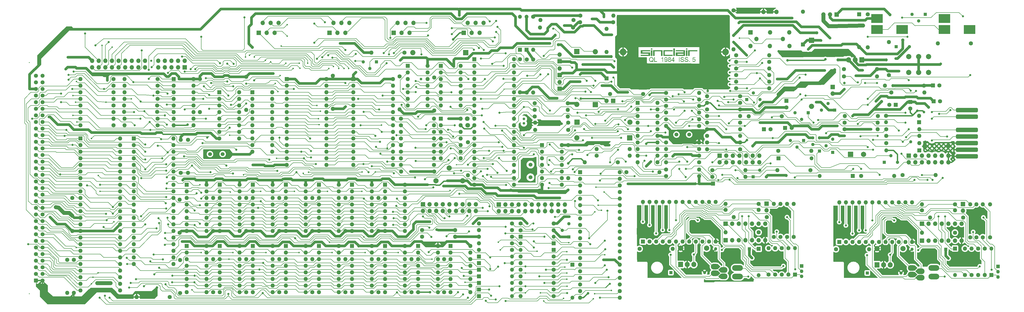
<source format=gtl>
%TF.GenerationSoftware,KiCad,Pcbnew,8.0.8+1*%
%TF.CreationDate,2025-02-09T17:16:14+01:00*%
%TF.ProjectId,Issue_5,49737375-655f-4352-9e6b-696361645f70,Issue 5*%
%TF.SameCoordinates,Original*%
%TF.FileFunction,Copper,L1,Top*%
%TF.FilePolarity,Positive*%
%FSLAX46Y46*%
G04 Gerber Fmt 4.6, Leading zero omitted, Abs format (unit mm)*
G04 Created by KiCad (PCBNEW 8.0.8+1) date 2025-02-09 17:16:14*
%MOMM*%
%LPD*%
G01*
G04 APERTURE LIST*
G04 Aperture macros list*
%AMRoundRect*
0 Rectangle with rounded corners*
0 $1 Rounding radius*
0 $2 $3 $4 $5 $6 $7 $8 $9 X,Y pos of 4 corners*
0 Add a 4 corners polygon primitive as box body*
4,1,4,$2,$3,$4,$5,$6,$7,$8,$9,$2,$3,0*
0 Add four circle primitives for the rounded corners*
1,1,$1+$1,$2,$3*
1,1,$1+$1,$4,$5*
1,1,$1+$1,$6,$7*
1,1,$1+$1,$8,$9*
0 Add four rect primitives between the rounded corners*
20,1,$1+$1,$2,$3,$4,$5,0*
20,1,$1+$1,$4,$5,$6,$7,0*
20,1,$1+$1,$6,$7,$8,$9,0*
20,1,$1+$1,$8,$9,$2,$3,0*%
%AMHorizOval*
0 Thick line with rounded ends*
0 $1 width*
0 $2 $3 position (X,Y) of the first rounded end (center of the circle)*
0 $4 $5 position (X,Y) of the second rounded end (center of the circle)*
0 Add line between two ends*
20,1,$1,$2,$3,$4,$5,0*
0 Add two circle primitives to create the rounded ends*
1,1,$1,$2,$3*
1,1,$1,$4,$5*%
%AMRotRect*
0 Rectangle, with rotation*
0 The origin of the aperture is its center*
0 $1 length*
0 $2 width*
0 $3 Rotation angle, in degrees counterclockwise*
0 Add horizontal line*
21,1,$1,$2,0,0,$3*%
G04 Aperture macros list end*
%TA.AperFunction,NonConductor*%
%ADD10C,0.000000*%
%TD*%
%ADD11C,0.187500*%
%TA.AperFunction,ComponentPad*%
%ADD12R,1.905000X2.000000*%
%TD*%
%TA.AperFunction,ComponentPad*%
%ADD13O,1.905000X2.000000*%
%TD*%
%TA.AperFunction,ComponentPad*%
%ADD14C,1.600000*%
%TD*%
%TA.AperFunction,ComponentPad*%
%ADD15O,1.600000X1.600000*%
%TD*%
%TA.AperFunction,ComponentPad*%
%ADD16R,1.600000X1.600000*%
%TD*%
%TA.AperFunction,ComponentPad*%
%ADD17R,4.500000X3.500000*%
%TD*%
%TA.AperFunction,ComponentPad*%
%ADD18R,1.500000X1.500000*%
%TD*%
%TA.AperFunction,ComponentPad*%
%ADD19O,1.500000X1.500000*%
%TD*%
%TA.AperFunction,ComponentPad*%
%ADD20R,1.200000X1.200000*%
%TD*%
%TA.AperFunction,ComponentPad*%
%ADD21C,1.200000*%
%TD*%
%TA.AperFunction,ComponentPad*%
%ADD22R,1.700000X1.700000*%
%TD*%
%TA.AperFunction,ComponentPad*%
%ADD23O,1.700000X1.700000*%
%TD*%
%TA.AperFunction,ComponentPad*%
%ADD24R,1.350000X1.350000*%
%TD*%
%TA.AperFunction,ComponentPad*%
%ADD25O,1.350000X1.350000*%
%TD*%
%TA.AperFunction,ComponentPad*%
%ADD26RotRect,1.500000X1.500000X45.000000*%
%TD*%
%TA.AperFunction,ComponentPad*%
%ADD27RoundRect,1.100000X0.400000X0.000010X-0.400000X0.000010X-0.400000X-0.000010X0.400000X-0.000010X0*%
%TD*%
%TA.AperFunction,ComponentPad*%
%ADD28RoundRect,1.100000X-0.400000X-0.000010X0.400000X-0.000010X0.400000X0.000010X-0.400000X0.000010X0*%
%TD*%
%TA.AperFunction,ComponentPad*%
%ADD29R,1.300000X1.300000*%
%TD*%
%TA.AperFunction,ComponentPad*%
%ADD30C,1.300000*%
%TD*%
%TA.AperFunction,ComponentPad*%
%ADD31R,2.000000X2.000000*%
%TD*%
%TA.AperFunction,ComponentPad*%
%ADD32O,2.000000X2.000000*%
%TD*%
%TA.AperFunction,ComponentPad*%
%ADD33C,1.000000*%
%TD*%
%TA.AperFunction,ComponentPad*%
%ADD34C,2.000000*%
%TD*%
%TA.AperFunction,ComponentPad*%
%ADD35RoundRect,1.100000X-0.975000X-0.000010X0.975000X-0.000010X0.975000X0.000010X-0.975000X0.000010X0*%
%TD*%
%TA.AperFunction,ConnectorPad*%
%ADD36RoundRect,0.500000X-3.750000X-0.350000X3.750000X-0.350000X3.750000X0.350000X-3.750000X0.350000X0*%
%TD*%
%TA.AperFunction,ComponentPad*%
%ADD37C,1.500000*%
%TD*%
%TA.AperFunction,ComponentPad*%
%ADD38RoundRect,0.249999X-0.525001X0.525001X-0.525001X-0.525001X0.525001X-0.525001X0.525001X0.525001X0*%
%TD*%
%TA.AperFunction,ComponentPad*%
%ADD39C,1.550000*%
%TD*%
%TA.AperFunction,ComponentPad*%
%ADD40C,1.800000*%
%TD*%
%TA.AperFunction,ComponentPad*%
%ADD41O,2.500000X2.600000*%
%TD*%
%TA.AperFunction,ComponentPad*%
%ADD42O,2.500000X2.500000*%
%TD*%
%TA.AperFunction,ComponentPad*%
%ADD43HorizOval,1.500000X0.000000X0.000000X0.000000X0.000000X0*%
%TD*%
%TA.AperFunction,ViaPad*%
%ADD44C,0.800000*%
%TD*%
%TA.AperFunction,ViaPad*%
%ADD45C,0.600000*%
%TD*%
%TA.AperFunction,ViaPad*%
%ADD46C,1.000000*%
%TD*%
%TA.AperFunction,ViaPad*%
%ADD47C,1.200000*%
%TD*%
%TA.AperFunction,ViaPad*%
%ADD48C,0.500000*%
%TD*%
%TA.AperFunction,Conductor*%
%ADD49C,0.200000*%
%TD*%
%TA.AperFunction,Conductor*%
%ADD50C,1.000000*%
%TD*%
%TA.AperFunction,Conductor*%
%ADD51C,1.500000*%
%TD*%
%TA.AperFunction,Conductor*%
%ADD52C,0.508000*%
%TD*%
%TA.AperFunction,Conductor*%
%ADD53C,0.500000*%
%TD*%
%ADD54C,0.350000*%
%ADD55C,0.300000*%
G04 APERTURE END LIST*
D10*
%TA.AperFunction,NonConductor*%
G36*
X278827905Y-108031330D02*
G01*
X278267842Y-108031330D01*
X278267842Y-107634223D01*
X278827905Y-107634223D01*
X278827905Y-108031330D01*
G37*
%TD.AperFunction*%
%TA.AperFunction,NonConductor*%
G36*
X265390353Y-108031330D02*
G01*
X264829358Y-108031330D01*
X264829358Y-107634223D01*
X265390353Y-107634223D01*
X265390353Y-108031330D01*
G37*
%TD.AperFunction*%
%TA.AperFunction,NonConductor*%
G36*
X264541000Y-108712000D02*
G01*
X261591413Y-108712000D01*
X261591413Y-109127782D01*
X264541000Y-109127782D01*
X264541000Y-110500327D01*
X260952336Y-110500327D01*
X260952336Y-110021841D01*
X263879760Y-110021841D01*
X263879760Y-109601073D01*
X261881684Y-109618623D01*
X260952336Y-109601073D01*
X260952336Y-108275860D01*
X264541000Y-108275860D01*
X264541000Y-108712000D01*
G37*
%TD.AperFunction*%
%TA.AperFunction,NonConductor*%
G36*
X277943959Y-110500327D02*
G01*
X277329146Y-110500327D01*
X274347406Y-110500327D01*
X274344449Y-110021842D01*
X274342547Y-109713925D01*
X274343482Y-109601083D01*
X275025791Y-109601083D01*
X275025791Y-110021842D01*
X277329146Y-110021842D01*
X277329146Y-109601083D01*
X275025791Y-109601083D01*
X274343482Y-109601083D01*
X274347406Y-109127782D01*
X277329146Y-109127782D01*
X277329146Y-108712000D01*
X274347406Y-108712000D01*
X274347406Y-108275860D01*
X277943959Y-108275860D01*
X277943959Y-110500327D01*
G37*
%TD.AperFunction*%
%TA.AperFunction,NonConductor*%
G36*
X274023989Y-110500327D02*
G01*
X273448151Y-110500327D01*
X273448151Y-107634224D01*
X274023989Y-107634224D01*
X274023989Y-110500327D01*
G37*
%TD.AperFunction*%
%TA.AperFunction,NonConductor*%
G36*
X273219394Y-108712000D02*
G01*
X270182435Y-108712000D01*
X270182435Y-110021841D01*
X273219394Y-110021841D01*
X273219376Y-110500308D01*
X269618585Y-110500327D01*
X269618585Y-108275860D01*
X273219394Y-108275860D01*
X273219394Y-108712000D01*
G37*
%TD.AperFunction*%
%TA.AperFunction,NonConductor*%
G36*
X269306846Y-110500327D02*
G01*
X268738894Y-110500327D01*
X268738894Y-108712000D01*
X266277775Y-108712000D01*
X266277775Y-110500327D01*
X265630942Y-110500327D01*
X265630942Y-108275860D01*
X269306846Y-108275860D01*
X269306846Y-110500327D01*
G37*
%TD.AperFunction*%
%TA.AperFunction,NonConductor*%
G36*
X278827905Y-110500327D02*
G01*
X278267842Y-110500327D01*
X278267842Y-108275860D01*
X278827905Y-108275860D01*
X278827905Y-110500327D01*
G37*
%TD.AperFunction*%
%TA.AperFunction,NonConductor*%
G36*
X265390353Y-110500327D02*
G01*
X264829358Y-110500327D01*
X264829358Y-108275860D01*
X265390353Y-108275860D01*
X265390353Y-110500327D01*
G37*
%TD.AperFunction*%
%TA.AperFunction,NonConductor*%
G36*
X282636317Y-108712000D02*
G01*
X279671943Y-108712000D01*
X279671943Y-110500327D01*
X279103993Y-110500327D01*
X279103993Y-108275860D01*
X282636317Y-108275860D01*
X282636317Y-108712000D01*
G37*
%TD.AperFunction*%
D11*
G36*
X265072562Y-110931115D02*
G01*
X265158991Y-110943286D01*
X265255531Y-110967742D01*
X265347450Y-111003243D01*
X265422558Y-111042462D01*
X265503911Y-111097349D01*
X265576306Y-111161031D01*
X265639742Y-111233507D01*
X265694220Y-111314779D01*
X265721328Y-111365168D01*
X265756335Y-111444769D01*
X265784100Y-111528097D01*
X265804621Y-111615151D01*
X265817900Y-111705933D01*
X265823935Y-111800440D01*
X265824338Y-111832771D01*
X265821167Y-111925306D01*
X265811657Y-112013669D01*
X265795806Y-112097859D01*
X265769926Y-112188967D01*
X265758087Y-112221728D01*
X265720767Y-112305263D01*
X265675059Y-112383187D01*
X265620963Y-112455502D01*
X265558479Y-112522207D01*
X265628311Y-112573600D01*
X265705114Y-112624470D01*
X265787686Y-112671673D01*
X265857677Y-112704718D01*
X265789289Y-112867139D01*
X265706302Y-112834908D01*
X265623398Y-112795437D01*
X265540575Y-112748726D01*
X265457834Y-112694774D01*
X265410590Y-112660693D01*
X265322981Y-112699332D01*
X265231446Y-112728480D01*
X265135983Y-112748138D01*
X265036593Y-112758306D01*
X264978036Y-112759856D01*
X264889840Y-112755783D01*
X264804769Y-112743567D01*
X264709470Y-112719020D01*
X264618425Y-112683388D01*
X264543772Y-112644024D01*
X264462963Y-112588681D01*
X264390702Y-112524380D01*
X264326992Y-112451120D01*
X264271830Y-112368902D01*
X264244147Y-112317898D01*
X264208414Y-112237160D01*
X264180074Y-112152665D01*
X264159127Y-112064414D01*
X264145573Y-111972405D01*
X264139412Y-111876640D01*
X264139001Y-111843884D01*
X264139017Y-111843457D01*
X264379214Y-111843457D01*
X264383367Y-111944891D01*
X264395827Y-112038686D01*
X264416593Y-112124843D01*
X264452476Y-112218149D01*
X264500321Y-112300455D01*
X264549329Y-112360641D01*
X264616443Y-112421940D01*
X264690199Y-112470556D01*
X264770596Y-112506490D01*
X264857636Y-112529741D01*
X264951317Y-112540310D01*
X264984020Y-112541014D01*
X265075643Y-112534523D01*
X265163298Y-112515048D01*
X265219531Y-112494852D01*
X265142890Y-112451945D01*
X265063421Y-112418432D01*
X264988722Y-112396117D01*
X265045142Y-112226429D01*
X265130030Y-112253772D01*
X265218781Y-112291532D01*
X265298716Y-112336238D01*
X265369836Y-112387890D01*
X265378106Y-112394835D01*
X265437334Y-112332881D01*
X265486523Y-112261891D01*
X265525674Y-112181863D01*
X265554786Y-112092799D01*
X265573859Y-111994698D01*
X265582894Y-111887560D01*
X265583697Y-111842174D01*
X265580220Y-111752915D01*
X265567732Y-111657165D01*
X265546160Y-111568093D01*
X265515506Y-111485701D01*
X265511035Y-111475871D01*
X265464821Y-111393213D01*
X265407922Y-111321713D01*
X265340340Y-111261369D01*
X265298177Y-111232666D01*
X265216647Y-111190723D01*
X265129774Y-111162507D01*
X265037559Y-111148017D01*
X264984020Y-111145899D01*
X264889227Y-111152060D01*
X264800715Y-111170543D01*
X264718484Y-111201347D01*
X264642534Y-111244474D01*
X264572866Y-111299922D01*
X264551039Y-111321143D01*
X264492645Y-111392770D01*
X264446333Y-111476539D01*
X264412102Y-111572449D01*
X264392805Y-111661649D01*
X264381898Y-111759281D01*
X264379214Y-111843457D01*
X264139017Y-111843457D01*
X264142712Y-111747283D01*
X264153847Y-111653987D01*
X264172405Y-111563997D01*
X264198386Y-111477314D01*
X264231791Y-111393936D01*
X264244575Y-111366878D01*
X264287466Y-111289861D01*
X264345444Y-111209124D01*
X264411972Y-111138205D01*
X264487049Y-111077104D01*
X264545909Y-111039470D01*
X264633577Y-110995669D01*
X264725662Y-110962625D01*
X264822165Y-110940341D01*
X264908398Y-110929802D01*
X264982738Y-110927057D01*
X265072562Y-110931115D01*
G37*
G36*
X266117979Y-112732501D02*
G01*
X266117979Y-110954413D01*
X266351353Y-110954413D01*
X266351353Y-112513659D01*
X267219025Y-112513659D01*
X267219025Y-112732501D01*
X266117979Y-112732501D01*
G37*
G36*
X269486087Y-112732501D02*
G01*
X269269810Y-112732501D01*
X269269810Y-111346789D01*
X269204294Y-111402948D01*
X269132199Y-111454534D01*
X269064646Y-111496815D01*
X268987852Y-111539933D01*
X268909259Y-111578974D01*
X268836829Y-111609228D01*
X268836829Y-111398935D01*
X268914115Y-111359630D01*
X268997082Y-111310503D01*
X269074332Y-111256888D01*
X269145866Y-111198784D01*
X269154406Y-111191206D01*
X269217397Y-111130565D01*
X269276385Y-111063494D01*
X269327175Y-110990397D01*
X269346747Y-110954413D01*
X269486087Y-110954413D01*
X269486087Y-112732501D01*
G37*
G36*
X270682087Y-110961783D02*
G01*
X270771879Y-110983895D01*
X270856937Y-111020748D01*
X270902146Y-111047591D01*
X270976799Y-111106019D01*
X271040632Y-111176956D01*
X271088290Y-111250513D01*
X271118423Y-111312167D01*
X271147236Y-111394704D01*
X271168971Y-111491966D01*
X271181970Y-111587055D01*
X271188830Y-111674560D01*
X271192079Y-111769579D01*
X271192368Y-111809690D01*
X271190573Y-111912118D01*
X271185189Y-112007825D01*
X271176214Y-112096812D01*
X271160707Y-112194726D01*
X271140030Y-112282962D01*
X271118851Y-112349100D01*
X271083438Y-112432408D01*
X271034551Y-112516397D01*
X270976689Y-112588418D01*
X270909850Y-112648471D01*
X270900864Y-112655137D01*
X270825317Y-112700951D01*
X270743572Y-112733676D01*
X270655629Y-112753311D01*
X270561489Y-112759856D01*
X270474602Y-112754027D01*
X270384168Y-112733089D01*
X270303191Y-112696925D01*
X270231671Y-112645534D01*
X270223396Y-112638040D01*
X270164518Y-112570747D01*
X270118676Y-112491112D01*
X270085872Y-112399136D01*
X270067861Y-112308532D01*
X270066103Y-112294817D01*
X270274259Y-112267462D01*
X270298135Y-112357147D01*
X270337084Y-112433673D01*
X270375131Y-112476473D01*
X270448517Y-112520593D01*
X270537773Y-112540006D01*
X270566190Y-112541014D01*
X270654416Y-112531904D01*
X270736308Y-112502105D01*
X270741007Y-112499554D01*
X270813215Y-112447207D01*
X270864106Y-112387996D01*
X270905911Y-112311504D01*
X270936521Y-112227131D01*
X270944889Y-112197792D01*
X270963383Y-112113015D01*
X270974201Y-112025005D01*
X270977373Y-111942192D01*
X270976091Y-111898594D01*
X270920693Y-111970702D01*
X270851951Y-112031871D01*
X270798710Y-112066572D01*
X270719254Y-112103075D01*
X270635455Y-112124425D01*
X270555505Y-112130686D01*
X270462973Y-112123078D01*
X270376863Y-112100252D01*
X270297175Y-112062210D01*
X270223910Y-112008950D01*
X270184927Y-111971684D01*
X270125970Y-111897086D01*
X270081494Y-111812794D01*
X270051498Y-111718807D01*
X270037313Y-111630530D01*
X270034159Y-111563066D01*
X270255880Y-111563066D01*
X270265772Y-111654361D01*
X270299506Y-111741673D01*
X270357180Y-111815246D01*
X270432723Y-111870243D01*
X270519479Y-111902411D01*
X270608078Y-111911845D01*
X270696852Y-111902411D01*
X270782355Y-111870243D01*
X270855130Y-111815246D01*
X270910370Y-111739703D01*
X270940690Y-111655687D01*
X270951776Y-111567582D01*
X270952155Y-111546396D01*
X270944311Y-111455564D01*
X270917196Y-111367725D01*
X270870714Y-111293660D01*
X270852993Y-111274126D01*
X270780020Y-111216696D01*
X270697452Y-111183105D01*
X270614062Y-111173254D01*
X270527625Y-111183856D01*
X270440837Y-111220010D01*
X270369477Y-111275141D01*
X270362736Y-111281820D01*
X270306386Y-111355935D01*
X270270906Y-111442572D01*
X270256819Y-111531252D01*
X270255880Y-111563066D01*
X270034159Y-111563066D01*
X270033619Y-111551525D01*
X270039179Y-111454388D01*
X270055858Y-111364614D01*
X270083658Y-111282202D01*
X270130144Y-111195362D01*
X270191766Y-111118544D01*
X270264760Y-111054590D01*
X270345362Y-111006345D01*
X270433573Y-110973807D01*
X270529392Y-110956977D01*
X270587562Y-110954413D01*
X270682087Y-110961783D01*
G37*
G36*
X272067539Y-110960610D02*
G01*
X272155697Y-110979202D01*
X272245830Y-111015626D01*
X272324637Y-111068240D01*
X272342569Y-111083922D01*
X272404091Y-111152203D01*
X272448036Y-111227537D01*
X272474402Y-111309923D01*
X272483191Y-111399362D01*
X272472540Y-111490551D01*
X272440584Y-111571723D01*
X272418650Y-111605808D01*
X272355483Y-111670370D01*
X272277514Y-111718195D01*
X272223317Y-111740875D01*
X272308526Y-111776957D01*
X272381428Y-111823656D01*
X272447996Y-111887996D01*
X272470369Y-111917401D01*
X272514998Y-111998128D01*
X272543098Y-112088037D01*
X272554255Y-112176807D01*
X272554999Y-112208050D01*
X272547349Y-112306759D01*
X272524401Y-112398309D01*
X272486154Y-112482701D01*
X272432608Y-112559934D01*
X272395142Y-112600854D01*
X272320357Y-112662809D01*
X272235878Y-112709546D01*
X272141703Y-112741067D01*
X272053267Y-112755974D01*
X271974128Y-112759856D01*
X271879901Y-112754251D01*
X271792766Y-112737436D01*
X271700074Y-112703651D01*
X271617035Y-112654607D01*
X271553542Y-112600426D01*
X271491254Y-112526725D01*
X271444265Y-112445498D01*
X271412574Y-112356744D01*
X271396183Y-112260463D01*
X271393685Y-112202066D01*
X271394148Y-112195655D01*
X271616374Y-112195655D01*
X271627273Y-112282743D01*
X271659971Y-112367052D01*
X271710542Y-112436619D01*
X271779708Y-112489845D01*
X271790336Y-112495707D01*
X271874591Y-112528227D01*
X271964670Y-112540837D01*
X271977120Y-112541014D01*
X272068791Y-112531706D01*
X272149860Y-112503781D01*
X272226790Y-112451562D01*
X272233148Y-112445698D01*
X272290578Y-112373764D01*
X272324169Y-112289606D01*
X272334020Y-112202494D01*
X272323835Y-112114045D01*
X272289105Y-112028418D01*
X272236145Y-111961182D01*
X272229728Y-111955014D01*
X272159721Y-111903398D01*
X272079529Y-111870899D01*
X271989152Y-111857516D01*
X271969854Y-111857134D01*
X271879577Y-111866609D01*
X271792036Y-111898920D01*
X271716818Y-111954160D01*
X271659632Y-112026278D01*
X271626183Y-112109811D01*
X271616374Y-112195655D01*
X271394148Y-112195655D01*
X271400582Y-112106647D01*
X271421274Y-112020424D01*
X271460444Y-111935406D01*
X271480880Y-111904578D01*
X271542598Y-111836983D01*
X271618758Y-111784332D01*
X271699650Y-111749721D01*
X271729214Y-111740875D01*
X271644882Y-111703408D01*
X271571662Y-111651476D01*
X271529606Y-111604953D01*
X271487542Y-111527352D01*
X271466922Y-111438323D01*
X271464964Y-111399789D01*
X271686044Y-111399789D01*
X271701424Y-111484430D01*
X271752039Y-111558774D01*
X271766400Y-111571614D01*
X271846248Y-111617195D01*
X271936802Y-111636665D01*
X271975838Y-111638293D01*
X272063133Y-111628976D01*
X272143458Y-111597856D01*
X272180575Y-111572042D01*
X272237945Y-111503357D01*
X272260425Y-111415602D01*
X272260503Y-111409620D01*
X272242377Y-111322898D01*
X272187999Y-111250262D01*
X272178010Y-111241642D01*
X272104630Y-111197364D01*
X272017847Y-111175658D01*
X271973273Y-111173254D01*
X271886259Y-111182631D01*
X271805424Y-111213951D01*
X271767682Y-111239932D01*
X271709084Y-111308266D01*
X271686124Y-111393992D01*
X271686044Y-111399789D01*
X271464964Y-111399789D01*
X271464638Y-111393378D01*
X271473266Y-111304126D01*
X271499152Y-111222301D01*
X271542295Y-111147903D01*
X271602696Y-111080930D01*
X271677629Y-111025579D01*
X271763942Y-110986042D01*
X271848801Y-110964420D01*
X271942374Y-110954907D01*
X271970709Y-110954413D01*
X272067539Y-110960610D01*
G37*
G36*
X273668868Y-112103331D02*
G01*
X273906944Y-112103331D01*
X273906944Y-112322173D01*
X273668868Y-112322173D01*
X273668868Y-112732501D01*
X273452591Y-112732501D01*
X273452591Y-112322173D01*
X272687928Y-112322173D01*
X272687928Y-112103331D01*
X272900786Y-112103331D01*
X273452591Y-112103331D01*
X273452591Y-111333966D01*
X272900786Y-112103331D01*
X272687928Y-112103331D01*
X273492342Y-110981768D01*
X273668868Y-110981768D01*
X273668868Y-112103331D01*
G37*
G36*
X275609805Y-112732501D02*
G01*
X275609805Y-110954413D01*
X275843179Y-110954413D01*
X275843179Y-112732501D01*
X275609805Y-112732501D01*
G37*
G36*
X276171442Y-112130686D02*
G01*
X276391138Y-112130686D01*
X276406859Y-112216763D01*
X276435069Y-112297876D01*
X276463800Y-112349955D01*
X276520706Y-112414051D01*
X276591642Y-112463699D01*
X276641182Y-112488441D01*
X276727341Y-112518373D01*
X276811891Y-112534802D01*
X276902368Y-112540963D01*
X276911742Y-112541014D01*
X276999737Y-112536317D01*
X277087323Y-112520479D01*
X277147253Y-112501264D01*
X277226867Y-112460463D01*
X277293011Y-112400009D01*
X277299416Y-112391415D01*
X277338437Y-112314162D01*
X277349425Y-112241389D01*
X277334143Y-112156999D01*
X277301126Y-112100339D01*
X277232530Y-112041159D01*
X277149409Y-112000393D01*
X277142551Y-111997757D01*
X277056544Y-111970522D01*
X276963777Y-111945800D01*
X276872832Y-111923252D01*
X276828821Y-111912699D01*
X276742889Y-111891111D01*
X276655549Y-111866457D01*
X276572762Y-111838981D01*
X276488591Y-111802424D01*
X276409480Y-111752845D01*
X276345520Y-111695791D01*
X276300524Y-111637438D01*
X276262757Y-111560020D01*
X276242421Y-111475871D01*
X276238547Y-111416032D01*
X276247487Y-111325832D01*
X276274306Y-111239774D01*
X276314202Y-111165133D01*
X276368289Y-111097488D01*
X276435984Y-111040946D01*
X276517287Y-110995507D01*
X276535180Y-110987752D01*
X276619701Y-110958412D01*
X276709294Y-110938675D01*
X276803958Y-110928539D01*
X276858741Y-110927057D01*
X276953923Y-110930958D01*
X277043282Y-110942658D01*
X277126817Y-110962160D01*
X277204528Y-110989461D01*
X277283200Y-111029196D01*
X277357765Y-111084210D01*
X277418807Y-111150661D01*
X277434482Y-111172827D01*
X277477667Y-111251558D01*
X277506243Y-111336551D01*
X277520209Y-111427804D01*
X277521250Y-111446806D01*
X277297706Y-111446806D01*
X277278055Y-111360937D01*
X277236961Y-111282873D01*
X277175463Y-111221981D01*
X277092339Y-111178665D01*
X277006897Y-111156598D01*
X276917779Y-111147088D01*
X276868572Y-111145899D01*
X276781489Y-111149580D01*
X276695389Y-111162804D01*
X276607901Y-111192857D01*
X276559971Y-111222835D01*
X276497427Y-111290290D01*
X276465731Y-111374766D01*
X276463373Y-111407910D01*
X276480470Y-111493716D01*
X276531761Y-111563066D01*
X276612885Y-111609007D01*
X276700827Y-111640102D01*
X276784561Y-111663669D01*
X276883532Y-111687446D01*
X276968004Y-111706973D01*
X277057884Y-111729413D01*
X277146904Y-111754225D01*
X277236294Y-111783963D01*
X277273771Y-111799432D01*
X277353934Y-111842352D01*
X277428016Y-111897099D01*
X277491282Y-111965902D01*
X277500733Y-111979378D01*
X277542589Y-112058250D01*
X277567071Y-112145002D01*
X277574250Y-112230704D01*
X277566361Y-112317274D01*
X277542694Y-112400672D01*
X277503249Y-112480897D01*
X277493467Y-112496562D01*
X277436357Y-112569141D01*
X277365473Y-112630867D01*
X277289900Y-112677141D01*
X277262230Y-112690613D01*
X277174384Y-112724085D01*
X277091304Y-112744641D01*
X277003521Y-112756542D01*
X276922855Y-112759856D01*
X276835830Y-112757271D01*
X276741215Y-112747723D01*
X276654044Y-112731138D01*
X276563537Y-112703569D01*
X276521930Y-112686339D01*
X276445474Y-112644932D01*
X276369808Y-112587237D01*
X276305095Y-112517776D01*
X276268040Y-112464932D01*
X276227541Y-112388584D01*
X276197942Y-112307426D01*
X276179242Y-112221461D01*
X276171442Y-112130686D01*
G37*
G36*
X277804205Y-112130686D02*
G01*
X278023901Y-112130686D01*
X278039623Y-112216763D01*
X278067833Y-112297876D01*
X278096564Y-112349955D01*
X278153469Y-112414051D01*
X278224405Y-112463699D01*
X278273945Y-112488441D01*
X278360104Y-112518373D01*
X278444654Y-112534802D01*
X278535131Y-112540963D01*
X278544505Y-112541014D01*
X278632501Y-112536317D01*
X278720086Y-112520479D01*
X278780016Y-112501264D01*
X278859631Y-112460463D01*
X278925775Y-112400009D01*
X278932180Y-112391415D01*
X278971200Y-112314162D01*
X278982188Y-112241389D01*
X278966906Y-112156999D01*
X278933889Y-112100339D01*
X278865293Y-112041159D01*
X278782172Y-112000393D01*
X278775315Y-111997757D01*
X278689308Y-111970522D01*
X278596541Y-111945800D01*
X278505595Y-111923252D01*
X278461585Y-111912699D01*
X278375652Y-111891111D01*
X278288312Y-111866457D01*
X278205525Y-111838981D01*
X278121354Y-111802424D01*
X278042243Y-111752845D01*
X277978284Y-111695791D01*
X277933287Y-111637438D01*
X277895520Y-111560020D01*
X277875184Y-111475871D01*
X277871311Y-111416032D01*
X277880250Y-111325832D01*
X277907069Y-111239774D01*
X277946965Y-111165133D01*
X278001053Y-111097488D01*
X278068748Y-111040946D01*
X278150050Y-110995507D01*
X278167944Y-110987752D01*
X278252465Y-110958412D01*
X278342058Y-110938675D01*
X278436722Y-110928539D01*
X278491504Y-110927057D01*
X278586687Y-110930958D01*
X278676045Y-110942658D01*
X278759580Y-110962160D01*
X278837291Y-110989461D01*
X278915963Y-111029196D01*
X278990529Y-111084210D01*
X279051571Y-111150661D01*
X279067246Y-111172827D01*
X279110431Y-111251558D01*
X279139006Y-111336551D01*
X279152973Y-111427804D01*
X279154013Y-111446806D01*
X278930470Y-111446806D01*
X278910818Y-111360937D01*
X278869725Y-111282873D01*
X278808226Y-111221981D01*
X278725102Y-111178665D01*
X278639661Y-111156598D01*
X278550542Y-111147088D01*
X278501335Y-111145899D01*
X278414252Y-111149580D01*
X278328153Y-111162804D01*
X278240664Y-111192857D01*
X278192734Y-111222835D01*
X278130191Y-111290290D01*
X278098495Y-111374766D01*
X278096136Y-111407910D01*
X278113233Y-111493716D01*
X278164524Y-111563066D01*
X278245648Y-111609007D01*
X278333591Y-111640102D01*
X278417324Y-111663669D01*
X278516295Y-111687446D01*
X278600768Y-111706973D01*
X278690647Y-111729413D01*
X278779667Y-111754225D01*
X278869057Y-111783963D01*
X278906534Y-111799432D01*
X278986698Y-111842352D01*
X279060779Y-111897099D01*
X279124045Y-111965902D01*
X279133497Y-111979378D01*
X279175353Y-112058250D01*
X279199834Y-112145002D01*
X279207014Y-112230704D01*
X279199125Y-112317274D01*
X279175458Y-112400672D01*
X279136013Y-112480897D01*
X279126230Y-112496562D01*
X279069121Y-112569141D01*
X278998237Y-112630867D01*
X278922664Y-112677141D01*
X278894994Y-112690613D01*
X278807148Y-112724085D01*
X278724067Y-112744641D01*
X278636285Y-112756542D01*
X278555618Y-112759856D01*
X278468594Y-112757271D01*
X278373978Y-112747723D01*
X278286808Y-112731138D01*
X278196301Y-112703569D01*
X278154693Y-112686339D01*
X278078238Y-112644932D01*
X278002571Y-112587237D01*
X277937859Y-112517776D01*
X277900803Y-112464932D01*
X277860305Y-112388584D01*
X277830705Y-112307426D01*
X277812006Y-112221461D01*
X277804205Y-112130686D01*
G37*
G36*
X279549809Y-112732501D02*
G01*
X279549809Y-112513659D01*
X279796433Y-112513659D01*
X279796433Y-112732501D01*
X279549809Y-112732501D01*
G37*
G36*
X280789341Y-112267462D02*
G01*
X281016731Y-112240107D01*
X281039004Y-112326610D01*
X281078546Y-112404987D01*
X281133846Y-112465787D01*
X281208117Y-112511629D01*
X281293088Y-112536312D01*
X281355679Y-112541014D01*
X281448736Y-112530412D01*
X281532359Y-112498606D01*
X281606549Y-112445595D01*
X281620255Y-112432448D01*
X281677281Y-112357398D01*
X281710547Y-112278005D01*
X281726704Y-112187387D01*
X281728394Y-112143509D01*
X281720144Y-112053052D01*
X281691627Y-111965948D01*
X281642740Y-111892951D01*
X281624102Y-111873804D01*
X281552884Y-111821736D01*
X281469060Y-111788953D01*
X281382841Y-111775936D01*
X281351832Y-111775069D01*
X281264130Y-111782350D01*
X281178879Y-111806311D01*
X281162911Y-111813109D01*
X281088004Y-111856814D01*
X281030836Y-111911845D01*
X280827809Y-111884489D01*
X280998352Y-110981768D01*
X281875001Y-110981768D01*
X281875001Y-111200609D01*
X281171459Y-111200609D01*
X281076571Y-111682745D01*
X281146704Y-111633447D01*
X281228709Y-111591934D01*
X281312692Y-111566235D01*
X281398651Y-111556351D01*
X281409535Y-111556227D01*
X281507057Y-111563917D01*
X281597667Y-111586988D01*
X281681363Y-111625440D01*
X281758147Y-111679272D01*
X281798919Y-111716939D01*
X281860874Y-111791481D01*
X281907612Y-111874859D01*
X281939133Y-111967073D01*
X281954039Y-112053145D01*
X281957921Y-112129831D01*
X281953022Y-112217612D01*
X281934924Y-112314211D01*
X281903491Y-112404552D01*
X281858723Y-112488634D01*
X281818580Y-112544861D01*
X281750605Y-112617926D01*
X281673944Y-112675873D01*
X281588597Y-112718704D01*
X281494566Y-112746419D01*
X281409571Y-112757966D01*
X281355679Y-112759856D01*
X281268550Y-112755122D01*
X281174761Y-112737635D01*
X281089440Y-112707262D01*
X281012587Y-112664004D01*
X280962876Y-112625217D01*
X280902709Y-112561932D01*
X280854978Y-112490262D01*
X280819682Y-112410207D01*
X280796821Y-112321765D01*
X280789341Y-112267462D01*
G37*
D12*
%TO.P,IC31,1,VI*%
%TO.N,/+VIN1*%
X276225000Y-190683000D03*
D13*
%TO.P,IC31,2,GND*%
%TO.N,GND1*%
X278765000Y-190683000D03*
%TO.P,IC31,3,VO*%
%TO.N,Net-(IC29-VCC)*%
X281305000Y-190683000D03*
%TD*%
D14*
%TO.P,R47,1*%
%TO.N,VCC*%
X58420000Y-137160000D03*
D15*
%TO.P,R47,2*%
%TO.N,/PCENL*%
X45720000Y-137160000D03*
%TD*%
D16*
%TO.P,C22,1*%
%TO.N,Net-(TR7-B)*%
X358902000Y-129286000D03*
D14*
%TO.P,C22,2*%
%TO.N,/MOTOR1_ON*%
X356402000Y-129286000D03*
%TD*%
%TO.P,R81,1*%
%TO.N,VCC*%
X339217000Y-138684000D03*
D15*
%TO.P,R81,2*%
%TO.N,Net-(IC24-P2.1)*%
X351917000Y-138684000D03*
%TD*%
D14*
%TO.P,R56,1*%
%TO.N,Net-(TR9-B)*%
X297585000Y-115310000D03*
D15*
%TO.P,R56,2*%
%TO.N,/CSYNC*%
X310285000Y-115310000D03*
%TD*%
D14*
%TO.P,R62,1*%
%TO.N,Net-(D4-A)*%
X211455000Y-185039000D03*
D15*
%TO.P,R62,2*%
%TO.N,VCC*%
X198755000Y-185039000D03*
%TD*%
D17*
%TO.P,J10,G*%
%TO.N,GND*%
X377571000Y-96092000D03*
%TO.P,J10,T*%
%TO.N,Net-(J10-PadT)*%
X377571000Y-100283000D03*
%TO.P,J10,TN*%
%TO.N,Net-(J10-PadTN)*%
X387223000Y-100283000D03*
%TD*%
D18*
%TO.P,Z2,1,K*%
%TO.N,/IC23_3*%
X367825400Y-135991600D03*
D19*
%TO.P,Z2,2,A*%
%TO.N,GND*%
X355125400Y-135991600D03*
%TD*%
D14*
%TO.P,C31,1*%
%TO.N,Net-(C31-Pad1)*%
X283337000Y-137414000D03*
D15*
%TO.P,C31,2*%
%TO.N,GND*%
X270637000Y-137414000D03*
%TD*%
D20*
%TO.P,C10,1*%
%TO.N,Net-(IC30-VCC)*%
X347980000Y-193929000D03*
D21*
%TO.P,C10,2*%
%TO.N,GND2*%
X360934000Y-193929000D03*
%TD*%
D18*
%TO.P,D2,1,K*%
%TO.N,/IC24_DB.1*%
X227457000Y-182499000D03*
D19*
%TO.P,D2,2,A*%
%TO.N,Net-(D2-A)*%
X214757000Y-182499000D03*
%TD*%
D22*
%TO.P,J201,1,Pin_1*%
%TO.N,Net-(J201-Pin_1)*%
X368935000Y-175006000D03*
D23*
%TO.P,J201,2,Pin_2*%
%TO.N,Net-(IC30-READ{slash}WRITE)*%
X371475000Y-175006000D03*
%TO.P,J201,3,Pin_3*%
%TO.N,Net-(J201-Pin_3)*%
X374015000Y-175006000D03*
%TO.P,J201,4,Pin_4*%
%TO.N,Net-(D15-K)*%
X376555000Y-175006000D03*
%TO.P,J201,5,Pin_5*%
%TO.N,unconnected-(J201-Pin_5-Pad5)*%
X379095000Y-175006000D03*
%TO.P,J201,6,Pin_6*%
%TO.N,unconnected-(J201-Pin_6-Pad6)*%
X381635000Y-175006000D03*
%TO.P,J201,7,Pin_7*%
%TO.N,Net-(J201-Pin_7)*%
X384175000Y-175006000D03*
%TD*%
D14*
%TO.P,R86,1*%
%TO.N,Net-(M1-IN)*%
X252095000Y-151384000D03*
D15*
%TO.P,R86,2*%
%TO.N,GND*%
X239395000Y-151384000D03*
%TD*%
D14*
%TO.P,R48,1*%
%TO.N,/RED*%
X233045000Y-138938000D03*
D15*
%TO.P,R48,2*%
%TO.N,Net-(C23-Pad2)*%
X220345000Y-138938000D03*
%TD*%
D14*
%TO.P,R21,1*%
%TO.N,/IC24_DB.3*%
X227457000Y-195199000D03*
D15*
%TO.P,R21,2*%
%TO.N,GND*%
X214757000Y-195199000D03*
%TD*%
D24*
%TO.P,SW2,1,B*%
%TO.N,Net-(J201-Pin_1)*%
X398145000Y-191453000D03*
D25*
%TO.P,SW2,2,A*%
%TO.N,Net-(SW2-A)*%
X398145000Y-193453000D03*
%TO.P,SW2,3,C*%
%TO.N,Net-(D13-K)*%
X398145000Y-195453000D03*
%TD*%
D18*
%TO.P,D1,1,K*%
%TO.N,/IC24_DB.0*%
X227457000Y-185039000D03*
D19*
%TO.P,D1,2,A*%
%TO.N,Net-(D1-A)*%
X214757000Y-185039000D03*
%TD*%
D16*
%TO.P,IC5,1,NC*%
%TO.N,unconnected-(IC5-NC-Pad1)*%
X137287000Y-160020000D03*
D15*
%TO.P,IC5,2,D0i*%
%TO.N,/DB4*%
X137287000Y-162560000D03*
%TO.P,IC5,3,~{WR}*%
%TO.N,/WRL*%
X137287000Y-165100000D03*
%TO.P,IC5,4,~{RAS}*%
%TO.N,/RASL*%
X137287000Y-167640000D03*
%TO.P,IC5,5,A0*%
%TO.N,/DA0*%
X137287000Y-170180000D03*
%TO.P,IC5,6,A2*%
%TO.N,/DA2*%
X137287000Y-172720000D03*
%TO.P,IC5,7,A1*%
%TO.N,/DA1*%
X137287000Y-175260000D03*
%TO.P,IC5,8,VCC*%
%TO.N,VCC*%
X137287000Y-177800000D03*
%TO.P,IC5,9,A7*%
%TO.N,/DA7*%
X144907000Y-177800000D03*
%TO.P,IC5,10,A5*%
%TO.N,/DA5*%
X144907000Y-175260000D03*
%TO.P,IC5,11,A4*%
%TO.N,/DA4*%
X144907000Y-172720000D03*
%TO.P,IC5,12,A3*%
%TO.N,/DA3*%
X144907000Y-170180000D03*
%TO.P,IC5,13,A6*%
%TO.N,/DA6*%
X144907000Y-167640000D03*
%TO.P,IC5,14,D0o*%
%TO.N,/DB4*%
X144907000Y-165100000D03*
%TO.P,IC5,15,~{CAS}*%
%TO.N,/CAS0L*%
X144907000Y-162560000D03*
%TO.P,IC5,16,GND*%
%TO.N,GND*%
X144907000Y-160020000D03*
%TD*%
D14*
%TO.P,R94,1*%
%TO.N,/IPC_INTL*%
X168783000Y-137160000D03*
D15*
%TO.P,R94,2*%
%TO.N,VCC*%
X181483000Y-137160000D03*
%TD*%
D14*
%TO.P,R10,1*%
%TO.N,+12V*%
X235077000Y-96647000D03*
D15*
%TO.P,R10,2*%
%TO.N,Net-(J5-Pin_6)*%
X222377000Y-96647000D03*
%TD*%
D16*
%TO.P,C41,1*%
%TO.N,/Vin*%
X373166000Y-121793000D03*
D14*
%TO.P,C41,2*%
%TO.N,GND*%
X375666000Y-121793000D03*
%TD*%
%TO.P,R78,1*%
%TO.N,Net-(IC20-Zc)*%
X75311000Y-134620000D03*
D15*
%TO.P,R78,2*%
%TO.N,/DA6*%
X62611000Y-134620000D03*
%TD*%
D14*
%TO.P,R44,1*%
%TO.N,Net-(IC29-RC5)*%
X306197000Y-167386000D03*
D15*
%TO.P,R44,2*%
%TO.N,Net-(IC29-RC6)*%
X293497000Y-167386000D03*
%TD*%
D14*
%TO.P,R84,1*%
%TO.N,GND*%
X355168200Y-133553200D03*
D15*
%TO.P,R84,2*%
%TO.N,/IC23_3*%
X367868200Y-133553200D03*
%TD*%
D14*
%TO.P,DC24,1*%
%TO.N,VCC*%
X147447000Y-201295000D03*
D15*
%TO.P,DC24,2*%
%TO.N,GND*%
X147447000Y-188595000D03*
%TD*%
D26*
%TO.P,L2,1,1*%
%TO.N,Net-(IC29-IN_A1)*%
X290449000Y-191516000D03*
D27*
X289399000Y-191516000D03*
D26*
%TO.P,L2,2,1*%
%TO.N,Net-(IC29-IN_A2)*%
X291719000Y-192786000D03*
D28*
X292769000Y-192786000D03*
D26*
%TO.P,L2,3,2*%
%TO.N,Net-(IC29-IN_B1)*%
X290449000Y-194056000D03*
D27*
X289399000Y-194056000D03*
D26*
%TO.P,L2,4,1*%
%TO.N,Net-(IC29-IN_B2)*%
X291719000Y-195199000D03*
D28*
X292769000Y-195199000D03*
%TD*%
D14*
%TO.P,R29,1*%
%TO.N,Net-(TR5-C)*%
X355219000Y-141224000D03*
D15*
%TO.P,R29,2*%
%TO.N,Net-(TR7-B)*%
X367919000Y-141224000D03*
%TD*%
D14*
%TO.P,C32,1*%
%TO.N,Net-(IC28-90\u00BAREF)*%
X286385000Y-143764000D03*
D15*
%TO.P,C32,2*%
%TO.N,GND*%
X299085000Y-143764000D03*
%TD*%
D14*
%TO.P,JP2,1,A*%
%TO.N,/A14*%
X168783000Y-142240000D03*
D15*
%TO.P,JP2,2,B*%
X181483000Y-142240000D03*
%TD*%
D14*
%TO.P,C48,1*%
%TO.N,GND*%
X234950000Y-99568000D03*
D15*
%TO.P,C48,2*%
%TO.N,/VSYNC*%
X222250000Y-99568000D03*
%TD*%
D14*
%TO.P,C49,1*%
%TO.N,Net-(D12-K)*%
X319659000Y-180086000D03*
D15*
%TO.P,C49,2*%
%TO.N,GND1*%
X319659000Y-167386000D03*
%TD*%
D29*
%TO.P,TR7,1,C*%
%TO.N,/MOTOR1_ON*%
X329565000Y-147066000D03*
D30*
%TO.P,TR7,2,B*%
%TO.N,Net-(TR7-B)*%
X327025000Y-144526000D03*
%TO.P,TR7,3,E*%
%TO.N,/Vin_MDV*%
X329565000Y-141986000D03*
%TD*%
D14*
%TO.P,R58,1*%
%TO.N,Net-(TR9-B)*%
X297585000Y-120390000D03*
D15*
%TO.P,R58,2*%
%TO.N,/GREEN*%
X310285000Y-120390000D03*
%TD*%
D14*
%TO.P,R17,1*%
%TO.N,/IC24_DB.7*%
X220218000Y-128651000D03*
D15*
%TO.P,R17,2*%
%TO.N,GND*%
X232918000Y-128651000D03*
%TD*%
D14*
%TO.P,R20,1*%
%TO.N,/IC24_DB.4*%
X227457000Y-197739000D03*
D15*
%TO.P,R20,2*%
%TO.N,GND*%
X214757000Y-197739000D03*
%TD*%
D16*
%TO.P,IC16,1,NC*%
%TO.N,unconnected-(IC16-NC-Pad1)*%
X175387000Y-183515000D03*
D15*
%TO.P,IC16,2,D0i*%
%TO.N,/DB7*%
X175387000Y-186055000D03*
%TO.P,IC16,3,~{WR}*%
%TO.N,/WRL*%
X175387000Y-188595000D03*
%TO.P,IC16,4,~{RAS}*%
%TO.N,/RASL*%
X175387000Y-191135000D03*
%TO.P,IC16,5,A0*%
%TO.N,/DA0*%
X175387000Y-193675000D03*
%TO.P,IC16,6,A2*%
%TO.N,/DA2*%
X175387000Y-196215000D03*
%TO.P,IC16,7,A1*%
%TO.N,/DA1*%
X175387000Y-198755000D03*
%TO.P,IC16,8,VCC*%
%TO.N,VCC*%
X175387000Y-201295000D03*
%TO.P,IC16,9,A7*%
%TO.N,/DA7*%
X183007000Y-201295000D03*
%TO.P,IC16,10,A5*%
%TO.N,/DA5*%
X183007000Y-198755000D03*
%TO.P,IC16,11,A4*%
%TO.N,/DA4*%
X183007000Y-196215000D03*
%TO.P,IC16,12,A3*%
%TO.N,/DA3*%
X183007000Y-193675000D03*
%TO.P,IC16,13,A6*%
%TO.N,/DA6*%
X183007000Y-191135000D03*
%TO.P,IC16,14,D0o*%
%TO.N,/DB7*%
X183007000Y-188595000D03*
%TO.P,IC16,15,~{CAS}*%
%TO.N,/CAS1L*%
X183007000Y-186055000D03*
%TO.P,IC16,16,GND*%
%TO.N,GND*%
X183007000Y-183515000D03*
%TD*%
D14*
%TO.P,R90,1*%
%TO.N,Net-(IC28-YIN)*%
X243967000Y-148844000D03*
D15*
%TO.P,R90,2*%
%TO.N,GND*%
X256667000Y-148844000D03*
%TD*%
D14*
%TO.P,C19,1*%
%TO.N,GND*%
X326136000Y-154432000D03*
D15*
%TO.P,C19,2*%
%TO.N,/MOTOR2_ON*%
X313436000Y-154432000D03*
%TD*%
D18*
%TO.P,D16,1,K*%
%TO.N,/MOTOR2_ON*%
X313817000Y-149860000D03*
D19*
%TO.P,D16,2,A*%
%TO.N,GND*%
X326517000Y-149860000D03*
%TD*%
D14*
%TO.P,R49,1*%
%TO.N,/GREEN*%
X315087000Y-133705600D03*
D15*
%TO.P,R49,2*%
%TO.N,Net-(C24-Pad2)*%
X302387000Y-133705600D03*
%TD*%
D16*
%TO.P,IC13,1,NC*%
%TO.N,unconnected-(IC13-NC-Pad1)*%
X137287000Y-183515000D03*
D15*
%TO.P,IC13,2,D0i*%
%TO.N,/DB4*%
X137287000Y-186055000D03*
%TO.P,IC13,3,~{WR}*%
%TO.N,/WRL*%
X137287000Y-188595000D03*
%TO.P,IC13,4,~{RAS}*%
%TO.N,/RASL*%
X137287000Y-191135000D03*
%TO.P,IC13,5,A0*%
%TO.N,/DA0*%
X137287000Y-193675000D03*
%TO.P,IC13,6,A2*%
%TO.N,/DA2*%
X137287000Y-196215000D03*
%TO.P,IC13,7,A1*%
%TO.N,/DA1*%
X137287000Y-198755000D03*
%TO.P,IC13,8,VCC*%
%TO.N,VCC*%
X137287000Y-201295000D03*
%TO.P,IC13,9,A7*%
%TO.N,/DA7*%
X144907000Y-201295000D03*
%TO.P,IC13,10,A5*%
%TO.N,/DA5*%
X144907000Y-198755000D03*
%TO.P,IC13,11,A4*%
%TO.N,/DA4*%
X144907000Y-196215000D03*
%TO.P,IC13,12,A3*%
%TO.N,/DA3*%
X144907000Y-193675000D03*
%TO.P,IC13,13,A6*%
%TO.N,/DA6*%
X144907000Y-191135000D03*
%TO.P,IC13,14,D0o*%
%TO.N,/DB4*%
X144907000Y-188595000D03*
%TO.P,IC13,15,~{CAS}*%
%TO.N,/CAS1L*%
X144907000Y-186055000D03*
%TO.P,IC13,16,GND*%
%TO.N,GND*%
X144907000Y-183515000D03*
%TD*%
D14*
%TO.P,DC20,1*%
%TO.N,VCC*%
X96647000Y-201295000D03*
D15*
%TO.P,DC20,2*%
%TO.N,GND*%
X96647000Y-188595000D03*
%TD*%
D14*
%TO.P,C50,1*%
%TO.N,Net-(D13-K)*%
X395097000Y-180213000D03*
D15*
%TO.P,C50,2*%
%TO.N,GND2*%
X395097000Y-167513000D03*
%TD*%
D14*
%TO.P,R32,1*%
%TO.N,Net-(D20-A)*%
X288417000Y-156972000D03*
D15*
%TO.P,R32,2*%
%TO.N,/MOTOR2_ON*%
X301117000Y-156972000D03*
%TD*%
D31*
%TO.P,C37,1*%
%TO.N,/NN2*%
X326567800Y-104444800D03*
D32*
%TO.P,C37,2*%
%TO.N,GND*%
X326567800Y-129844800D03*
%TD*%
D14*
%TO.P,DC26,1*%
%TO.N,VCC*%
X172847000Y-201295000D03*
D15*
%TO.P,DC26,2*%
%TO.N,GND*%
X172847000Y-188595000D03*
%TD*%
D22*
%TO.P,J6,1,Pin_1*%
%TO.N,GND*%
X192913000Y-101600000D03*
D23*
%TO.P,J6,2,Pin_2*%
%TO.N,/TXD1*%
X194437000Y-97790000D03*
%TO.P,J6,3,Pin_3*%
%TO.N,Net-(J6-Pin_3)*%
X195961000Y-101600000D03*
%TO.P,J6,4,Pin_4*%
%TO.N,Net-(J6-Pin_4)*%
X197485000Y-97790000D03*
%TO.P,J6,5,Pin_5*%
%TO.N,Net-(J6-Pin_5)*%
X199009000Y-101600000D03*
%TO.P,J6,6,Pin_6*%
%TO.N,Net-(J5-Pin_6)*%
X200533000Y-97790000D03*
%TD*%
D22*
%TO.P,M2,1,+*%
%TO.N,Net-(J101-Pin_3)*%
X309245000Y-167335200D03*
D23*
%TO.P,M2,2,-*%
%TO.N,Net-(J101-Pin_7)*%
X309245000Y-169875200D03*
%TD*%
D18*
%TO.P,D14,1,K*%
%TO.N,Net-(D14-K)*%
X306197000Y-184650000D03*
D19*
%TO.P,D14,2,A*%
%TO.N,Net-(D12-A)*%
X306197000Y-194810000D03*
%TD*%
D29*
%TO.P,TR2,1,C*%
%TO.N,Net-(TR2-C)*%
X370205000Y-94488000D03*
D30*
%TO.P,TR2,2,B*%
%TO.N,Net-(TR2-B)*%
X367665000Y-97028000D03*
%TO.P,TR2,3,E*%
%TO.N,VCC*%
X365125000Y-94488000D03*
%TD*%
D18*
%TO.P,D22,1,K*%
%TO.N,Net-(D22-K)*%
X217043000Y-108077000D03*
D19*
%TO.P,D22,2,A*%
%TO.N,Net-(BT1-+)*%
X217043000Y-95377000D03*
%TD*%
D14*
%TO.P,DC5,1*%
%TO.N,VCC*%
X181610000Y-118745000D03*
D15*
%TO.P,DC5,2*%
%TO.N,GND*%
X181610000Y-131445000D03*
%TD*%
D14*
%TO.P,R92,1*%
%TO.N,VCC*%
X219583000Y-95377000D03*
D15*
%TO.P,R92,2*%
%TO.N,Net-(D27-A)*%
X219583000Y-108077000D03*
%TD*%
D22*
%TO.P,HDB1,1,Pin_1*%
%TO.N,/MDSELDN*%
X291211000Y-148844000D03*
D23*
%TO.P,HDB1,2,Pin_2*%
%TO.N,/M1O{slash}M2I*%
X293751000Y-148844000D03*
%TO.P,HDB1,3,Pin_3*%
%TO.N,/MDSELCK*%
X296291000Y-148844000D03*
%TO.P,HDB1,4,Pin_4*%
%TO.N,/RAW1*%
X298831000Y-148844000D03*
%TO.P,HDB1,5,Pin_5*%
%TO.N,/RAW2*%
X301371000Y-148844000D03*
%TO.P,HDB1,6,Pin_6*%
%TO.N,/Vin_MDV*%
X303911000Y-148844000D03*
%TO.P,HDB1,7,Pin_7*%
%TO.N,GND*%
X306451000Y-148844000D03*
%TO.P,HDB1,8,Pin_8*%
%TO.N,/MOTOR2_ON*%
X291211000Y-151384000D03*
%TO.P,HDB1,9,Pin_9*%
%TO.N,/MDRWD*%
X293751000Y-151384000D03*
%TO.P,HDB1,10,Pin_10*%
%TO.N,/MOTOR2_ON*%
X296291000Y-151384000D03*
%TO.P,HDB1,11,Pin_11*%
%TO.N,/ERASE*%
X298831000Y-151384000D03*
%TO.P,HDB1,12,Pin_12*%
%TO.N,unconnected-(HDB1-Pin_12-Pad12)*%
X301371000Y-151384000D03*
%TO.P,HDB1,13,Pin_13*%
%TO.N,unconnected-(HDB1-Pin_13-Pad13)*%
X303911000Y-151384000D03*
%TO.P,HDB1,14,Pin_14*%
%TO.N,GND*%
X306451000Y-151384000D03*
%TD*%
D14*
%TO.P,R63,1*%
%TO.N,Net-(D5-A)*%
X211455000Y-182499000D03*
D15*
%TO.P,R63,2*%
%TO.N,VCC*%
X198755000Y-182499000D03*
%TD*%
D16*
%TO.P,C21,1*%
%TO.N,Net-(TR6-B)*%
X308269000Y-138684000D03*
D14*
%TO.P,C21,2*%
%TO.N,/MOTOR2_ON*%
X310769000Y-138684000D03*
%TD*%
D22*
%TO.P,J2,1,Vcc*%
%TO.N,VCC*%
X85725000Y-114845000D03*
D23*
%TO.P,J2,2,N/C*%
%TO.N,unconnected-(J2-N{slash}C-Pad2)*%
X85725000Y-112305000D03*
%TO.P,J2,3,A14*%
%TO.N,/A14*%
X83185000Y-114845000D03*
%TO.P,J2,4,A12*%
%TO.N,/A12*%
X83185000Y-112305000D03*
%TO.P,J2,5,A13*%
%TO.N,/A13*%
X80645000Y-114845000D03*
%TO.P,J2,6,A7*%
%TO.N,/A7*%
X80645000Y-112305000D03*
%TO.P,J2,7,A8*%
%TO.N,/A8*%
X78105000Y-114845000D03*
%TO.P,J2,8,A6*%
%TO.N,/A6*%
X78105000Y-112305000D03*
%TO.P,J2,9,A9*%
%TO.N,/A9*%
X75565000Y-114845000D03*
%TO.P,J2,10,A5*%
%TO.N,/A5*%
X75565000Y-112305000D03*
%TO.P,J2,11,A11*%
%TO.N,/A11*%
X70485000Y-114845000D03*
%TO.P,J2,12,A4*%
%TO.N,/A4*%
X70485000Y-112305000D03*
%TO.P,J2,13,~{ROMOE}*%
%TO.N,/ROMOEL*%
X67945000Y-114845000D03*
%TO.P,J2,14,A3*%
%TO.N,/A3*%
X67945000Y-112305000D03*
%TO.P,J2,15,A10*%
%TO.N,/A10*%
X65405000Y-114845000D03*
%TO.P,J2,16,A2*%
%TO.N,/A2*%
X65405000Y-112305000D03*
%TO.P,J2,17,A15*%
%TO.N,/A15*%
X62865000Y-114845000D03*
%TO.P,J2,18,A1*%
%TO.N,/A1*%
X62865000Y-112305000D03*
%TO.P,J2,19,D7*%
%TO.N,/D7*%
X60325000Y-114845000D03*
%TO.P,J2,20,A0*%
%TO.N,/A0*%
X60325000Y-112305000D03*
%TO.P,J2,21,D6*%
%TO.N,/D6*%
X57785000Y-114845000D03*
%TO.P,J2,22,D0*%
%TO.N,/D0*%
X57785000Y-112305000D03*
%TO.P,J2,23,D5*%
%TO.N,/D5*%
X55245000Y-114845000D03*
%TO.P,J2,24,D1*%
%TO.N,/D1*%
X55245000Y-112305000D03*
%TO.P,J2,25,D4*%
%TO.N,/D4*%
X52705000Y-114845000D03*
%TO.P,J2,26,D2*%
%TO.N,/D2*%
X52705000Y-112305000D03*
%TO.P,J2,27,D3*%
%TO.N,/D3*%
X50165000Y-114845000D03*
%TO.P,J2,28,GND*%
%TO.N,GND*%
X50165000Y-112305000D03*
%TD*%
D14*
%TO.P,C13,1*%
%TO.N,Net-(C13-Pad1)*%
X312039000Y-180086000D03*
D15*
%TO.P,C13,2*%
%TO.N,Net-(IC29-RC4)*%
X312039000Y-167386000D03*
%TD*%
D14*
%TO.P,R74,1*%
%TO.N,Net-(IC19-Zc)*%
X75184000Y-129540000D03*
D15*
%TO.P,R74,2*%
%TO.N,/DA2*%
X62484000Y-129540000D03*
%TD*%
D14*
%TO.P,C16,1*%
%TO.N,Net-(IC30-C1)*%
X368935000Y-169799000D03*
D15*
%TO.P,C16,2*%
%TO.N,Net-(IC30-C2)*%
X381635000Y-169799000D03*
%TD*%
D14*
%TO.P,C34,1*%
%TO.N,GND*%
X286385000Y-138684000D03*
D15*
%TO.P,C34,2*%
%TO.N,Net-(C33-Pad1)*%
X299085000Y-138684000D03*
%TD*%
D18*
%TO.P,D3,1,K*%
%TO.N,/IC24_DB.2*%
X214757000Y-179959000D03*
D19*
%TO.P,D3,2,A*%
%TO.N,Net-(D3-A)*%
X227457000Y-179959000D03*
%TD*%
D14*
%TO.P,C43,1*%
%TO.N,+12V*%
X270637000Y-124714000D03*
D15*
%TO.P,C43,2*%
%TO.N,GND*%
X283337000Y-124714000D03*
%TD*%
D29*
%TO.P,TR5,1,C*%
%TO.N,Net-(TR5-C)*%
X334645000Y-147574000D03*
D30*
%TO.P,TR5,2,B*%
%TO.N,Net-(TR5-B)*%
X332105000Y-145034000D03*
%TO.P,TR5,3,E*%
%TO.N,GND*%
X334645000Y-142494000D03*
%TD*%
D16*
%TO.P,IC18,1,A3*%
%TO.N,/A3*%
X45720000Y-142240000D03*
D15*
%TO.P,IC18,2,A4*%
%TO.N,/A4*%
X45720000Y-144780000D03*
%TO.P,IC18,3,A5*%
%TO.N,/A5*%
X45720000Y-147320000D03*
%TO.P,IC18,4,A6*%
%TO.N,/A6*%
X45720000Y-149860000D03*
%TO.P,IC18,5,A7*%
%TO.N,/A7*%
X45720000Y-152400000D03*
%TO.P,IC18,6,A8*%
%TO.N,/A8*%
X45720000Y-154940000D03*
%TO.P,IC18,7,A9*%
%TO.N,/A9*%
X45720000Y-157480000D03*
%TO.P,IC18,8,A10*%
%TO.N,/A10*%
X45720000Y-160020000D03*
%TO.P,IC18,9,A11*%
%TO.N,/A11*%
X45720000Y-162560000D03*
%TO.P,IC18,10,A12*%
%TO.N,/A12*%
X45720000Y-165100000D03*
%TO.P,IC18,11,A13*%
%TO.N,/A13*%
X45720000Y-167640000D03*
%TO.P,IC18,12,A14*%
%TO.N,/A14*%
X45720000Y-170180000D03*
%TO.P,IC18,13,VCC*%
%TO.N,VCC*%
X45720000Y-172720000D03*
%TO.P,IC18,14,A15*%
%TO.N,/A15*%
X45720000Y-175260000D03*
%TO.P,IC18,15,GND*%
%TO.N,GND*%
X45720000Y-177800000D03*
%TO.P,IC18,16,A16*%
%TO.N,/A16*%
X45720000Y-180340000D03*
%TO.P,IC18,17,A17*%
%TO.N,/A17*%
X45720000Y-182880000D03*
%TO.P,IC18,18,A18*%
%TO.N,/A18*%
X45720000Y-185420000D03*
%TO.P,IC18,19,A19*%
%TO.N,/A19*%
X45720000Y-187960000D03*
%TO.P,IC18,20,D7*%
%TO.N,/D7*%
X45720000Y-190500000D03*
%TO.P,IC18,21,D6*%
%TO.N,/D6*%
X45720000Y-193040000D03*
%TO.P,IC18,22,D5*%
%TO.N,/D5*%
X45720000Y-195580000D03*
%TO.P,IC18,23,D4*%
%TO.N,/D4*%
X45720000Y-198120000D03*
%TO.P,IC18,24,D3*%
%TO.N,/D3*%
X45720000Y-200660000D03*
%TO.P,IC18,25,D2*%
%TO.N,/D2*%
X60960000Y-200660000D03*
%TO.P,IC18,26,D1*%
%TO.N,/D1*%
X60960000Y-198120000D03*
%TO.P,IC18,27,D0*%
%TO.N,/D0*%
X60960000Y-195580000D03*
%TO.P,IC18,28,AS*%
%TO.N,/AS*%
X60960000Y-193040000D03*
%TO.P,IC18,29,DS*%
%TO.N,/DS*%
X60960000Y-190500000D03*
%TO.P,IC18,30,R/W*%
%TO.N,/DRWL*%
X60960000Y-187960000D03*
%TO.P,IC18,31,DTACK*%
%TO.N,/DTACKL*%
X60960000Y-185420000D03*
%TO.P,IC18,32,BG*%
%TO.N,/BG*%
X60960000Y-182880000D03*
%TO.P,IC18,33,BR*%
%TO.N,/BRL*%
X60960000Y-180340000D03*
%TO.P,IC18,34,CLK*%
%TO.N,/CLK_CPU*%
X60960000Y-177800000D03*
%TO.P,IC18,35,GND*%
%TO.N,GND*%
X60960000Y-175260000D03*
%TO.P,IC18,36,HALT*%
%TO.N,/RESETL*%
X60960000Y-172720000D03*
%TO.P,IC18,37,RESET*%
X60960000Y-170180000D03*
%TO.P,IC18,38,E*%
%TO.N,/E*%
X60960000Y-167640000D03*
%TO.P,IC18,39,VPA*%
%TO.N,/VPAL*%
X60960000Y-165100000D03*
%TO.P,IC18,40,BERR*%
%TO.N,/BERRL*%
X60960000Y-162560000D03*
%TO.P,IC18,41,IPL1*%
%TO.N,/IPL1*%
X60960000Y-160020000D03*
%TO.P,IC18,42,IPL0/2*%
%TO.N,/IPL2{slash}0*%
X60960000Y-157480000D03*
%TO.P,IC18,43,FC2*%
%TO.N,/FC2*%
X60960000Y-154940000D03*
%TO.P,IC18,44,FC1*%
%TO.N,/FC1*%
X60960000Y-152400000D03*
%TO.P,IC18,45,FC0*%
%TO.N,/FC0*%
X60960000Y-149860000D03*
%TO.P,IC18,46,A0*%
%TO.N,/A0*%
X60960000Y-147320000D03*
%TO.P,IC18,47,A1*%
%TO.N,/A1*%
X60960000Y-144780000D03*
%TO.P,IC18,48,A2*%
%TO.N,/A2*%
X60960000Y-142240000D03*
%TD*%
D14*
%TO.P,C20,1*%
%TO.N,GND*%
X361467400Y-156311600D03*
D15*
%TO.P,C20,2*%
%TO.N,/MOTOR1_ON*%
X374167400Y-156311600D03*
%TD*%
D16*
%TO.P,IC28,1,BURST*%
%TO.N,Net-(IC28-BURST)*%
X259715000Y-128524000D03*
D15*
%TO.P,IC28,2,SYNC*%
%TO.N,/CSYNC*%
X259715000Y-131064000D03*
%TO.P,IC28,3,R*%
%TO.N,Net-(IC28-R)*%
X259715000Y-133604000D03*
%TO.P,IC28,4,G*%
%TO.N,Net-(IC28-G)*%
X259715000Y-136144000D03*
%TO.P,IC28,5,B*%
%TO.N,Net-(IC28-B)*%
X259715000Y-138684000D03*
%TO.P,IC28,6,YOUT*%
%TO.N,Net-(IC28-YOUT)*%
X259715000Y-141224000D03*
%TO.P,IC28,7,CLAMP1*%
%TO.N,Net-(IC28-CLAMP1)*%
X259715000Y-143764000D03*
%TO.P,IC28,8,YIN*%
%TO.N,Net-(IC28-YIN)*%
X259715000Y-146304000D03*
%TO.P,IC28,9,COMP_OUT*%
%TO.N,/PAL*%
X259715000Y-148844000D03*
%TO.P,IC28,10,CHRIN*%
%TO.N,Net-(IC28-CHRIN)*%
X259715000Y-151384000D03*
%TO.P,IC28,11,CLAMP2*%
%TO.N,Net-(IC28-CLAMP2)*%
X267335000Y-151384000D03*
%TO.P,IC28,12,CLAMP3*%
%TO.N,Net-(IC28-CLAMP3)*%
X267335000Y-148844000D03*
%TO.P,IC28,13,CHROUT*%
%TO.N,Net-(IC28-CHROUT)*%
X267335000Y-146304000D03*
%TO.P,IC28,14,VCC*%
%TO.N,+12V*%
X267335000Y-143764000D03*
%TO.P,IC28,15,GND*%
%TO.N,GND*%
X267335000Y-141224000D03*
%TO.P,IC28,16,8V2*%
%TO.N,Net-(IC28-8V2)*%
X267335000Y-138684000D03*
%TO.P,IC28,17,XTAL1*%
%TO.N,Net-(IC28-XTAL1)*%
X267335000Y-136144000D03*
%TO.P,IC28,18,XTAL2*%
%TO.N,Net-(IC28-XTAL2)*%
X267335000Y-133604000D03*
%TO.P,IC28,19,90\u00BAREF*%
%TO.N,Net-(IC28-90\u00BAREF)*%
X267335000Y-131064000D03*
%TO.P,IC28,20,NC*%
%TO.N,unconnected-(IC28-NC-Pad20)*%
X267335000Y-128524000D03*
%TD*%
D14*
%TO.P,DC27,1*%
%TO.N,VCC*%
X185420000Y-201295000D03*
D15*
%TO.P,DC27,2*%
%TO.N,GND*%
X185420000Y-188595000D03*
%TD*%
D22*
%TO.P,J4,1,Pin_1*%
%TO.N,Net-(D5-K)*%
X141351000Y-101600000D03*
D23*
%TO.P,J4,2,Pin_2*%
%TO.N,/IC24_DB.1*%
X142875000Y-97790000D03*
%TO.P,J4,3,Pin_3*%
%TO.N,/IC24_DB.4*%
X144399000Y-101600000D03*
%TO.P,J4,4,Pin_4*%
%TO.N,/IC24_DB.7*%
X145923000Y-97790000D03*
%TO.P,J4,5,Pin_5*%
%TO.N,/IC24_DB.2*%
X147447000Y-101600000D03*
%TO.P,J4,6,Pin_6*%
%TO.N,/IC24_DB.6*%
X148971000Y-97790000D03*
%TD*%
D20*
%TO.P,C11,1*%
%TO.N,/+VIN1*%
X302641000Y-184658000D03*
D21*
%TO.P,C11,2*%
%TO.N,GND1*%
X289687000Y-184658000D03*
%TD*%
D14*
%TO.P,C26,1*%
%TO.N,Net-(IC28-CLAMP1)*%
X270637000Y-143764000D03*
D15*
%TO.P,C26,2*%
%TO.N,GND*%
X283337000Y-143764000D03*
%TD*%
D16*
%TO.P,C47,1*%
%TO.N,/Vin_MDV*%
X364490000Y-128207888D03*
D14*
%TO.P,C47,2*%
%TO.N,GND*%
X364490000Y-130707888D03*
%TD*%
%TO.P,R18,1*%
%TO.N,/IC24_DB.6*%
X227457000Y-202819000D03*
D15*
%TO.P,R18,2*%
%TO.N,GND*%
X214757000Y-202819000D03*
%TD*%
D14*
%TO.P,C5,1*%
%TO.N,Net-(C5-Pad1)*%
X306197000Y-178308000D03*
D15*
%TO.P,C5,2*%
%TO.N,Net-(IC29-RC2)*%
X293497000Y-178308000D03*
%TD*%
D14*
%TO.P,C46,1*%
%TO.N,Net-(IC23-ERASE)*%
X345567000Y-156591000D03*
D15*
%TO.P,C46,2*%
%TO.N,GND*%
X358267000Y-156591000D03*
%TD*%
D14*
%TO.P,R61,1*%
%TO.N,VCC*%
X237744000Y-94996000D03*
D15*
%TO.P,R61,2*%
%TO.N,+5VA*%
X250444000Y-94996000D03*
%TD*%
D14*
%TO.P,R23,1*%
%TO.N,/IC24_DB.1*%
X227457000Y-190119000D03*
D15*
%TO.P,R23,2*%
%TO.N,GND*%
X214757000Y-190119000D03*
%TD*%
D14*
%TO.P,R82,1*%
%TO.N,Net-(IC24-P2.1)*%
X357149400Y-124561600D03*
D15*
%TO.P,R82,2*%
%TO.N,/Vin*%
X369849400Y-124561600D03*
%TD*%
D14*
%TO.P,R57,1*%
%TO.N,Net-(TR9-B)*%
X297585000Y-117850000D03*
D15*
%TO.P,R57,2*%
%TO.N,/RED*%
X310285000Y-117850000D03*
%TD*%
D14*
%TO.P,DC3,1*%
%TO.N,VCC*%
X142621000Y-118110000D03*
D15*
%TO.P,DC3,2*%
%TO.N,GND*%
X142621000Y-130810000D03*
%TD*%
D33*
%TO.P,X2,1,1*%
%TO.N,Net-(C1-Pad1)*%
X216027000Y-136398000D03*
%TO.P,X2,2,2*%
%TO.N,Net-(IC23-XTAL2)*%
X216027000Y-134698000D03*
%TD*%
D14*
%TO.P,L5,1,1*%
%TO.N,/Vin*%
X369697000Y-121920000D03*
D15*
%TO.P,L5,2,2*%
%TO.N,/Vin_MDV*%
X354697000Y-121920000D03*
%TD*%
D14*
%TO.P,R33,1*%
%TO.N,Net-(D21-A)*%
X355219000Y-144018000D03*
D15*
%TO.P,R33,2*%
%TO.N,/MOTOR1_ON*%
X367919000Y-144018000D03*
%TD*%
D14*
%TO.P,R76,1*%
%TO.N,Net-(IC20-Za)*%
X75184000Y-131953000D03*
D15*
%TO.P,R76,2*%
%TO.N,/DA4*%
X62484000Y-131953000D03*
%TD*%
D14*
%TO.P,R51,1*%
%TO.N,Net-(C23-Pad2)*%
X270637000Y-129674000D03*
D15*
%TO.P,R51,2*%
%TO.N,GND*%
X283337000Y-129674000D03*
%TD*%
D14*
%TO.P,R85,1*%
%TO.N,/PAL*%
X261874000Y-125095000D03*
D15*
%TO.P,R85,2*%
%TO.N,Net-(M1-IN)*%
X249174000Y-125095000D03*
%TD*%
D34*
%TO.P,TC1,1*%
%TO.N,Net-(IC23-XTAL2)*%
X187325000Y-153543000D03*
%TO.P,TC1,2*%
%TO.N,GND*%
X192532000Y-158496000D03*
%TO.P,TC1,3*%
%TO.N,N/C*%
X182245000Y-158496000D03*
%TD*%
D14*
%TO.P,R40,1*%
%TO.N,Net-(IC29-RC3)*%
X315087000Y-184404000D03*
D15*
%TO.P,R40,2*%
%TO.N,Net-(IC29-RC1)*%
X315087000Y-194564000D03*
%TD*%
D22*
%TO.P,J202,1,Pin_1*%
%TO.N,Net-(IC30-COMMS_IN)*%
X368935000Y-181483000D03*
D23*
%TO.P,J202,2,Pin_2*%
%TO.N,Net-(IC30-COMMS_OUT)*%
X371475000Y-181483000D03*
%TO.P,J202,3,Pin_3*%
%TO.N,Net-(IC30-CLK)*%
X374015000Y-181483000D03*
%TO.P,J202,4,Pin_4*%
%TO.N,Net-(IC30-DATA_1)*%
X376555000Y-181483000D03*
%TO.P,J202,5,Pin_5*%
%TO.N,Net-(IC30-DATA_2)*%
X379095000Y-181483000D03*
%TO.P,J202,6,Pin_6*%
%TO.N,/+VIN2*%
X381635000Y-181483000D03*
%TO.P,J202,7,Pin_7*%
%TO.N,GND2*%
X384175000Y-181483000D03*
%TD*%
D14*
%TO.P,R15,1*%
%TO.N,Net-(J9-PadTN)*%
X387731000Y-105664000D03*
D15*
%TO.P,R15,2*%
%TO.N,GND*%
X375031000Y-105664000D03*
%TD*%
D16*
%TO.P,D25,1,K*%
%TO.N,/NN2*%
X323215000Y-106045000D03*
D15*
%TO.P,D25,2,A*%
%TO.N,Net-(D25-A)*%
X323215000Y-93472000D03*
%TD*%
D14*
%TO.P,R80,1*%
%TO.N,Net-(IC23-XTAL2)*%
X220218000Y-131191000D03*
D15*
%TO.P,R80,2*%
%TO.N,Net-(C1-Pad1)*%
X232918000Y-131191000D03*
%TD*%
D14*
%TO.P,DC16,1*%
%TO.N,VCC*%
X160147000Y-177800000D03*
D15*
%TO.P,DC16,2*%
%TO.N,GND*%
X160147000Y-165100000D03*
%TD*%
D14*
%TO.P,R8,1*%
%TO.N,Net-(IC23-~{RESINT})*%
X214503000Y-111760000D03*
D15*
%TO.P,R8,2*%
%TO.N,VCC*%
X214503000Y-124460000D03*
%TD*%
D16*
%TO.P,IC25,1,-VEE*%
%TO.N,-12V*%
X184150000Y-114300000D03*
D15*
%TO.P,IC25,2*%
%TO.N,Net-(IC23-TXD1)*%
X184150000Y-116840000D03*
%TO.P,IC25,3*%
%TO.N,Net-(J6-Pin_3)*%
X184150000Y-119380000D03*
%TO.P,IC25,4*%
%TO.N,Net-(IC23-TXD2)*%
X184150000Y-121920000D03*
%TO.P,IC25,5*%
X184150000Y-124460000D03*
%TO.P,IC25,6*%
%TO.N,Net-(J5-Pin_2)*%
X184150000Y-127000000D03*
%TO.P,IC25,7,GND*%
%TO.N,GND*%
X184150000Y-129540000D03*
%TO.P,IC25,8*%
%TO.N,Net-(J6-Pin_5)*%
X191770000Y-129540000D03*
%TO.P,IC25,9*%
%TO.N,Net-(IC24-P2.4)*%
X191770000Y-127000000D03*
%TO.P,IC25,10*%
X191770000Y-124460000D03*
%TO.P,IC25,11*%
%TO.N,Net-(J5-Pin_4)*%
X191770000Y-121920000D03*
%TO.P,IC25,12*%
%TO.N,Net-(IC24-P2.5)*%
X191770000Y-119380000D03*
%TO.P,IC25,13*%
X191770000Y-116840000D03*
%TO.P,IC25,14,+Vs*%
%TO.N,+12V*%
X191770000Y-114300000D03*
%TD*%
D14*
%TO.P,R12,1*%
%TO.N,Net-(TR2-B)*%
X339217000Y-136144000D03*
D15*
%TO.P,R12,2*%
%TO.N,Net-(IC23-NETOUT)*%
X351917000Y-136144000D03*
%TD*%
D16*
%TO.P,IC33,1,VPP*%
%TO.N,VCC*%
X124968000Y-119380000D03*
D15*
%TO.P,IC33,2,A12*%
%TO.N,/A12*%
X124968000Y-121920000D03*
%TO.P,IC33,3,A7*%
%TO.N,/A7*%
X124968000Y-124460000D03*
%TO.P,IC33,4,A6*%
%TO.N,/A6*%
X124968000Y-127000000D03*
%TO.P,IC33,5,A5*%
%TO.N,/A5*%
X124968000Y-129540000D03*
%TO.P,IC33,6,A4*%
%TO.N,/A4*%
X124968000Y-132080000D03*
%TO.P,IC33,7,A3*%
%TO.N,/A3*%
X124968000Y-134620000D03*
%TO.P,IC33,8,A2*%
%TO.N,/A2*%
X124968000Y-137160000D03*
%TO.P,IC33,9,A1*%
%TO.N,/A1*%
X124968000Y-139700000D03*
%TO.P,IC33,10,A0*%
%TO.N,/A0*%
X124968000Y-142240000D03*
%TO.P,IC33,11,D0*%
%TO.N,/D0*%
X124968000Y-144780000D03*
%TO.P,IC33,12,D1*%
%TO.N,/D1*%
X124968000Y-147320000D03*
%TO.P,IC33,13,D2*%
%TO.N,/D2*%
X124968000Y-149860000D03*
%TO.P,IC33,14,GND*%
%TO.N,GND*%
X124968000Y-152400000D03*
%TO.P,IC33,15,D3*%
%TO.N,/D3*%
X140208000Y-152400000D03*
%TO.P,IC33,16,D4*%
%TO.N,/D4*%
X140208000Y-149860000D03*
%TO.P,IC33,17,D5*%
%TO.N,/D5*%
X140208000Y-147320000D03*
%TO.P,IC33,18,D6*%
%TO.N,/D6*%
X140208000Y-144780000D03*
%TO.P,IC33,19,D7*%
%TO.N,/D7*%
X140208000Y-142240000D03*
%TO.P,IC33,20,~{CE}*%
%TO.N,/A15*%
X140208000Y-139700000D03*
%TO.P,IC33,21,A10*%
%TO.N,/A10*%
X140208000Y-137160000D03*
%TO.P,IC33,22,~{OE}*%
%TO.N,/ROMOEL*%
X140208000Y-134620000D03*
%TO.P,IC33,23,A11*%
%TO.N,/A11*%
X140208000Y-132080000D03*
%TO.P,IC33,24,A9*%
%TO.N,/A9*%
X140208000Y-129540000D03*
%TO.P,IC33,25,A8*%
%TO.N,/A8*%
X140208000Y-127000000D03*
%TO.P,IC33,26,A13*%
%TO.N,/A13*%
X140208000Y-124460000D03*
%TO.P,IC33,27,A14*%
%TO.N,/A14*%
X140208000Y-121920000D03*
%TO.P,IC33,28,VCC*%
%TO.N,VCC*%
X140208000Y-119380000D03*
%TD*%
D16*
%TO.P,IC10,1,NC*%
%TO.N,unconnected-(IC10-NC-Pad1)*%
X99187000Y-183515000D03*
D15*
%TO.P,IC10,2,D0i*%
%TO.N,/DB1*%
X99187000Y-186055000D03*
%TO.P,IC10,3,~{WR}*%
%TO.N,/WRL*%
X99187000Y-188595000D03*
%TO.P,IC10,4,~{RAS}*%
%TO.N,/RASL*%
X99187000Y-191135000D03*
%TO.P,IC10,5,A0*%
%TO.N,/DA0*%
X99187000Y-193675000D03*
%TO.P,IC10,6,A2*%
%TO.N,/DA2*%
X99187000Y-196215000D03*
%TO.P,IC10,7,A1*%
%TO.N,/DA1*%
X99187000Y-198755000D03*
%TO.P,IC10,8,VCC*%
%TO.N,VCC*%
X99187000Y-201295000D03*
%TO.P,IC10,9,A7*%
%TO.N,/DA7*%
X106807000Y-201295000D03*
%TO.P,IC10,10,A5*%
%TO.N,/DA5*%
X106807000Y-198755000D03*
%TO.P,IC10,11,A4*%
%TO.N,/DA4*%
X106807000Y-196215000D03*
%TO.P,IC10,12,A3*%
%TO.N,/DA3*%
X106807000Y-193675000D03*
%TO.P,IC10,13,A6*%
%TO.N,/DA6*%
X106807000Y-191135000D03*
%TO.P,IC10,14,D0o*%
%TO.N,/DB1*%
X106807000Y-188595000D03*
%TO.P,IC10,15,~{CAS}*%
%TO.N,/CAS1L*%
X106807000Y-186055000D03*
%TO.P,IC10,16,GND*%
%TO.N,GND*%
X106807000Y-183515000D03*
%TD*%
D14*
%TO.P,R54,1*%
%TO.N,Net-(IC28-8V2)*%
X270637000Y-132214000D03*
D15*
%TO.P,R54,2*%
%TO.N,Net-(IC28-BURST)*%
X283337000Y-132214000D03*
%TD*%
D14*
%TO.P,R35,1*%
%TO.N,Net-(IC30-R1)*%
X385445000Y-194691000D03*
D15*
%TO.P,R35,2*%
%TO.N,Net-(IC30-VCC)*%
X385445000Y-184531000D03*
%TD*%
D14*
%TO.P,C44,1*%
%TO.N,GND*%
X338963000Y-115570000D03*
D15*
%TO.P,C44,2*%
%TO.N,-12V*%
X351663000Y-115570000D03*
%TD*%
D18*
%TO.P,D10,1,K*%
%TO.N,Net-(D10-K)*%
X198755000Y-190119000D03*
D19*
%TO.P,D10,2,A*%
%TO.N,Net-(D10-A)*%
X211455000Y-190119000D03*
%TD*%
D14*
%TO.P,R72,1*%
%TO.N,Net-(IC19-Za)*%
X75311000Y-127000000D03*
D15*
%TO.P,R72,2*%
%TO.N,/DA0*%
X62611000Y-127000000D03*
%TD*%
D16*
%TO.P,IC3,1,NC*%
%TO.N,unconnected-(IC3-NC-Pad1)*%
X111887000Y-160020000D03*
D15*
%TO.P,IC3,2,D0i*%
%TO.N,/DB2*%
X111887000Y-162560000D03*
%TO.P,IC3,3,~{WR}*%
%TO.N,/WRL*%
X111887000Y-165100000D03*
%TO.P,IC3,4,~{RAS}*%
%TO.N,/RASL*%
X111887000Y-167640000D03*
%TO.P,IC3,5,A0*%
%TO.N,/DA0*%
X111887000Y-170180000D03*
%TO.P,IC3,6,A2*%
%TO.N,/DA2*%
X111887000Y-172720000D03*
%TO.P,IC3,7,A1*%
%TO.N,/DA1*%
X111887000Y-175260000D03*
%TO.P,IC3,8,VCC*%
%TO.N,VCC*%
X111887000Y-177800000D03*
%TO.P,IC3,9,A7*%
%TO.N,/DA7*%
X119507000Y-177800000D03*
%TO.P,IC3,10,A5*%
%TO.N,/DA5*%
X119507000Y-175260000D03*
%TO.P,IC3,11,A4*%
%TO.N,/DA4*%
X119507000Y-172720000D03*
%TO.P,IC3,12,A3*%
%TO.N,/DA3*%
X119507000Y-170180000D03*
%TO.P,IC3,13,A6*%
%TO.N,/DA6*%
X119507000Y-167640000D03*
%TO.P,IC3,14,D0o*%
%TO.N,/DB2*%
X119507000Y-165100000D03*
%TO.P,IC3,15,~{CAS}*%
%TO.N,/CAS0L*%
X119507000Y-162560000D03*
%TO.P,IC3,16,GND*%
%TO.N,GND*%
X119507000Y-160020000D03*
%TD*%
D14*
%TO.P,C45,1*%
%TO.N,Net-(IC28-BURST)*%
X286385000Y-131064000D03*
D15*
%TO.P,C45,2*%
%TO.N,GND*%
X299085000Y-131064000D03*
%TD*%
D12*
%TO.P,U35,1,VI*%
%TO.N,/Vin*%
X345821000Y-112014000D03*
D13*
%TO.P,U35,2,GND*%
%TO.N,GND*%
X343281000Y-112014000D03*
%TO.P,U35,3,VO*%
%TO.N,VCC*%
X340741000Y-112014000D03*
%TD*%
D18*
%TO.P,D12,1,K*%
%TO.N,Net-(D12-K)*%
X320167000Y-194564000D03*
D19*
%TO.P,D12,2,A*%
%TO.N,Net-(D12-A)*%
X320167000Y-184404000D03*
%TD*%
D22*
%TO.P,J101,1,Pin_1*%
%TO.N,Net-(J101-Pin_1)*%
X293497000Y-175006000D03*
D23*
%TO.P,J101,2,Pin_2*%
%TO.N,Net-(IC29-READ{slash}WRITE)*%
X296037000Y-175006000D03*
%TO.P,J101,3,Pin_3*%
%TO.N,Net-(J101-Pin_3)*%
X298577000Y-175006000D03*
%TO.P,J101,4,Pin_4*%
%TO.N,Net-(D14-K)*%
X301117000Y-175006000D03*
%TO.P,J101,5,Pin_5*%
%TO.N,unconnected-(J101-Pin_5-Pad5)*%
X303657000Y-175006000D03*
%TO.P,J101,6,Pin_6*%
%TO.N,unconnected-(J101-Pin_6-Pad6)*%
X306197000Y-175006000D03*
%TO.P,J101,7,Pin_7*%
%TO.N,Net-(J101-Pin_7)*%
X308737000Y-175006000D03*
%TD*%
D22*
%TO.P,J3,1,Pin_1*%
%TO.N,Net-(D4-K)*%
X114173000Y-101600000D03*
D23*
%TO.P,J3,2,Pin_2*%
%TO.N,/IC24_DB.1*%
X115697000Y-97790000D03*
%TO.P,J3,3,Pin_3*%
%TO.N,/IC24_DB.4*%
X117221000Y-101600000D03*
%TO.P,J3,4,Pin_4*%
%TO.N,/IC24_DB.3*%
X118745000Y-97790000D03*
%TO.P,J3,5,Pin_5*%
%TO.N,/IC24_DB.0*%
X120269000Y-101600000D03*
%TO.P,J3,6,Pin_6*%
%TO.N,/IC24_DB.5*%
X121793000Y-97790000D03*
%TD*%
D14*
%TO.P,R88,1*%
%TO.N,/VIDEOC*%
X310261000Y-112770000D03*
D15*
%TO.P,R88,2*%
%TO.N,Net-(TR9-E)*%
X297561000Y-112770000D03*
%TD*%
D14*
%TO.P,R25,1*%
%TO.N,Net-(TR3-C)*%
X283337000Y-151384000D03*
D15*
%TO.P,R25,2*%
%TO.N,/ERASE*%
X270637000Y-151384000D03*
%TD*%
D17*
%TO.P,J9,G*%
%TO.N,GND*%
X351703000Y-96092000D03*
%TO.P,J9,T*%
%TO.N,Net-(J10-PadT)*%
X351703000Y-100283000D03*
%TO.P,J9,TN*%
%TO.N,Net-(J9-PadTN)*%
X361355000Y-100283000D03*
%TD*%
D14*
%TO.P,R98,1*%
%TO.N,Net-(IC24-~{SS})*%
X270637000Y-156718000D03*
D15*
%TO.P,R98,2*%
%TO.N,VCC*%
X283337000Y-156718000D03*
%TD*%
D18*
%TO.P,D13,1,K*%
%TO.N,Net-(D13-K)*%
X395605000Y-194691000D03*
D19*
%TO.P,D13,2,A*%
%TO.N,Net-(D13-A)*%
X395605000Y-184531000D03*
%TD*%
D14*
%TO.P,R42,1*%
%TO.N,Net-(C13-Pad1)*%
X314579000Y-180086000D03*
D15*
%TO.P,R42,2*%
%TO.N,Net-(IC29-RC5)*%
X314579000Y-167386000D03*
%TD*%
D35*
%TO.P,L6,1,1*%
%TO.N,Net-(D12-K)*%
X298103000Y-192024000D03*
%TO.P,L6,2,2*%
%TO.N,Net-(D12-A)*%
X298103000Y-195326000D03*
%TD*%
D16*
%TO.P,IC27,1*%
%TO.N,/VPAL*%
X171450000Y-114300000D03*
D15*
%TO.P,IC27,2*%
X171450000Y-116840000D03*
%TO.P,IC27,3*%
%TO.N,/KILL_H*%
X171450000Y-119380000D03*
%TO.P,IC27,4*%
%TO.N,/FC1*%
X171450000Y-121920000D03*
%TO.P,IC27,5*%
%TO.N,/FC0*%
X171450000Y-124460000D03*
%TO.P,IC27,6*%
%TO.N,/VPAL*%
X171450000Y-127000000D03*
%TO.P,IC27,7,GND*%
%TO.N,GND*%
X171450000Y-129540000D03*
%TO.P,IC27,8*%
%TO.N,Net-(IC27-Pad13)*%
X179070000Y-129540000D03*
%TO.P,IC27,9*%
%TO.N,Net-(IC26-Pad11)*%
X179070000Y-127000000D03*
%TO.P,IC27,10*%
%TO.N,Net-(IC26-Pad8)*%
X179070000Y-124460000D03*
%TO.P,IC27,11*%
%TO.N,/IPC_INTL*%
X179070000Y-121920000D03*
%TO.P,IC27,12*%
%TO.N,VCC*%
X179070000Y-119380000D03*
%TO.P,IC27,13*%
%TO.N,Net-(IC27-Pad13)*%
X179070000Y-116840000D03*
%TO.P,IC27,14,VCC*%
%TO.N,VCC*%
X179070000Y-114300000D03*
%TD*%
D14*
%TO.P,R65,1*%
%TO.N,Net-(D7-A)*%
X211455000Y-177419000D03*
D15*
%TO.P,R65,2*%
%TO.N,VCC*%
X198755000Y-177419000D03*
%TD*%
D18*
%TO.P,D8,1,K*%
%TO.N,Net-(D8-K)*%
X198755000Y-195199000D03*
D19*
%TO.P,D8,2,A*%
%TO.N,Net-(D8-A)*%
X211455000Y-195199000D03*
%TD*%
D14*
%TO.P,R1,1*%
%TO.N,VCC*%
X58420000Y-132080000D03*
D15*
%TO.P,R1,2*%
%TO.N,/IPL2{slash}0*%
X45720000Y-132080000D03*
%TD*%
D36*
%TO.P,EC1,1a,Pin_1a*%
%TO.N,/RAW1*%
X386207000Y-131318000D03*
%TO.P,EC1,2a,Pin_2a*%
%TO.N,/MDSELCK*%
X386207000Y-133858000D03*
%TO.P,EC1,4a,Pin_4a*%
%TO.N,/M2O{slash}MextI*%
X386207000Y-138938000D03*
%TO.P,EC1,5a,Pin_5a*%
%TO.N,/ERASE*%
X386207000Y-141478000D03*
%TO.P,EC1,6a,Pin_6a*%
%TO.N,GND*%
X386207000Y-144018000D03*
%TO.P,EC1,7a,Pin_7a*%
X386207000Y-146558000D03*
%TO.P,EC1,8a,Pin_8a*%
X386207000Y-149098000D03*
%TD*%
D14*
%TO.P,R68,1*%
%TO.N,Net-(D10-A)*%
X176911000Y-177419000D03*
D15*
%TO.P,R68,2*%
%TO.N,VCC*%
X189611000Y-177419000D03*
%TD*%
D14*
%TO.P,R83,1*%
%TO.N,/IC23_3*%
X313715400Y-147015200D03*
D15*
%TO.P,R83,2*%
%TO.N,Net-(TR1.1-C)*%
X326415400Y-147015200D03*
%TD*%
D14*
%TO.P,C33,1*%
%TO.N,Net-(C33-Pad1)*%
X299085000Y-136144000D03*
D15*
%TO.P,C33,2*%
%TO.N,Net-(IC28-CHRIN)*%
X286385000Y-136144000D03*
%TD*%
D16*
%TO.P,IC26,1*%
%TO.N,Net-(J6-Pin_4)*%
X223012000Y-144780000D03*
D15*
%TO.P,IC26,2*%
%TO.N,unconnected-(IC26-Pad2)*%
X223012000Y-147320000D03*
%TO.P,IC26,3*%
%TO.N,Net-(IC23-~{DTR1})*%
X223012000Y-149860000D03*
%TO.P,IC26,4*%
%TO.N,Net-(J5-Pin_5)*%
X223012000Y-152400000D03*
%TO.P,IC26,5*%
%TO.N,unconnected-(IC26-Pad5)*%
X223012000Y-154940000D03*
%TO.P,IC26,6*%
%TO.N,Net-(IC23-~{CST2})*%
X223012000Y-157480000D03*
%TO.P,IC26,7,GND*%
%TO.N,GND*%
X223012000Y-160020000D03*
%TO.P,IC26,8*%
%TO.N,Net-(IC26-Pad8)*%
X230632000Y-160020000D03*
%TO.P,IC26,9*%
%TO.N,unconnected-(IC26-Pad9)*%
X230632000Y-157480000D03*
%TO.P,IC26,10*%
%TO.N,/TXD1*%
X230632000Y-154940000D03*
%TO.P,IC26,11*%
%TO.N,Net-(IC26-Pad11)*%
X230632000Y-152400000D03*
%TO.P,IC26,12*%
%TO.N,unconnected-(IC26-Pad12)*%
X230632000Y-149860000D03*
%TO.P,IC26,13*%
%TO.N,/RXD2*%
X230632000Y-147320000D03*
%TO.P,IC26,14,Vs*%
%TO.N,VCC*%
X230632000Y-144780000D03*
%TD*%
D14*
%TO.P,R45,1*%
%TO.N,Net-(IC30-RC5)*%
X381635000Y-167513000D03*
D15*
%TO.P,R45,2*%
%TO.N,Net-(IC30-RC6)*%
X368935000Y-167513000D03*
%TD*%
D16*
%TO.P,IC19,1,S*%
%TO.N,/~{ROW}*%
X81534000Y-119380000D03*
D15*
%TO.P,IC19,2,I0a*%
%TO.N,/A2*%
X81534000Y-121920000D03*
%TO.P,IC19,3,I1a*%
%TO.N,/A0*%
X81534000Y-124460000D03*
%TO.P,IC19,4,Za*%
%TO.N,Net-(IC19-Za)*%
X81534000Y-127000000D03*
%TO.P,IC19,5,I0b*%
%TO.N,/A3*%
X81534000Y-129540000D03*
%TO.P,IC19,6,I1b*%
%TO.N,/A1*%
X81534000Y-132080000D03*
%TO.P,IC19,7,Zb*%
%TO.N,Net-(IC19-Zb)*%
X81534000Y-134620000D03*
%TO.P,IC19,8,GND*%
%TO.N,GND*%
X81534000Y-137160000D03*
%TO.P,IC19,9,Zd*%
%TO.N,Net-(IC19-Zd)*%
X89154000Y-137160000D03*
%TO.P,IC19,10,I1d*%
%TO.N,/A6*%
X89154000Y-134620000D03*
%TO.P,IC19,11,I0d*%
%TO.N,/A7*%
X89154000Y-132080000D03*
%TO.P,IC19,12,Zc*%
%TO.N,Net-(IC19-Zc)*%
X89154000Y-129540000D03*
%TO.P,IC19,13,I1c*%
%TO.N,/A5*%
X89154000Y-127000000D03*
%TO.P,IC19,14,I0c*%
%TO.N,/A4*%
X89154000Y-124460000D03*
%TO.P,IC19,15,OE*%
%TO.N,/VDA*%
X89154000Y-121920000D03*
%TO.P,IC19,16,VCC*%
%TO.N,VCC*%
X89154000Y-119380000D03*
%TD*%
D16*
%TO.P,IC30,1,C3*%
%TO.N,Net-(IC30-C3)*%
X337185000Y-181991000D03*
D15*
%TO.P,IC30,2,C4*%
%TO.N,Net-(IC30-C4)*%
X339725000Y-181991000D03*
%TO.P,IC30,3,RC1*%
%TO.N,Net-(IC30-RC1)*%
X342265000Y-181991000D03*
%TO.P,IC30,4,RC3*%
%TO.N,Net-(IC30-RC3)*%
X344805000Y-181991000D03*
%TO.P,IC30,5,RC2*%
%TO.N,Net-(IC30-RC2)*%
X347345000Y-181991000D03*
%TO.P,IC30,6,IN_B1*%
%TO.N,Net-(IC30-IN_B1)*%
X349885000Y-181991000D03*
%TO.P,IC30,7,R2*%
%TO.N,Net-(IC30-R2)*%
X352425000Y-181991000D03*
%TO.P,IC30,8,IN_A1*%
%TO.N,Net-(IC30-IN_A1)*%
X354965000Y-181991000D03*
%TO.P,IC30,9,VCC*%
%TO.N,Net-(IC30-VCC)*%
X357505000Y-181991000D03*
%TO.P,IC30,10,IN_B2*%
%TO.N,Net-(IC30-IN_B2)*%
X360045000Y-181991000D03*
%TO.P,IC30,11,R1*%
%TO.N,Net-(IC30-R1)*%
X362585000Y-181991000D03*
%TO.P,IC30,12,Vss*%
%TO.N,GND2*%
X365125000Y-181991000D03*
%TO.P,IC30,13,IN_A2*%
%TO.N,Net-(IC30-IN_A2)*%
X365125000Y-166751000D03*
%TO.P,IC30,14,RC4*%
%TO.N,Net-(IC30-RC4)*%
X362585000Y-166751000D03*
%TO.P,IC30,15,RC6*%
%TO.N,Net-(IC30-RC6)*%
X360045000Y-166751000D03*
%TO.P,IC30,16,RC5*%
%TO.N,Net-(IC30-RC5)*%
X357505000Y-166751000D03*
%TO.P,IC30,17,C1*%
%TO.N,Net-(IC30-C1)*%
X354965000Y-166751000D03*
%TO.P,IC30,18,C2*%
%TO.N,Net-(IC30-C2)*%
X352425000Y-166751000D03*
%TO.P,IC30,19,DATA_2*%
%TO.N,Net-(IC30-DATA_2)*%
X349885000Y-166751000D03*
%TO.P,IC30,20,COMMS_OUT*%
%TO.N,Net-(IC30-COMMS_OUT)*%
X347345000Y-166751000D03*
%TO.P,IC30,21,CLK*%
%TO.N,Net-(IC30-CLK)*%
X344805000Y-166751000D03*
%TO.P,IC30,22,COMMS_IN*%
%TO.N,Net-(IC30-COMMS_IN)*%
X342265000Y-166751000D03*
%TO.P,IC30,23,READ/WRITE*%
%TO.N,Net-(IC30-READ{slash}WRITE)*%
X339725000Y-166751000D03*
%TO.P,IC30,24,DATA_1*%
%TO.N,Net-(IC30-DATA_1)*%
X337185000Y-166751000D03*
%TD*%
D23*
%TO.P,J7,0*%
%TO.N,GND*%
X313055000Y-93585000D03*
X308055000Y-93585000D03*
D22*
%TO.P,J7,1*%
%TO.N,/PAL*%
X303102000Y-101459000D03*
D23*
%TO.P,J7,2*%
%TO.N,GND*%
X310595000Y-101459000D03*
%TO.P,J7,3*%
%TO.N,/VIDEOC*%
X317961000Y-101459000D03*
%TO.P,J7,4*%
%TO.N,/CSYNC*%
X305388000Y-103999000D03*
%TO.P,J7,5*%
%TO.N,/VSYNC*%
X315548000Y-103999000D03*
%TO.P,J7,6*%
%TO.N,/GREEN*%
X303055000Y-106666000D03*
%TO.P,J7,7*%
%TO.N,/RED*%
X318055000Y-106666000D03*
%TO.P,J7,8*%
%TO.N,/BLUE*%
X310555000Y-106666000D03*
%TD*%
D29*
%TO.P,TR4,1,C*%
%TO.N,Net-(TR4-C)*%
X354457000Y-151384000D03*
D30*
%TO.P,TR4,2,B*%
%TO.N,Net-(TR4-B)*%
X356997000Y-148844000D03*
%TO.P,TR4,3,E*%
%TO.N,GND*%
X359537000Y-151384000D03*
%TD*%
D14*
%TO.P,C18,1*%
%TO.N,Net-(IC30-C3)*%
X335915000Y-184785000D03*
D15*
%TO.P,C18,2*%
%TO.N,Net-(IC30-C4)*%
X348615000Y-184785000D03*
%TD*%
D16*
%TO.P,IC7,1,NC*%
%TO.N,unconnected-(IC7-NC-Pad1)*%
X162687000Y-160020000D03*
D15*
%TO.P,IC7,2,D0i*%
%TO.N,/DB6*%
X162687000Y-162560000D03*
%TO.P,IC7,3,~{WR}*%
%TO.N,/WRL*%
X162687000Y-165100000D03*
%TO.P,IC7,4,~{RAS}*%
%TO.N,/RASL*%
X162687000Y-167640000D03*
%TO.P,IC7,5,A0*%
%TO.N,/DA0*%
X162687000Y-170180000D03*
%TO.P,IC7,6,A2*%
%TO.N,/DA2*%
X162687000Y-172720000D03*
%TO.P,IC7,7,A1*%
%TO.N,/DA1*%
X162687000Y-175260000D03*
%TO.P,IC7,8,VCC*%
%TO.N,VCC*%
X162687000Y-177800000D03*
%TO.P,IC7,9,A7*%
%TO.N,/DA7*%
X170307000Y-177800000D03*
%TO.P,IC7,10,A5*%
%TO.N,/DA5*%
X170307000Y-175260000D03*
%TO.P,IC7,11,A4*%
%TO.N,/DA4*%
X170307000Y-172720000D03*
%TO.P,IC7,12,A3*%
%TO.N,/DA3*%
X170307000Y-170180000D03*
%TO.P,IC7,13,A6*%
%TO.N,/DA6*%
X170307000Y-167640000D03*
%TO.P,IC7,14,D0o*%
%TO.N,/DB6*%
X170307000Y-165100000D03*
%TO.P,IC7,15,~{CAS}*%
%TO.N,/CAS0L*%
X170307000Y-162560000D03*
%TO.P,IC7,16,GND*%
%TO.N,GND*%
X170307000Y-160020000D03*
%TD*%
D14*
%TO.P,R96,1*%
%TO.N,/KILL_H*%
X170180000Y-109220000D03*
D15*
%TO.P,R96,2*%
%TO.N,VCC*%
X157480000Y-109220000D03*
%TD*%
D22*
%TO.P,J8,1,Pin_1*%
%TO.N,/Vin*%
X336169000Y-94570000D03*
D23*
%TO.P,J8,2,Pin_2*%
%TO.N,GND*%
X333629000Y-94570000D03*
%TO.P,J8,3,Pin_3*%
%TO.N,Net-(D25-A)*%
X331089000Y-94570000D03*
%TD*%
D14*
%TO.P,DC15,1*%
%TO.N,VCC*%
X147447000Y-177800000D03*
D15*
%TO.P,DC15,2*%
%TO.N,GND*%
X147447000Y-165100000D03*
%TD*%
D14*
%TO.P,R13,1*%
%TO.N,Net-(J10-PadT)*%
X338963000Y-118364000D03*
D15*
%TO.P,R13,2*%
%TO.N,Net-(IC23-NETINT)*%
X351663000Y-118364000D03*
%TD*%
D14*
%TO.P,JP6,1,A*%
%TO.N,/A14*%
X181483000Y-152400000D03*
D15*
%TO.P,JP6,2,B*%
%TO.N,Net-(JP5-B)*%
X168783000Y-152400000D03*
%TD*%
D14*
%TO.P,R100,1*%
%TO.N,Net-(SW1-A)*%
X309372000Y-172466000D03*
D15*
%TO.P,R100,2*%
%TO.N,Net-(IC29-READ{slash}WRITE)*%
X296672000Y-172466000D03*
%TD*%
D24*
%TO.P,SW1,1,B*%
%TO.N,Net-(J101-Pin_1)*%
X322707000Y-191262000D03*
D25*
%TO.P,SW1,2,A*%
%TO.N,Net-(SW1-A)*%
X322707000Y-193262000D03*
%TO.P,SW1,3,C*%
%TO.N,Net-(D12-K)*%
X322707000Y-195262000D03*
%TD*%
D14*
%TO.P,R91,1*%
%TO.N,Net-(IC23-XTAL1)*%
X220218000Y-133731000D03*
D15*
%TO.P,R91,2*%
%TO.N,Net-(C1-Pad1)*%
X232918000Y-133731000D03*
%TD*%
D16*
%TO.P,C42,1*%
%TO.N,VCC*%
X373420000Y-127889000D03*
D14*
%TO.P,C42,2*%
%TO.N,GND*%
X375920000Y-127889000D03*
%TD*%
D12*
%TO.P,IC32,1,VI*%
%TO.N,/+VIN2*%
X351663000Y-190810000D03*
D13*
%TO.P,IC32,2,GND*%
%TO.N,GND2*%
X354203000Y-190810000D03*
%TO.P,IC32,3,VO*%
%TO.N,Net-(IC30-VCC)*%
X356743000Y-190810000D03*
%TD*%
D16*
%TO.P,IC6,1,NC*%
%TO.N,unconnected-(IC6-NC-Pad1)*%
X149987000Y-160020000D03*
D15*
%TO.P,IC6,2,D0i*%
%TO.N,/DB5*%
X149987000Y-162560000D03*
%TO.P,IC6,3,~{WR}*%
%TO.N,/WRL*%
X149987000Y-165100000D03*
%TO.P,IC6,4,~{RAS}*%
%TO.N,/RASL*%
X149987000Y-167640000D03*
%TO.P,IC6,5,A0*%
%TO.N,/DA0*%
X149987000Y-170180000D03*
%TO.P,IC6,6,A2*%
%TO.N,/DA2*%
X149987000Y-172720000D03*
%TO.P,IC6,7,A1*%
%TO.N,/DA1*%
X149987000Y-175260000D03*
%TO.P,IC6,8,VCC*%
%TO.N,VCC*%
X149987000Y-177800000D03*
%TO.P,IC6,9,A7*%
%TO.N,/DA7*%
X157607000Y-177800000D03*
%TO.P,IC6,10,A5*%
%TO.N,/DA5*%
X157607000Y-175260000D03*
%TO.P,IC6,11,A4*%
%TO.N,/DA4*%
X157607000Y-172720000D03*
%TO.P,IC6,12,A3*%
%TO.N,/DA3*%
X157607000Y-170180000D03*
%TO.P,IC6,13,A6*%
%TO.N,/DA6*%
X157607000Y-167640000D03*
%TO.P,IC6,14,D0o*%
%TO.N,/DB5*%
X157607000Y-165100000D03*
%TO.P,IC6,15,~{CAS}*%
%TO.N,/CAS0L*%
X157607000Y-162560000D03*
%TO.P,IC6,16,GND*%
%TO.N,GND*%
X157607000Y-160020000D03*
%TD*%
D16*
%TO.P,IC9,1,NC*%
%TO.N,unconnected-(IC9-NC-Pad1)*%
X86487000Y-183515000D03*
D15*
%TO.P,IC9,2,D0i*%
%TO.N,/DB0*%
X86487000Y-186055000D03*
%TO.P,IC9,3,~{WR}*%
%TO.N,/WRL*%
X86487000Y-188595000D03*
%TO.P,IC9,4,~{RAS}*%
%TO.N,/RASL*%
X86487000Y-191135000D03*
%TO.P,IC9,5,A0*%
%TO.N,/DA0*%
X86487000Y-193675000D03*
%TO.P,IC9,6,A2*%
%TO.N,/DA2*%
X86487000Y-196215000D03*
%TO.P,IC9,7,A1*%
%TO.N,/DA1*%
X86487000Y-198755000D03*
%TO.P,IC9,8,VCC*%
%TO.N,VCC*%
X86487000Y-201295000D03*
%TO.P,IC9,9,A7*%
%TO.N,/DA7*%
X94107000Y-201295000D03*
%TO.P,IC9,10,A5*%
%TO.N,/DA5*%
X94107000Y-198755000D03*
%TO.P,IC9,11,A4*%
%TO.N,/DA4*%
X94107000Y-196215000D03*
%TO.P,IC9,12,A3*%
%TO.N,/DA3*%
X94107000Y-193675000D03*
%TO.P,IC9,13,A6*%
%TO.N,/DA6*%
X94107000Y-191135000D03*
%TO.P,IC9,14,D0o*%
%TO.N,/DB0*%
X94107000Y-188595000D03*
%TO.P,IC9,15,~{CAS}*%
%TO.N,/CAS1L*%
X94107000Y-186055000D03*
%TO.P,IC9,16,GND*%
%TO.N,GND*%
X94107000Y-183515000D03*
%TD*%
D31*
%TO.P,C23,1*%
%TO.N,Net-(IC28-R)*%
X243459000Y-129159000D03*
D32*
%TO.P,C23,2*%
%TO.N,Net-(C23-Pad2)*%
X243459000Y-108839000D03*
%TD*%
D16*
%TO.P,IC29,1,C3*%
%TO.N,Net-(IC29-C3)*%
X261747000Y-181864000D03*
D15*
%TO.P,IC29,2,C4*%
%TO.N,Net-(IC29-C4)*%
X264287000Y-181864000D03*
%TO.P,IC29,3,RC1*%
%TO.N,Net-(IC29-RC1)*%
X266827000Y-181864000D03*
%TO.P,IC29,4,RC3*%
%TO.N,Net-(IC29-RC3)*%
X269367000Y-181864000D03*
%TO.P,IC29,5,RC2*%
%TO.N,Net-(IC29-RC2)*%
X271907000Y-181864000D03*
%TO.P,IC29,6,IN_B1*%
%TO.N,Net-(IC29-IN_B1)*%
X274447000Y-181864000D03*
%TO.P,IC29,7,R2*%
%TO.N,Net-(IC29-R2)*%
X276987000Y-181864000D03*
%TO.P,IC29,8,IN_A1*%
%TO.N,Net-(IC29-IN_A1)*%
X279527000Y-181864000D03*
%TO.P,IC29,9,VCC*%
%TO.N,Net-(IC29-VCC)*%
X282067000Y-181864000D03*
%TO.P,IC29,10,IN_B2*%
%TO.N,Net-(IC29-IN_B2)*%
X284607000Y-181864000D03*
%TO.P,IC29,11,R1*%
%TO.N,Net-(IC29-R1)*%
X287147000Y-181864000D03*
%TO.P,IC29,12,Vss*%
%TO.N,GND1*%
X289687000Y-181864000D03*
%TO.P,IC29,13,IN_A2*%
%TO.N,Net-(IC29-IN_A2)*%
X289687000Y-166624000D03*
%TO.P,IC29,14,RC4*%
%TO.N,Net-(IC29-RC4)*%
X287147000Y-166624000D03*
%TO.P,IC29,15,RC6*%
%TO.N,Net-(IC29-RC6)*%
X284607000Y-166624000D03*
%TO.P,IC29,16,RC5*%
%TO.N,Net-(IC29-RC5)*%
X282067000Y-166624000D03*
%TO.P,IC29,17,C1*%
%TO.N,Net-(IC29-C1)*%
X279527000Y-166624000D03*
%TO.P,IC29,18,C2*%
%TO.N,Net-(IC29-C2)*%
X276987000Y-166624000D03*
%TO.P,IC29,19,DATA_2*%
%TO.N,Net-(IC29-DATA_2)*%
X274447000Y-166624000D03*
%TO.P,IC29,20,COMMS_OUT*%
%TO.N,Net-(IC29-COMMS_OUT)*%
X271907000Y-166624000D03*
%TO.P,IC29,21,CLK*%
%TO.N,Net-(IC29-CLK)*%
X269367000Y-166624000D03*
%TO.P,IC29,22,COMMS_IN*%
%TO.N,Net-(IC29-COMMS_IN)*%
X266827000Y-166624000D03*
%TO.P,IC29,23,READ/WRITE*%
%TO.N,Net-(IC29-READ{slash}WRITE)*%
X264287000Y-166624000D03*
%TO.P,IC29,24,DATA_1*%
%TO.N,Net-(IC29-DATA_1)*%
X261747000Y-166624000D03*
%TD*%
D14*
%TO.P,R28,1*%
%TO.N,Net-(TR4-C)*%
X288417000Y-154432000D03*
D15*
%TO.P,R28,2*%
%TO.N,Net-(TR6-B)*%
X301117000Y-154432000D03*
%TD*%
D14*
%TO.P,R77,1*%
%TO.N,Net-(IC20-Zb)*%
X75311000Y-121920000D03*
D15*
%TO.P,R77,2*%
%TO.N,/DA5*%
X62611000Y-121920000D03*
%TD*%
D14*
%TO.P,R34,1*%
%TO.N,Net-(IC29-R1)*%
X310007000Y-194564000D03*
D15*
%TO.P,R34,2*%
%TO.N,Net-(IC29-VCC)*%
X310007000Y-184404000D03*
%TD*%
D14*
%TO.P,R55,1*%
%TO.N,Net-(IC28-CHROUT)*%
X286385000Y-133604000D03*
D15*
%TO.P,R55,2*%
%TO.N,Net-(C33-Pad1)*%
X299085000Y-133604000D03*
%TD*%
D14*
%TO.P,R9,1*%
%TO.N,Net-(IC23-~{EXTINT})*%
X217144600Y-111810800D03*
D15*
%TO.P,R9,2*%
%TO.N,VCC*%
X217144600Y-124510800D03*
%TD*%
D14*
%TO.P,C15,1*%
%TO.N,Net-(IC29-C1)*%
X293497000Y-169672000D03*
D15*
%TO.P,C15,2*%
%TO.N,Net-(IC29-C2)*%
X306197000Y-169672000D03*
%TD*%
D31*
%TO.P,C39,1*%
%TO.N,GND*%
X341503000Y-148336000D03*
D34*
%TO.P,C39,2*%
%TO.N,/NN1*%
X346503000Y-148336000D03*
%TD*%
D31*
%TO.P,C25,1*%
%TO.N,Net-(IC28-B)*%
X256717800Y-141986000D03*
D32*
%TO.P,C25,2*%
%TO.N,Net-(C25-Pad2)*%
X236397800Y-141986000D03*
%TD*%
D14*
%TO.P,R59,1*%
%TO.N,Net-(TR9-B)*%
X297585000Y-122930000D03*
D15*
%TO.P,R59,2*%
%TO.N,/BLUE*%
X310285000Y-122930000D03*
%TD*%
D14*
%TO.P,C29,1*%
%TO.N,Net-(IC28-XTAL2)*%
X270637000Y-134874000D03*
D15*
%TO.P,C29,2*%
%TO.N,Net-(IC28-XTAL1)*%
X283337000Y-134874000D03*
%TD*%
D14*
%TO.P,DC25,1*%
%TO.N,VCC*%
X160147000Y-201295000D03*
D15*
%TO.P,DC25,2*%
%TO.N,GND*%
X160147000Y-188595000D03*
%TD*%
D29*
%TO.P,TR1.1,1,C*%
%TO.N,Net-(TR1.1-C)*%
X325247000Y-132334000D03*
D30*
%TO.P,TR1.1,2,B*%
%TO.N,Net-(IC24-P2.1)*%
X322707000Y-134874000D03*
%TO.P,TR1.1,3,E*%
%TO.N,/Vin*%
X320167000Y-132334000D03*
%TD*%
D22*
%TO.P,M3,1,+*%
%TO.N,Net-(J201-Pin_3)*%
X384683000Y-167487600D03*
D23*
%TO.P,M3,2,-*%
%TO.N,Net-(J201-Pin_7)*%
X384683000Y-170027600D03*
%TD*%
D16*
%TO.P,IC17,1*%
%TO.N,/ROMOEL*%
X184150000Y-134620000D03*
D15*
%TO.P,IC17,2*%
%TO.N,Net-(IC17-Pad11)*%
X184150000Y-137160000D03*
%TO.P,IC17,3*%
%TO.N,/ROMOEL*%
X184150000Y-139700000D03*
%TO.P,IC17,4*%
X184150000Y-142240000D03*
%TO.P,IC17,5*%
%TO.N,Net-(JP5-B)*%
X184150000Y-144780000D03*
%TO.P,IC17,6*%
%TO.N,/ROMOEL*%
X184150000Y-147320000D03*
%TO.P,IC17,7,GND*%
%TO.N,GND*%
X184150000Y-149860000D03*
%TO.P,IC17,8*%
%TO.N,Net-(IC17-Pad8)*%
X191770000Y-149860000D03*
%TO.P,IC17,9*%
%TO.N,/A15*%
X191770000Y-147320000D03*
%TO.P,IC17,10*%
%TO.N,/ROMOEL*%
X191770000Y-144780000D03*
%TO.P,IC17,11*%
%TO.N,Net-(IC17-Pad11)*%
X191770000Y-142240000D03*
%TO.P,IC17,12*%
%TO.N,Net-(JP5-B)*%
X191770000Y-139700000D03*
%TO.P,IC17,13*%
%TO.N,VCC*%
X191770000Y-137160000D03*
%TO.P,IC17,14,VCC*%
X191770000Y-134620000D03*
%TD*%
D14*
%TO.P,C30,1*%
%TO.N,Net-(IC28-XTAL2)*%
X286385000Y-141224000D03*
D15*
%TO.P,C30,2*%
%TO.N,GND*%
X299085000Y-141224000D03*
%TD*%
D16*
%TO.P,IC23,1,ERASE*%
%TO.N,Net-(IC23-ERASE)*%
X196977000Y-111760000D03*
D15*
%TO.P,IC23,2,~{EXTINT}*%
%TO.N,Net-(IC23-~{EXTINT})*%
X196977000Y-114300000D03*
%TO.P,IC23,3,~{MDRWD}*%
%TO.N,/IC23_3*%
X196977000Y-116840000D03*
%TO.P,IC23,4,NETOUT*%
%TO.N,Net-(IC23-NETOUT)*%
X196977000Y-119380000D03*
%TO.P,IC23,5,BAUDx4*%
%TO.N,Net-(IC23-BAUDx4)*%
X196977000Y-121920000D03*
%TO.P,IC23,6,~{DTR1}*%
%TO.N,Net-(IC23-~{DTR1})*%
X196977000Y-124460000D03*
%TO.P,IC23,7,~{CST2}*%
%TO.N,Net-(IC23-~{CST2})*%
X196977000Y-127000000D03*
%TO.P,IC23,8,~{DSMC}*%
%TO.N,/DSMCL*%
X196977000Y-129540000D03*
%TO.P,IC23,9,~{R/W}*%
%TO.N,/DRWL*%
X196977000Y-132080000D03*
%TO.P,IC23,10,~{PCEN}*%
%TO.N,/PCENL*%
X196977000Y-134620000D03*
%TO.P,IC23,11,Vcc*%
%TO.N,VCC*%
X196977000Y-137160000D03*
%TO.P,IC23,12,D2*%
%TO.N,/DB2*%
X196977000Y-139700000D03*
%TO.P,IC23,13,TXD1*%
%TO.N,Net-(IC23-TXD1)*%
X196977000Y-142240000D03*
%TO.P,IC23,14,TXD2*%
%TO.N,Net-(IC23-TXD2)*%
X196977000Y-144780000D03*
%TO.P,IC23,15,A5*%
%TO.N,/A5*%
X196977000Y-147320000D03*
%TO.P,IC23,16,NETINT*%
%TO.N,Net-(IC23-NETINT)*%
X196977000Y-149860000D03*
%TO.P,IC23,17,A1*%
%TO.N,/A1*%
X196977000Y-152400000D03*
%TO.P,IC23,18,A0*%
%TO.N,/A0*%
X196977000Y-154940000D03*
%TO.P,IC23,19,RAW2*%
%TO.N,/RAW2*%
X196977000Y-157480000D03*
%TO.P,IC23,20,Vss*%
%TO.N,GND*%
X196977000Y-160020000D03*
%TO.P,IC23,21,RAW1*%
%TO.N,/RAW1*%
X212217000Y-160020000D03*
%TO.P,IC23,22,D7*%
%TO.N,/DB7*%
X212217000Y-157480000D03*
%TO.P,IC23,23,D6*%
%TO.N,/DB6*%
X212217000Y-154940000D03*
%TO.P,IC23,24,D3*%
%TO.N,/DB3*%
X212217000Y-152400000D03*
%TO.P,IC23,25,CLOCK*%
%TO.N,/CLK_CPU*%
X212217000Y-149860000D03*
%TO.P,IC23,26,~{IPLI}*%
%TO.N,/IPL1*%
X212217000Y-147320000D03*
%TO.P,IC23,27,~{RESINT}*%
%TO.N,Net-(IC23-~{RESINT})*%
X212217000Y-144780000D03*
%TO.P,IC23,28,~{RESETOUT}*%
%TO.N,/RESETL*%
X212217000Y-142240000D03*
%TO.P,IC23,29,~{COMCT}*%
%TO.N,Net-(IC23-~{COMCT})*%
X212217000Y-139700000D03*
%TO.P,IC23,30,XTAL1*%
%TO.N,Net-(IC23-XTAL1)*%
X212217000Y-137160000D03*
%TO.P,IC23,31,XTAL2*%
%TO.N,Net-(IC23-XTAL2)*%
X212217000Y-134620000D03*
%TO.P,IC23,32,VSYNCH*%
%TO.N,/VSYNC*%
X212217000Y-132080000D03*
%TO.P,IC23,33,~{MDSELCK}*%
%TO.N,/MDSELCK*%
X212217000Y-129540000D03*
%TO.P,IC23,34,MDSELDN*%
%TO.N,/MDSELDN*%
X212217000Y-127000000D03*
%TO.P,IC23,35,COMDATA*%
%TO.N,Net-(IC23-COMDATA)*%
X212217000Y-124460000D03*
%TO.P,IC23,36,D1*%
%TO.N,/DB1*%
X212217000Y-121920000D03*
%TO.P,IC23,37,D0*%
%TO.N,/DB0*%
X212217000Y-119380000D03*
%TO.P,IC23,38,D5*%
%TO.N,/DB5*%
X212217000Y-116840000D03*
%TO.P,IC23,39,D4*%
%TO.N,/DB4*%
X212217000Y-114300000D03*
%TO.P,IC23,40,Vbat*%
%TO.N,Net-(D22-K)*%
X212217000Y-111760000D03*
%TD*%
D29*
%TO.P,TR6,1,C*%
%TO.N,/MOTOR2_ON*%
X304070000Y-156925000D03*
D30*
%TO.P,TR6,2,B*%
%TO.N,Net-(TR6-B)*%
X306610000Y-154385000D03*
%TO.P,TR6,3,E*%
%TO.N,/Vin_MDV*%
X309150000Y-156925000D03*
%TD*%
D14*
%TO.P,C27,1*%
%TO.N,Net-(IC28-CLAMP2)*%
X270637000Y-148844000D03*
D15*
%TO.P,C27,2*%
%TO.N,GND*%
X283337000Y-148844000D03*
%TD*%
D20*
%TO.P,C9,1*%
%TO.N,Net-(IC29-VCC)*%
X272479888Y-193802000D03*
D21*
%TO.P,C9,2*%
%TO.N,GND1*%
X285433888Y-193802000D03*
%TD*%
D14*
%TO.P,R67,1*%
%TO.N,Net-(D9-A)*%
X214757000Y-174879000D03*
D15*
%TO.P,R67,2*%
%TO.N,VCC*%
X227457000Y-174879000D03*
%TD*%
D14*
%TO.P,R89,1*%
%TO.N,Net-(IC28-YOUT)*%
X256667000Y-146304000D03*
D15*
%TO.P,R89,2*%
%TO.N,Net-(IC28-YIN)*%
X243967000Y-146304000D03*
%TD*%
D14*
%TO.P,R46,1*%
%TO.N,VCC*%
X181610000Y-154940000D03*
D15*
%TO.P,R46,2*%
%TO.N,/WRL*%
X168910000Y-154940000D03*
%TD*%
D37*
%TO.P,X3,1,1*%
%TO.N,Net-(C31-Pad1)*%
X279527000Y-140716000D03*
%TO.P,X3,2,2*%
%TO.N,Net-(IC28-XTAL1)*%
X274647000Y-140716000D03*
%TD*%
D14*
%TO.P,DC13,1*%
%TO.N,VCC*%
X122047000Y-177800000D03*
D15*
%TO.P,DC13,2*%
%TO.N,GND*%
X122047000Y-165100000D03*
%TD*%
D14*
%TO.P,R101,1*%
%TO.N,Net-(SW2-A)*%
X384810000Y-172593000D03*
D15*
%TO.P,R101,2*%
%TO.N,Net-(IC30-READ{slash}WRITE)*%
X372110000Y-172593000D03*
%TD*%
D23*
%TO.P,J11,1,Pin_1*%
%TO.N,Net-(D4-K)*%
X177292000Y-170120000D03*
D22*
X177292000Y-167580000D03*
D23*
%TO.P,J11,2,Pin_2*%
%TO.N,Net-(D10-K)*%
X179832000Y-170120000D03*
X179832000Y-167580000D03*
%TO.P,J11,3,Pin_3*%
%TO.N,Net-(D9-K)*%
X182372000Y-170120000D03*
X182372000Y-167580000D03*
%TO.P,J11,4,Pin_4*%
%TO.N,Net-(D8-K)*%
X184912000Y-170120000D03*
X184912000Y-167580000D03*
%TO.P,J11,5,Pin_5*%
%TO.N,Net-(D7-K)*%
X187452000Y-170120000D03*
X187452000Y-167580000D03*
%TO.P,J11,6,Pin_6*%
%TO.N,Net-(D6-K)*%
X189992000Y-170120000D03*
X189992000Y-167580000D03*
%TO.P,J11,7,Pin_7*%
%TO.N,Net-(D11-K)*%
X192532000Y-170120000D03*
X192532000Y-167580000D03*
%TO.P,J11,8,Pin_8*%
%TO.N,Net-(D5-K)*%
X195072000Y-170120000D03*
X195072000Y-167580000D03*
%TO.P,J11,9,Pin_9*%
%TO.N,Net-(D11-A)*%
X197612000Y-170120000D03*
X197612000Y-167580000D03*
%TD*%
D34*
%TO.P,DC29,1*%
%TO.N,Net-(IC30-VCC)*%
X361696000Y-184531000D03*
%TO.P,DC29,2*%
%TO.N,GND2*%
X351696000Y-184531000D03*
%TD*%
%TO.P,DC28,1*%
%TO.N,Net-(IC29-VCC)*%
X286225000Y-184404000D03*
%TO.P,DC28,2*%
%TO.N,GND1*%
X276225000Y-184404000D03*
%TD*%
D14*
%TO.P,DC21,1*%
%TO.N,VCC*%
X109347000Y-201295000D03*
D15*
%TO.P,DC21,2*%
%TO.N,GND*%
X109347000Y-188595000D03*
%TD*%
D14*
%TO.P,C6,1*%
%TO.N,Net-(C6-Pad1)*%
X381635000Y-178435000D03*
D15*
%TO.P,C6,2*%
%TO.N,Net-(IC30-RC2)*%
X368935000Y-178435000D03*
%TD*%
D18*
%TO.P,D5,1,K*%
%TO.N,Net-(D5-K)*%
X198755000Y-202819000D03*
D19*
%TO.P,D5,2,A*%
%TO.N,Net-(D5-A)*%
X211455000Y-202819000D03*
%TD*%
D14*
%TO.P,C17,1*%
%TO.N,Net-(IC29-C3)*%
X260477000Y-184658000D03*
D15*
%TO.P,C17,2*%
%TO.N,Net-(IC29-C4)*%
X273177000Y-184658000D03*
%TD*%
D14*
%TO.P,R69,1*%
%TO.N,Net-(D11-A)*%
X176911000Y-179959000D03*
D15*
%TO.P,R69,2*%
%TO.N,VCC*%
X189611000Y-179959000D03*
%TD*%
D14*
%TO.P,DC6,1*%
%TO.N,Net-(D22-K)*%
X219633800Y-111810800D03*
D15*
%TO.P,DC6,2*%
%TO.N,GND*%
X219633800Y-124510800D03*
%TD*%
D22*
%TO.P,J5,1,Pin_1*%
%TO.N,GND*%
X165989000Y-101600000D03*
D23*
%TO.P,J5,2,Pin_2*%
%TO.N,Net-(J5-Pin_2)*%
X167513000Y-97790000D03*
%TO.P,J5,3,Pin_3*%
%TO.N,/RXD2*%
X169037000Y-101600000D03*
%TO.P,J5,4,Pin_4*%
%TO.N,Net-(J5-Pin_4)*%
X170561000Y-97790000D03*
%TO.P,J5,5,Pin_5*%
%TO.N,Net-(J5-Pin_5)*%
X172085000Y-101600000D03*
%TO.P,J5,6,Pin_6*%
%TO.N,Net-(J5-Pin_6)*%
X173609000Y-97790000D03*
%TD*%
D16*
%TO.P,IC4,1,NC*%
%TO.N,unconnected-(IC4-NC-Pad1)*%
X124587000Y-160020000D03*
D15*
%TO.P,IC4,2,D0i*%
%TO.N,/DB3*%
X124587000Y-162560000D03*
%TO.P,IC4,3,~{WR}*%
%TO.N,/WRL*%
X124587000Y-165100000D03*
%TO.P,IC4,4,~{RAS}*%
%TO.N,/RASL*%
X124587000Y-167640000D03*
%TO.P,IC4,5,A0*%
%TO.N,/DA0*%
X124587000Y-170180000D03*
%TO.P,IC4,6,A2*%
%TO.N,/DA2*%
X124587000Y-172720000D03*
%TO.P,IC4,7,A1*%
%TO.N,/DA1*%
X124587000Y-175260000D03*
%TO.P,IC4,8,VCC*%
%TO.N,VCC*%
X124587000Y-177800000D03*
%TO.P,IC4,9,A7*%
%TO.N,/DA7*%
X132207000Y-177800000D03*
%TO.P,IC4,10,A5*%
%TO.N,/DA5*%
X132207000Y-175260000D03*
%TO.P,IC4,11,A4*%
%TO.N,/DA4*%
X132207000Y-172720000D03*
%TO.P,IC4,12,A3*%
%TO.N,/DA3*%
X132207000Y-170180000D03*
%TO.P,IC4,13,A6*%
%TO.N,/DA6*%
X132207000Y-167640000D03*
%TO.P,IC4,14,D0o*%
%TO.N,/DB3*%
X132207000Y-165100000D03*
%TO.P,IC4,15,~{CAS}*%
%TO.N,/CAS0L*%
X132207000Y-162560000D03*
%TO.P,IC4,16,GND*%
%TO.N,GND*%
X132207000Y-160020000D03*
%TD*%
D14*
%TO.P,R37,1*%
%TO.N,Net-(IC30-R2)*%
X387985000Y-194691000D03*
D15*
%TO.P,R37,2*%
%TO.N,Net-(IC30-VCC)*%
X387985000Y-184531000D03*
%TD*%
D14*
%TO.P,R95,1*%
%TO.N,Net-(IC24-P2.1)*%
X214757000Y-177546000D03*
D15*
%TO.P,R95,2*%
%TO.N,VCC*%
X227457000Y-177546000D03*
%TD*%
D16*
%TO.P,IC11,1,NC*%
%TO.N,unconnected-(IC11-NC-Pad1)*%
X111887000Y-183515000D03*
D15*
%TO.P,IC11,2,D0i*%
%TO.N,/DB2*%
X111887000Y-186055000D03*
%TO.P,IC11,3,~{WR}*%
%TO.N,/WRL*%
X111887000Y-188595000D03*
%TO.P,IC11,4,~{RAS}*%
%TO.N,/RASL*%
X111887000Y-191135000D03*
%TO.P,IC11,5,A0*%
%TO.N,/DA0*%
X111887000Y-193675000D03*
%TO.P,IC11,6,A2*%
%TO.N,/DA2*%
X111887000Y-196215000D03*
%TO.P,IC11,7,A1*%
%TO.N,/DA1*%
X111887000Y-198755000D03*
%TO.P,IC11,8,VCC*%
%TO.N,VCC*%
X111887000Y-201295000D03*
%TO.P,IC11,9,A7*%
%TO.N,/DA7*%
X119507000Y-201295000D03*
%TO.P,IC11,10,A5*%
%TO.N,/DA5*%
X119507000Y-198755000D03*
%TO.P,IC11,11,A4*%
%TO.N,/DA4*%
X119507000Y-196215000D03*
%TO.P,IC11,12,A3*%
%TO.N,/DA3*%
X119507000Y-193675000D03*
%TO.P,IC11,13,A6*%
%TO.N,/DA6*%
X119507000Y-191135000D03*
%TO.P,IC11,14,D0o*%
%TO.N,/DB2*%
X119507000Y-188595000D03*
%TO.P,IC11,15,~{CAS}*%
%TO.N,/CAS1L*%
X119507000Y-186055000D03*
%TO.P,IC11,16,GND*%
%TO.N,GND*%
X119507000Y-183515000D03*
%TD*%
D16*
%TO.P,IC1,1,NC*%
%TO.N,unconnected-(IC1-NC-Pad1)*%
X86487000Y-160020000D03*
D15*
%TO.P,IC1,2,D0i*%
%TO.N,/DB0*%
X86487000Y-162560000D03*
%TO.P,IC1,3,~{WR}*%
%TO.N,/WRL*%
X86487000Y-165100000D03*
%TO.P,IC1,4,~{RAS}*%
%TO.N,/RASL*%
X86487000Y-167640000D03*
%TO.P,IC1,5,A0*%
%TO.N,/DA0*%
X86487000Y-170180000D03*
%TO.P,IC1,6,A2*%
%TO.N,/DA2*%
X86487000Y-172720000D03*
%TO.P,IC1,7,A1*%
%TO.N,/DA1*%
X86487000Y-175260000D03*
%TO.P,IC1,8,VCC*%
%TO.N,VCC*%
X86487000Y-177800000D03*
%TO.P,IC1,9,A7*%
%TO.N,/DA7*%
X94107000Y-177800000D03*
%TO.P,IC1,10,A5*%
%TO.N,/DA5*%
X94107000Y-175260000D03*
%TO.P,IC1,11,A4*%
%TO.N,/DA4*%
X94107000Y-172720000D03*
%TO.P,IC1,12,A3*%
%TO.N,/DA3*%
X94107000Y-170180000D03*
%TO.P,IC1,13,A6*%
%TO.N,/DA6*%
X94107000Y-167640000D03*
%TO.P,IC1,14,D0o*%
%TO.N,/DB0*%
X94107000Y-165100000D03*
%TO.P,IC1,15,~{CAS}*%
%TO.N,/CAS0L*%
X94107000Y-162560000D03*
%TO.P,IC1,16,GND*%
%TO.N,GND*%
X94107000Y-160020000D03*
%TD*%
D22*
%TO.P,D27,1,K*%
%TO.N,GND*%
X229743000Y-112522000D03*
D23*
%TO.P,D27,2,A*%
%TO.N,Net-(D27-A)*%
X229743000Y-109982000D03*
%TD*%
D18*
%TO.P,D9,1,K*%
%TO.N,Net-(D9-K)*%
X198755000Y-192659000D03*
D19*
%TO.P,D9,2,A*%
%TO.N,Net-(D9-A)*%
X211455000Y-192659000D03*
%TD*%
D14*
%TO.P,C14,1*%
%TO.N,Net-(C14-Pad1)*%
X387477000Y-180213000D03*
D15*
%TO.P,C14,2*%
%TO.N,Net-(IC30-RC4)*%
X387477000Y-167513000D03*
%TD*%
D14*
%TO.P,R26,1*%
%TO.N,Net-(TR4-B)*%
X299085000Y-146354800D03*
D15*
%TO.P,R26,2*%
%TO.N,/M1O{slash}M2I*%
X286385000Y-146354800D03*
%TD*%
D29*
%TO.P,TR3,1,C*%
%TO.N,Net-(TR3-C)*%
X323469000Y-143002000D03*
D30*
%TO.P,TR3,2,B*%
%TO.N,Net-(IC23-ERASE)*%
X320929000Y-145542000D03*
%TO.P,TR3,3,E*%
%TO.N,Net-(D28-A)*%
X318389000Y-143002000D03*
%TD*%
D38*
%TO.P,J1,a1,GND*%
%TO.N,GND*%
X28575000Y-196850000D03*
D39*
%TO.P,J1,a2,D3*%
%TO.N,/D3*%
X28575000Y-194310000D03*
%TO.P,J1,a3,D4*%
%TO.N,/D4*%
X28575000Y-191770000D03*
%TO.P,J1,a4,D5*%
%TO.N,/D5*%
X28575000Y-189230000D03*
%TO.P,J1,a5,D6*%
%TO.N,/D6*%
X28575000Y-186690000D03*
%TO.P,J1,a6,D7*%
%TO.N,/D7*%
X28575000Y-184150000D03*
%TO.P,J1,a7,A19*%
%TO.N,/A19*%
X28575000Y-181610000D03*
%TO.P,J1,a8,A18*%
%TO.N,/A18*%
X28575000Y-179070000D03*
%TO.P,J1,a9,A17*%
%TO.N,/A17*%
X28575000Y-176530000D03*
%TO.P,J1,a10,A16*%
%TO.N,/A16*%
X28575000Y-173990000D03*
%TO.P,J1,a11,CLKCPU*%
%TO.N,/CLK_CPU*%
X28575000Y-171450000D03*
%TO.P,J1,a12,RED*%
%TO.N,/RED*%
X28575000Y-168910000D03*
%TO.P,J1,a13,A14*%
%TO.N,/A14*%
X28575000Y-166370000D03*
%TO.P,J1,a14,A13*%
%TO.N,/A13*%
X28575000Y-163830000D03*
%TO.P,J1,a15,A12*%
%TO.N,/A12*%
X28575000Y-161290000D03*
%TO.P,J1,a16,A11*%
%TO.N,/A11*%
X28575000Y-158750000D03*
%TO.P,J1,a17,A10*%
%TO.N,/A10*%
X28575000Y-156210000D03*
%TO.P,J1,a18,A9*%
%TO.N,/A9*%
X28575000Y-153670000D03*
%TO.P,J1,a19,A8*%
%TO.N,/A8*%
X28575000Y-151130000D03*
%TO.P,J1,a20,A7*%
%TO.N,/A7*%
X28575000Y-148590000D03*
%TO.P,J1,a21,A6*%
%TO.N,/A6*%
X28575000Y-146050000D03*
%TO.P,J1,a22,A5*%
%TO.N,/A5*%
X28575000Y-143510000D03*
%TO.P,J1,a23,A4*%
%TO.N,/A4*%
X28575000Y-140970000D03*
%TO.P,J1,a24,A3*%
%TO.N,/A3*%
X28575000Y-138430000D03*
%TO.P,J1,a25,~{DBG}*%
%TO.N,unconnected-(J1-~{DBG}-Pada25)*%
X28575000Y-135890000D03*
%TO.P,J1,a26,SP2*%
%TO.N,GND*%
X28575000Y-133350000D03*
%TO.P,J1,a27,~{DSMC}*%
%TO.N,/DSMCL*%
X28575000Y-130810000D03*
%TO.P,J1,a28,SP1*%
%TO.N,GND*%
X28575000Y-128270000D03*
%TO.P,J1,a29,SP0*%
X28575000Y-125730000D03*
%TO.P,J1,a30,+12V*%
%TO.N,+12V*%
X28575000Y-123190000D03*
%TO.P,J1,a31,-12V*%
%TO.N,-12V*%
X28575000Y-120650000D03*
%TO.P,J1,a32,Vin*%
%TO.N,/Vin*%
X28575000Y-118110000D03*
%TO.P,J1,b1,GND*%
%TO.N,GND*%
X31115000Y-196850000D03*
%TO.P,J1,b2,D2*%
%TO.N,/D2*%
X31115000Y-194310000D03*
%TO.P,J1,b3,D1*%
%TO.N,/D1*%
X31115000Y-191770000D03*
%TO.P,J1,b4,D0*%
%TO.N,/D0*%
X31115000Y-189230000D03*
%TO.P,J1,b5,~{AS}*%
%TO.N,/AS*%
X31115000Y-186690000D03*
%TO.P,J1,b6,~{DS}*%
%TO.N,/DS*%
X31115000Y-184150000D03*
%TO.P,J1,b7,~{DRW}*%
%TO.N,/DRWL*%
X31115000Y-181610000D03*
%TO.P,J1,b8,~{DTACK}*%
%TO.N,/DTACKL*%
X31115000Y-179070000D03*
%TO.P,J1,b9,~{BG}*%
%TO.N,/BG*%
X31115000Y-176530000D03*
%TO.P,J1,b10,~{BR}*%
%TO.N,/BRL*%
X31115000Y-173990000D03*
%TO.P,J1,b11,A15*%
%TO.N,/A15*%
X31115000Y-171450000D03*
%TO.P,J1,b12,~{RESETCPU}*%
%TO.N,/RESETL*%
X31115000Y-168910000D03*
%TO.P,J1,b13,~{CSYNC}*%
%TO.N,/CSYNC*%
X31115000Y-166370000D03*
%TO.P,J1,b14,E*%
%TO.N,/E*%
X31115000Y-163830000D03*
%TO.P,J1,b15,VSYNCH*%
%TO.N,/VSYNC*%
X31115000Y-161290000D03*
%TO.P,J1,b16,~{VPA}*%
%TO.N,/VPAL*%
X31115000Y-158750000D03*
%TO.P,J1,b17,GREEN*%
%TO.N,/GREEN*%
X31115000Y-156210000D03*
%TO.P,J1,b18,BLUE*%
%TO.N,/BLUE*%
X31115000Y-153670000D03*
%TO.P,J1,b19,FC2*%
%TO.N,/FC2*%
X31115000Y-151130000D03*
%TO.P,J1,b20,FC1*%
%TO.N,/FC1*%
X31115000Y-148590000D03*
%TO.P,J1,b21,FC0*%
%TO.N,/FC0*%
X31115000Y-146050000D03*
%TO.P,J1,b22,A0*%
%TO.N,/A0*%
X31115000Y-143510000D03*
%TO.P,J1,b23,ROMOEH*%
%TO.N,/ROMOEL*%
X31115000Y-140970000D03*
%TO.P,J1,b24,A1*%
%TO.N,/A1*%
X31115000Y-138430000D03*
%TO.P,J1,b25,A2*%
%TO.N,/A2*%
X31115000Y-135890000D03*
%TO.P,J1,b26,SP3*%
%TO.N,GND*%
X31115000Y-133350000D03*
%TO.P,J1,b27,~{IPLO}*%
%TO.N,/IPL2{slash}0*%
X31115000Y-130810000D03*
%TO.P,J1,b28,~{BERR}*%
%TO.N,/BERRL*%
X31115000Y-128270000D03*
%TO.P,J1,b29,~{IPL1}*%
%TO.N,/IPL1*%
X31115000Y-125730000D03*
%TO.P,J1,b30,~{EXTINT}*%
%TO.N,Net-(IC23-~{EXTINT})*%
X31115000Y-123190000D03*
%TO.P,J1,b31,Vin*%
%TO.N,/Vin*%
X31115000Y-120650000D03*
%TO.P,J1,b32,Vin*%
X31115000Y-118110000D03*
%TD*%
D14*
%TO.P,DC10,1*%
%TO.N,VCC*%
X83820000Y-178435000D03*
D15*
%TO.P,DC10,2*%
%TO.N,GND*%
X83820000Y-165735000D03*
%TD*%
D18*
%TO.P,D7,1,K*%
%TO.N,Net-(D7-K)*%
X198755000Y-197739000D03*
D19*
%TO.P,D7,2,A*%
%TO.N,Net-(D7-A)*%
X211455000Y-197739000D03*
%TD*%
D16*
%TO.P,IC12,1,NC*%
%TO.N,unconnected-(IC12-NC-Pad1)*%
X124587000Y-183515000D03*
D15*
%TO.P,IC12,2,D0i*%
%TO.N,/DB3*%
X124587000Y-186055000D03*
%TO.P,IC12,3,~{WR}*%
%TO.N,/WRL*%
X124587000Y-188595000D03*
%TO.P,IC12,4,~{RAS}*%
%TO.N,/RASL*%
X124587000Y-191135000D03*
%TO.P,IC12,5,A0*%
%TO.N,/DA0*%
X124587000Y-193675000D03*
%TO.P,IC12,6,A2*%
%TO.N,/DA2*%
X124587000Y-196215000D03*
%TO.P,IC12,7,A1*%
%TO.N,/DA1*%
X124587000Y-198755000D03*
%TO.P,IC12,8,VCC*%
%TO.N,VCC*%
X124587000Y-201295000D03*
%TO.P,IC12,9,A7*%
%TO.N,/DA7*%
X132207000Y-201295000D03*
%TO.P,IC12,10,A5*%
%TO.N,/DA5*%
X132207000Y-198755000D03*
%TO.P,IC12,11,A4*%
%TO.N,/DA4*%
X132207000Y-196215000D03*
%TO.P,IC12,12,A3*%
%TO.N,/DA3*%
X132207000Y-193675000D03*
%TO.P,IC12,13,A6*%
%TO.N,/DA6*%
X132207000Y-191135000D03*
%TO.P,IC12,14,D0o*%
%TO.N,/DB3*%
X132207000Y-188595000D03*
%TO.P,IC12,15,~{CAS}*%
%TO.N,/CAS1L*%
X132207000Y-186055000D03*
%TO.P,IC12,16,GND*%
%TO.N,GND*%
X132207000Y-183515000D03*
%TD*%
D14*
%TO.P,R22,1*%
%TO.N,/IC24_DB.2*%
X227457000Y-192659000D03*
D15*
%TO.P,R22,2*%
%TO.N,GND*%
X214757000Y-192659000D03*
%TD*%
D40*
%TO.P,TP3,1,1*%
%TO.N,/A14*%
X194310000Y-134620000D03*
%TD*%
D14*
%TO.P,C1,1*%
%TO.N,Net-(C1-Pad1)*%
X233045000Y-136144000D03*
D15*
%TO.P,C1,2*%
%TO.N,GND*%
X220345000Y-136144000D03*
%TD*%
D14*
%TO.P,R53,1*%
%TO.N,Net-(C25-Pad2)*%
X299085000Y-128524000D03*
D15*
%TO.P,R53,2*%
%TO.N,GND*%
X286385000Y-128524000D03*
%TD*%
D14*
%TO.P,R36,1*%
%TO.N,Net-(IC29-R2)*%
X312547000Y-194564000D03*
D15*
%TO.P,R36,2*%
%TO.N,Net-(IC29-VCC)*%
X312547000Y-184404000D03*
%TD*%
D20*
%TO.P,C12,1*%
%TO.N,/+VIN2*%
X378079000Y-184785000D03*
D21*
%TO.P,C12,2*%
%TO.N,GND2*%
X365125000Y-184785000D03*
%TD*%
D14*
%TO.P,R75,1*%
%TO.N,Net-(IC19-Zd)*%
X75311000Y-137160000D03*
D15*
%TO.P,R75,2*%
%TO.N,/DA3*%
X62611000Y-137160000D03*
%TD*%
D14*
%TO.P,R71,1*%
%TO.N,/DTACKL*%
X40640000Y-188849000D03*
D15*
%TO.P,R71,2*%
%TO.N,VCC*%
X40640000Y-201549000D03*
%TD*%
D14*
%TO.P,R7,1*%
%TO.N,/DS*%
X45720000Y-134620000D03*
D15*
%TO.P,R7,2*%
%TO.N,/DSMCL*%
X58420000Y-134620000D03*
%TD*%
D14*
%TO.P,R3,1*%
%TO.N,VCC*%
X58420000Y-124460000D03*
D15*
%TO.P,R3,2*%
%TO.N,/VPAL*%
X45720000Y-124460000D03*
%TD*%
D14*
%TO.P,C52,1*%
%TO.N,Net-(D13-A)*%
X392303000Y-180213000D03*
D15*
%TO.P,C52,2*%
%TO.N,Net-(D13-K)*%
X392303000Y-167513000D03*
%TD*%
D22*
%TO.P,BT1,1,+*%
%TO.N,Net-(BT1-+)*%
X334645000Y-122428000D03*
D23*
%TO.P,BT1,2,-*%
%TO.N,GND*%
X334645000Y-124968000D03*
%TD*%
D14*
%TO.P,DC2,1*%
%TO.N,VCC*%
X109347000Y-118491000D03*
D15*
%TO.P,DC2,2*%
%TO.N,GND*%
X109347000Y-131191000D03*
%TD*%
D16*
%TO.P,IC34,1,VPP*%
%TO.N,VCC*%
X150495000Y-119380000D03*
D15*
%TO.P,IC34,2,A12*%
%TO.N,/A12*%
X150495000Y-121920000D03*
%TO.P,IC34,3,A7*%
%TO.N,/A7*%
X150495000Y-124460000D03*
%TO.P,IC34,4,A6*%
%TO.N,/A6*%
X150495000Y-127000000D03*
%TO.P,IC34,5,A5*%
%TO.N,/A5*%
X150495000Y-129540000D03*
%TO.P,IC34,6,A4*%
%TO.N,/A4*%
X150495000Y-132080000D03*
%TO.P,IC34,7,A3*%
%TO.N,/A3*%
X150495000Y-134620000D03*
%TO.P,IC34,8,A2*%
%TO.N,/A2*%
X150495000Y-137160000D03*
%TO.P,IC34,9,A1*%
%TO.N,/A1*%
X150495000Y-139700000D03*
%TO.P,IC34,10,A0*%
%TO.N,/A0*%
X150495000Y-142240000D03*
%TO.P,IC34,11,D0*%
%TO.N,/D0*%
X150495000Y-144780000D03*
%TO.P,IC34,12,D1*%
%TO.N,/D1*%
X150495000Y-147320000D03*
%TO.P,IC34,13,D2*%
%TO.N,/D2*%
X150495000Y-149860000D03*
%TO.P,IC34,14,GND*%
%TO.N,GND*%
X150495000Y-152400000D03*
%TO.P,IC34,15,D3*%
%TO.N,/D3*%
X165735000Y-152400000D03*
%TO.P,IC34,16,D4*%
%TO.N,/D4*%
X165735000Y-149860000D03*
%TO.P,IC34,17,D5*%
%TO.N,/D5*%
X165735000Y-147320000D03*
%TO.P,IC34,18,D6*%
%TO.N,/D6*%
X165735000Y-144780000D03*
%TO.P,IC34,19,D7*%
%TO.N,/D7*%
X165735000Y-142240000D03*
%TO.P,IC34,20,~{CE}*%
%TO.N,/A15*%
X165735000Y-139700000D03*
%TO.P,IC34,21,A10*%
%TO.N,/A10*%
X165735000Y-137160000D03*
%TO.P,IC34,22,~{OE}*%
%TO.N,/ROMOEL*%
X165735000Y-134620000D03*
%TO.P,IC34,23,A11*%
%TO.N,/A11*%
X165735000Y-132080000D03*
%TO.P,IC34,24,A9*%
%TO.N,/A9*%
X165735000Y-129540000D03*
%TO.P,IC34,25,A8*%
%TO.N,/A8*%
X165735000Y-127000000D03*
%TO.P,IC34,26,A13*%
%TO.N,/A13*%
X165735000Y-124460000D03*
%TO.P,IC34,27,~{PGM}*%
%TO.N,/A14*%
X165735000Y-121920000D03*
%TO.P,IC34,28,VCC*%
%TO.N,VCC*%
X165735000Y-119380000D03*
%TD*%
D14*
%TO.P,R27,1*%
%TO.N,Net-(TR5-B)*%
X355219000Y-138684000D03*
D15*
%TO.P,R27,2*%
%TO.N,/M2O{slash}MextI*%
X367919000Y-138684000D03*
%TD*%
D14*
%TO.P,DC4,1*%
%TO.N,VCC*%
X168275000Y-118364000D03*
D15*
%TO.P,DC4,2*%
%TO.N,GND*%
X168275000Y-131064000D03*
%TD*%
D40*
%TO.P,TP2,1,1*%
%TO.N,Net-(IC17-Pad8)*%
X194437000Y-137160000D03*
%TD*%
D14*
%TO.P,C51,1*%
%TO.N,Net-(D12-A)*%
X317119000Y-180086000D03*
D15*
%TO.P,C51,2*%
%TO.N,Net-(D12-K)*%
X317119000Y-167386000D03*
%TD*%
D14*
%TO.P,R38,1*%
%TO.N,Net-(C5-Pad1)*%
X317627000Y-184404000D03*
D15*
%TO.P,R38,2*%
%TO.N,Net-(IC29-RC1)*%
X317627000Y-194564000D03*
%TD*%
D22*
%TO.P,LS1,1,1*%
%TO.N,Net-(TR1-E)*%
X250297000Y-127787000D03*
D23*
%TO.P,LS1,2,2*%
%TO.N,GND*%
X247757000Y-127787000D03*
%TD*%
D14*
%TO.P,R66,1*%
%TO.N,Net-(D8-A)*%
X211455000Y-174879000D03*
D15*
%TO.P,R66,2*%
%TO.N,VCC*%
X198755000Y-174879000D03*
%TD*%
D18*
%TO.P,D6,1,K*%
%TO.N,Net-(D6-K)*%
X198755000Y-200279000D03*
D19*
%TO.P,D6,2,A*%
%TO.N,Net-(D6-A)*%
X211455000Y-200279000D03*
%TD*%
D18*
%TO.P,D4,1,K*%
%TO.N,Net-(D4-K)*%
X234696000Y-190754000D03*
D19*
%TO.P,D4,2,A*%
%TO.N,Net-(D4-A)*%
X234696000Y-203454000D03*
%TD*%
D16*
%TO.P,IC2,1,NC*%
%TO.N,unconnected-(IC2-NC-Pad1)*%
X99187000Y-160020000D03*
D15*
%TO.P,IC2,2,D0i*%
%TO.N,/DB1*%
X99187000Y-162560000D03*
%TO.P,IC2,3,~{WR}*%
%TO.N,/WRL*%
X99187000Y-165100000D03*
%TO.P,IC2,4,~{RAS}*%
%TO.N,/RASL*%
X99187000Y-167640000D03*
%TO.P,IC2,5,A0*%
%TO.N,/DA0*%
X99187000Y-170180000D03*
%TO.P,IC2,6,A2*%
%TO.N,/DA2*%
X99187000Y-172720000D03*
%TO.P,IC2,7,A1*%
%TO.N,/DA1*%
X99187000Y-175260000D03*
%TO.P,IC2,8,VCC*%
%TO.N,VCC*%
X99187000Y-177800000D03*
%TO.P,IC2,9,A7*%
%TO.N,/DA7*%
X106807000Y-177800000D03*
%TO.P,IC2,10,A5*%
%TO.N,/DA5*%
X106807000Y-175260000D03*
%TO.P,IC2,11,A4*%
%TO.N,/DA4*%
X106807000Y-172720000D03*
%TO.P,IC2,12,A3*%
%TO.N,/DA3*%
X106807000Y-170180000D03*
%TO.P,IC2,13,A6*%
%TO.N,/DA6*%
X106807000Y-167640000D03*
%TO.P,IC2,14,D0o*%
%TO.N,/DB1*%
X106807000Y-165100000D03*
%TO.P,IC2,15,~{CAS}*%
%TO.N,/CAS0L*%
X106807000Y-162560000D03*
%TO.P,IC2,16,GND*%
%TO.N,GND*%
X106807000Y-160020000D03*
%TD*%
D14*
%TO.P,R70,1*%
%TO.N,Net-(IC22-XTAL2)*%
X86995000Y-142748000D03*
D15*
%TO.P,R70,2*%
%TO.N,Net-(IC22-XTAL1)*%
X86995000Y-155448000D03*
%TD*%
D14*
%TO.P,R43,1*%
%TO.N,Net-(C14-Pad1)*%
X389890000Y-180213000D03*
D15*
%TO.P,R43,2*%
%TO.N,Net-(IC30-RC5)*%
X389890000Y-167513000D03*
%TD*%
D14*
%TO.P,R39,1*%
%TO.N,Net-(C6-Pad1)*%
X393065000Y-184531000D03*
D15*
%TO.P,R39,2*%
%TO.N,Net-(IC30-RC1)*%
X393065000Y-194691000D03*
%TD*%
D14*
%TO.P,DC22,1*%
%TO.N,VCC*%
X122047000Y-201295000D03*
D15*
%TO.P,DC22,2*%
%TO.N,GND*%
X122047000Y-188595000D03*
%TD*%
D14*
%TO.P,R41,1*%
%TO.N,Net-(IC30-RC3)*%
X390525000Y-184531000D03*
D15*
%TO.P,R41,2*%
%TO.N,Net-(IC30-RC1)*%
X390525000Y-194691000D03*
%TD*%
D26*
%TO.P,L4,1,1*%
%TO.N,Net-(IC30-IN_A1)*%
X366141000Y-192024000D03*
D27*
X365091000Y-192024000D03*
D26*
%TO.P,L4,2,1*%
%TO.N,Net-(IC30-IN_A2)*%
X367411000Y-193294000D03*
D28*
X368461000Y-193294000D03*
D26*
%TO.P,L4,3,2*%
%TO.N,Net-(IC30-IN_B1)*%
X366141000Y-194564000D03*
D27*
X365091000Y-194564000D03*
D26*
%TO.P,L4,4,1*%
%TO.N,Net-(IC30-IN_B2)*%
X367411000Y-195707000D03*
D28*
X368461000Y-195707000D03*
%TD*%
D14*
%TO.P,R2,1*%
%TO.N,VCC*%
X58420000Y-129540000D03*
D15*
%TO.P,R2,2*%
%TO.N,/IPL1*%
X45720000Y-129540000D03*
%TD*%
D35*
%TO.P,L9,1,1*%
%TO.N,Net-(D13-K)*%
X373541000Y-192024000D03*
%TO.P,L9,2,2*%
%TO.N,Net-(D13-A)*%
X373541000Y-195326000D03*
%TD*%
D14*
%TO.P,R5,1*%
%TO.N,VCC*%
X58420000Y-119380000D03*
D15*
%TO.P,R5,2*%
%TO.N,/BRL*%
X45720000Y-119380000D03*
%TD*%
D31*
%TO.P,C35,1*%
%TO.N,+5VA*%
X236397800Y-108813600D03*
D32*
%TO.P,C35,2*%
%TO.N,GND*%
X236397800Y-129133600D03*
%TD*%
D14*
%TO.P,R79,1*%
%TO.N,Net-(IC20-Zd)*%
X75311000Y-119380000D03*
D15*
%TO.P,R79,2*%
%TO.N,/DA7*%
X62611000Y-119380000D03*
%TD*%
D29*
%TO.P,IC36,1,GND*%
%TO.N,GND*%
X359029000Y-106934000D03*
D30*
%TO.P,IC36,2,VI*%
%TO.N,/NN1*%
X361569000Y-104394000D03*
%TO.P,IC36,3,VO*%
%TO.N,-12V*%
X364109000Y-106934000D03*
%TD*%
D14*
%TO.P,R87,1*%
%TO.N,+5VA*%
X297585000Y-110230000D03*
D15*
%TO.P,R87,2*%
%TO.N,Net-(TR9-B)*%
X310285000Y-110230000D03*
%TD*%
D14*
%TO.P,DC14,1*%
%TO.N,VCC*%
X134747000Y-177800000D03*
D15*
%TO.P,DC14,2*%
%TO.N,GND*%
X134747000Y-165100000D03*
%TD*%
D14*
%TO.P,JP5,1,A*%
%TO.N,/A13*%
X181483000Y-149860000D03*
D15*
%TO.P,JP5,2,B*%
%TO.N,Net-(JP5-B)*%
X168783000Y-149860000D03*
%TD*%
D16*
%TO.P,C40,1*%
%TO.N,GND*%
X316397000Y-138176000D03*
D14*
%TO.P,C40,2*%
%TO.N,-12V*%
X318897000Y-138176000D03*
%TD*%
%TO.P,DC18,1*%
%TO.N,VCC*%
X80010000Y-203200000D03*
D15*
%TO.P,DC18,2*%
%TO.N,GND*%
X67310000Y-203200000D03*
%TD*%
D22*
%TO.P,J102,1,Pin_1*%
%TO.N,Net-(IC29-COMMS_IN)*%
X293497000Y-181356000D03*
D23*
%TO.P,J102,2,Pin_2*%
%TO.N,Net-(IC29-COMMS_OUT)*%
X296037000Y-181356000D03*
%TO.P,J102,3,Pin_3*%
%TO.N,Net-(IC29-CLK)*%
X298577000Y-181356000D03*
%TO.P,J102,4,Pin_4*%
%TO.N,Net-(IC29-DATA_1)*%
X301117000Y-181356000D03*
%TO.P,J102,5,Pin_5*%
%TO.N,Net-(IC29-DATA_2)*%
X303657000Y-181356000D03*
%TO.P,J102,6,Pin_6*%
%TO.N,/+VIN1*%
X306197000Y-181356000D03*
%TO.P,J102,7,Pin_7*%
%TO.N,GND1*%
X308737000Y-181356000D03*
%TD*%
D37*
%TO.P,X4,1,1*%
%TO.N,Net-(IC24-X2)*%
X218567000Y-157153000D03*
%TO.P,X4,2,2*%
%TO.N,Net-(IC24-X1)*%
X218567000Y-152273000D03*
%TD*%
D16*
%TO.P,IC21,1,A->B*%
%TO.N,/DRWL*%
X111760000Y-124460000D03*
D15*
%TO.P,IC21,2,A0*%
%TO.N,/DB7*%
X111760000Y-127000000D03*
%TO.P,IC21,3,A1*%
%TO.N,/DB6*%
X111760000Y-129540000D03*
%TO.P,IC21,4,A2*%
%TO.N,/DB5*%
X111760000Y-132080000D03*
%TO.P,IC21,5,A3*%
%TO.N,/DB4*%
X111760000Y-134620000D03*
%TO.P,IC21,6,A4*%
%TO.N,/DB3*%
X111760000Y-137160000D03*
%TO.P,IC21,7,A5*%
%TO.N,/DB2*%
X111760000Y-139700000D03*
%TO.P,IC21,8,A6*%
%TO.N,/DB1*%
X111760000Y-142240000D03*
%TO.P,IC21,9,A7*%
%TO.N,/DB0*%
X111760000Y-144780000D03*
%TO.P,IC21,10,GND*%
%TO.N,GND*%
X111760000Y-147320000D03*
%TO.P,IC21,11,B7*%
%TO.N,/D0*%
X119380000Y-147320000D03*
%TO.P,IC21,12,B6*%
%TO.N,/D1*%
X119380000Y-144780000D03*
%TO.P,IC21,13,B5*%
%TO.N,/D2*%
X119380000Y-142240000D03*
%TO.P,IC21,14,B4*%
%TO.N,/D3*%
X119380000Y-139700000D03*
%TO.P,IC21,15,B3*%
%TO.N,/D4*%
X119380000Y-137160000D03*
%TO.P,IC21,16,B2*%
%TO.N,/D5*%
X119380000Y-134620000D03*
%TO.P,IC21,17,B1*%
%TO.N,/D6*%
X119380000Y-132080000D03*
%TO.P,IC21,18,B0*%
%TO.N,/D7*%
X119380000Y-129540000D03*
%TO.P,IC21,19,CE*%
%TO.N,/OEC*%
X119380000Y-127000000D03*
%TO.P,IC21,20,VCC*%
%TO.N,VCC*%
X119380000Y-124460000D03*
%TD*%
D16*
%TO.P,IC22,1,~{DTACK}*%
%TO.N,/DTACKL*%
X66167000Y-142240000D03*
D15*
%TO.P,IC22,2,A17*%
%TO.N,/A17*%
X66167000Y-144780000D03*
%TO.P,IC22,3,A16*%
%TO.N,/A16*%
X66167000Y-147320000D03*
%TO.P,IC22,4,~{RDW}*%
%TO.N,/DRWL*%
X66167000Y-149860000D03*
%TO.P,IC22,5,~{DSMC}*%
%TO.N,/DSMCL*%
X66167000Y-152400000D03*
%TO.P,IC22,6,Vss*%
%TO.N,GND*%
X66167000Y-154940000D03*
%TO.P,IC22,7,CLK_CPU*%
%TO.N,/CLK_CPU*%
X66167000Y-157480000D03*
%TO.P,IC22,8,~{RAS}*%
%TO.N,/RASL*%
X66167000Y-160020000D03*
%TO.P,IC22,9,~{CAS0}*%
%TO.N,/CAS0L*%
X66167000Y-162560000D03*
%TO.P,IC22,10,~{CAS1}*%
%TO.N,/CAS1L*%
X66167000Y-165100000D03*
%TO.P,IC22,11,VSYNC*%
%TO.N,/VSYNC*%
X66167000Y-167640000D03*
%TO.P,IC22,12,CSYNC*%
%TO.N,/CSYNC*%
X66167000Y-170180000D03*
%TO.P,IC22,13,A0*%
%TO.N,/DA0*%
X66167000Y-172720000D03*
%TO.P,IC22,14,D0*%
%TO.N,/DB0*%
X66167000Y-175260000D03*
%TO.P,IC22,15,Vcc*%
%TO.N,VCC*%
X66167000Y-177800000D03*
%TO.P,IC22,16,D1*%
%TO.N,/DB1*%
X66167000Y-180340000D03*
%TO.P,IC22,17,A1*%
%TO.N,/DA1*%
X66167000Y-182880000D03*
%TO.P,IC22,18,A2*%
%TO.N,/DA2*%
X66167000Y-185420000D03*
%TO.P,IC22,19,D2*%
%TO.N,/DB2*%
X66167000Y-187960000D03*
%TO.P,IC22,20,A3*%
%TO.N,/DA3*%
X66167000Y-190500000D03*
%TO.P,IC22,21,D3*%
%TO.N,/DB3*%
X81407000Y-190500000D03*
%TO.P,IC22,22,A4*%
%TO.N,/DA4*%
X81407000Y-187960000D03*
%TO.P,IC22,23,D4*%
%TO.N,/DB4*%
X81407000Y-185420000D03*
%TO.P,IC22,24,A5*%
%TO.N,/DA5*%
X81407000Y-182880000D03*
%TO.P,IC22,25,D5*%
%TO.N,/DB5*%
X81407000Y-180340000D03*
%TO.P,IC22,26,D6*%
%TO.N,/DB6*%
X81407000Y-177800000D03*
%TO.P,IC22,27,A6*%
%TO.N,/DA6*%
X81407000Y-175260000D03*
%TO.P,IC22,28,A7*%
%TO.N,/DA7*%
X81407000Y-172720000D03*
%TO.P,IC22,29,D7*%
%TO.N,/DB7*%
X81407000Y-170180000D03*
%TO.P,IC22,30,RED*%
%TO.N,/RED*%
X81407000Y-167640000D03*
%TO.P,IC22,31,GREEN*%
%TO.N,/GREEN*%
X81407000Y-165100000D03*
%TO.P,IC22,32,BLUE*%
%TO.N,/BLUE*%
X81407000Y-162560000D03*
%TO.P,IC22,33,ROMOE*%
%TO.N,/ROMOEL*%
X81407000Y-160020000D03*
%TO.P,IC22,34,XTAL1*%
%TO.N,Net-(IC22-XTAL1)*%
X81407000Y-157480000D03*
%TO.P,IC22,35,XTAL2*%
%TO.N,Net-(IC22-XTAL2)*%
X81407000Y-154940000D03*
%TO.P,IC22,36,~{TXOE}*%
%TO.N,/OEC*%
X81407000Y-152400000D03*
%TO.P,IC22,37,~{ROW}*%
%TO.N,/~{ROW}*%
X81407000Y-149860000D03*
%TO.P,IC22,38,VDA*%
%TO.N,/VDA*%
X81407000Y-147320000D03*
%TO.P,IC22,39,~{PCEN}*%
%TO.N,/PCENL*%
X81407000Y-144780000D03*
%TO.P,IC22,40,~{WE}*%
%TO.N,/WRL*%
X81407000Y-142240000D03*
%TD*%
D22*
%TO.P,HDB2,1,Pin_1*%
%TO.N,/M1O{slash}M2I*%
X363855000Y-148844000D03*
D23*
%TO.P,HDB2,2,Pin_2*%
%TO.N,/M2O{slash}MextI*%
X366395000Y-148844000D03*
%TO.P,HDB2,3,Pin_3*%
%TO.N,/MDSELCK*%
X368935000Y-148844000D03*
%TO.P,HDB2,4,Pin_4*%
%TO.N,/RAW1*%
X371475000Y-148844000D03*
%TO.P,HDB2,5,Pin_5*%
%TO.N,/RAW2*%
X374015000Y-148844000D03*
%TO.P,HDB2,6,Pin_6*%
%TO.N,/Vin_MDV*%
X376555000Y-148844000D03*
%TO.P,HDB2,7,Pin_7*%
%TO.N,GND*%
X379095000Y-148844000D03*
%TO.P,HDB2,8,Pin_8*%
%TO.N,/MOTOR1_ON*%
X363855000Y-151384000D03*
%TO.P,HDB2,9,Pin_9*%
%TO.N,/MDRWD*%
X366395000Y-151384000D03*
%TO.P,HDB2,10,Pin_10*%
%TO.N,/MOTOR1_ON*%
X368935000Y-151384000D03*
%TO.P,HDB2,11,Pin_11*%
%TO.N,/ERASE*%
X371475000Y-151384000D03*
%TO.P,HDB2,12,Pin_12*%
%TO.N,unconnected-(HDB2-Pin_12-Pad12)*%
X374015000Y-151384000D03*
%TO.P,HDB2,13,Pin_13*%
%TO.N,unconnected-(HDB2-Pin_13-Pad13)*%
X376555000Y-151384000D03*
%TO.P,HDB2,14,Pin_14*%
%TO.N,GND*%
X379095000Y-151384000D03*
%TD*%
D14*
%TO.P,R19,1*%
%TO.N,/IC24_DB.5*%
X227457000Y-200279000D03*
D15*
%TO.P,R19,2*%
%TO.N,GND*%
X214757000Y-200279000D03*
%TD*%
D23*
%TO.P,J12,1,Pin_1*%
%TO.N,Net-(D2-A)*%
X206375000Y-170180000D03*
D22*
X206375000Y-167640000D03*
D23*
%TO.P,J12,2,Pin_2*%
%TO.N,Net-(D1-A)*%
X208915000Y-170180000D03*
X208915000Y-167640000D03*
%TO.P,J12,3,Pin_3*%
%TO.N,/IC24_DB.1*%
X211455000Y-170180000D03*
X211455000Y-167640000D03*
%TO.P,J12,4,Pin_4*%
%TO.N,/IC24_DB.3*%
X213995000Y-170180000D03*
X213995000Y-167640000D03*
%TO.P,J12,5,Pin_5*%
%TO.N,/IC24_DB.4*%
X216535000Y-170180000D03*
X216535000Y-167640000D03*
%TO.P,J12,6,Pin_6*%
%TO.N,/IC24_DB.6*%
X219075000Y-170180000D03*
X219075000Y-167640000D03*
%TO.P,J12,7,Pin_7*%
%TO.N,/IC24_DB.2*%
X221615000Y-170180000D03*
X221615000Y-167640000D03*
%TO.P,J12,8,Pin_8*%
%TO.N,/IC24_DB.7*%
X224155000Y-170180000D03*
X224155000Y-167640000D03*
%TO.P,J12,9,Pin_9*%
%TO.N,/IC24_DB.0*%
X226695000Y-170180000D03*
X226695000Y-167640000D03*
%TO.P,J12,10,Pin_10*%
%TO.N,/IC24_DB.5*%
X229235000Y-170180000D03*
X229235000Y-167640000D03*
%TO.P,J12,11,Pin_11*%
%TO.N,Net-(D3-A)*%
X231775000Y-170180000D03*
X231775000Y-167640000D03*
%TD*%
D14*
%TO.P,R24,1*%
%TO.N,/IC24_DB.0*%
X227457000Y-187579000D03*
D15*
%TO.P,R24,2*%
%TO.N,GND*%
X214757000Y-187579000D03*
%TD*%
D18*
%TO.P,D23,1,K*%
%TO.N,Net-(D22-K)*%
X214503000Y-108077000D03*
D19*
%TO.P,D23,2,A*%
%TO.N,VCC*%
X214503000Y-95377000D03*
%TD*%
D31*
%TO.P,C4,1*%
%TO.N,Net-(IC23-~{RESINT})*%
X193675000Y-109220000D03*
D32*
%TO.P,C4,2*%
%TO.N,GND*%
X173355000Y-109220000D03*
%TD*%
D14*
%TO.P,JP3,1,A*%
%TO.N,/ROMOEL*%
X181483000Y-144780000D03*
D15*
%TO.P,JP3,2,B*%
X168783000Y-144780000D03*
%TD*%
D18*
%TO.P,D11,1,K*%
%TO.N,Net-(D11-K)*%
X198755000Y-187579000D03*
D19*
%TO.P,D11,2,A*%
%TO.N,Net-(D11-A)*%
X211455000Y-187579000D03*
%TD*%
D14*
%TO.P,R14,1*%
%TO.N,Net-(TR2-C)*%
X348107000Y-94488000D03*
D15*
%TO.P,R14,2*%
%TO.N,Net-(J10-PadT)*%
X348107000Y-107188000D03*
%TD*%
D16*
%TO.P,M1,1,VCC*%
%TO.N,+5VA*%
X247777000Y-119126000D03*
D15*
%TO.P,M1,2,O/P*%
%TO.N,unconnected-(M1-O{slash}P-Pad2)*%
X247777000Y-100076000D03*
D41*
%TO.P,M1,3,GND*%
%TO.N,GND*%
X254127000Y-108966000D03*
D42*
X293497000Y-108966000D03*
D15*
%TO.P,M1,4,IN*%
%TO.N,Net-(M1-IN)*%
X247777000Y-108966000D03*
%TD*%
D14*
%TO.P,DC12,1*%
%TO.N,VCC*%
X109347000Y-177800000D03*
D15*
%TO.P,DC12,2*%
%TO.N,GND*%
X109347000Y-165100000D03*
%TD*%
D29*
%TO.P,TR9,1,C*%
%TO.N,+5VA*%
X301625000Y-127254000D03*
D30*
%TO.P,TR9,2,B*%
%TO.N,Net-(TR9-B)*%
X304165000Y-124714000D03*
%TO.P,TR9,3,E*%
%TO.N,Net-(TR9-E)*%
X306705000Y-127254000D03*
%TD*%
D14*
%TO.P,R6,1*%
%TO.N,VCC*%
X58420000Y-121920000D03*
D15*
%TO.P,R6,2*%
%TO.N,/RESETL*%
X45720000Y-121920000D03*
%TD*%
D34*
%TO.P,S3,1,A*%
%TO.N,Net-(IC23-~{RESINT})*%
X363855000Y-116840000D03*
%TO.P,S3,2,B*%
%TO.N,GND*%
X367665000Y-116840000D03*
%TO.P,S3,3,C*%
%TO.N,unconnected-(S3-C-Pad3)*%
X371475000Y-116840000D03*
%TO.P,S3,4,A*%
%TO.N,Net-(IC23-~{RESINT})*%
X363855000Y-110744000D03*
%TO.P,S3,5,B*%
%TO.N,GND*%
X367665000Y-110744000D03*
%TO.P,S3,6,C*%
%TO.N,unconnected-(S3-C-Pad6)*%
X371475000Y-110744000D03*
%TD*%
D14*
%TO.P,DC7,1*%
%TO.N,VCC*%
X194564000Y-143637000D03*
D15*
%TO.P,DC7,2*%
%TO.N,GND*%
X194564000Y-156337000D03*
%TD*%
D16*
%TO.P,C38,1*%
%TO.N,+12V*%
X316865000Y-127762000D03*
D14*
%TO.P,C38,2*%
%TO.N,GND*%
X316865000Y-130262000D03*
%TD*%
%TO.P,C2,1*%
%TO.N,Net-(IC22-XTAL1)*%
X84201000Y-155448000D03*
D15*
%TO.P,C2,2*%
%TO.N,GND*%
X84201000Y-142748000D03*
%TD*%
D14*
%TO.P,L3,1,1*%
%TO.N,GND*%
X296545000Y-92964000D03*
D15*
%TO.P,L3,2,2*%
%TO.N,Net-(C33-Pad1)*%
X296545000Y-107950000D03*
%TD*%
D14*
%TO.P,DC23,1*%
%TO.N,VCC*%
X134747000Y-201295000D03*
D15*
%TO.P,DC23,2*%
%TO.N,GND*%
X134747000Y-188595000D03*
%TD*%
D29*
%TO.P,IC37,1,IN*%
%TO.N,/NN2*%
X335407000Y-131318000D03*
D30*
%TO.P,IC37,2,GND*%
%TO.N,GND*%
X332867000Y-128778000D03*
%TO.P,IC37,3,OUT*%
%TO.N,+12V*%
X330327000Y-131318000D03*
%TD*%
D14*
%TO.P,C36,1*%
%TO.N,+5VA*%
X250317000Y-97536000D03*
D15*
%TO.P,C36,2*%
%TO.N,GND*%
X237617000Y-97536000D03*
%TD*%
D14*
%TO.P,DC1,1*%
%TO.N,VCC*%
X91567000Y-119380000D03*
D15*
%TO.P,DC1,2*%
%TO.N,GND*%
X91567000Y-132080000D03*
%TD*%
D16*
%TO.P,IC20,1,S*%
%TO.N,/~{ROW}*%
X99060000Y-124460000D03*
D15*
%TO.P,IC20,2,I0a*%
%TO.N,/A8*%
X99060000Y-127000000D03*
%TO.P,IC20,3,I1a*%
%TO.N,/A12*%
X99060000Y-129540000D03*
%TO.P,IC20,4,Za*%
%TO.N,Net-(IC20-Za)*%
X99060000Y-132080000D03*
%TO.P,IC20,5,I0b*%
%TO.N,/A9*%
X99060000Y-134620000D03*
%TO.P,IC20,6,I1b*%
%TO.N,/A13*%
X99060000Y-137160000D03*
%TO.P,IC20,7,Zb*%
%TO.N,Net-(IC20-Zb)*%
X99060000Y-139700000D03*
%TO.P,IC20,8,GND*%
%TO.N,GND*%
X99060000Y-142240000D03*
%TO.P,IC20,9,Zd*%
%TO.N,Net-(IC20-Zd)*%
X106680000Y-142240000D03*
%TO.P,IC20,10,I1d*%
%TO.N,/A15*%
X106680000Y-139700000D03*
%TO.P,IC20,11,I0d*%
%TO.N,/A11*%
X106680000Y-137160000D03*
%TO.P,IC20,12,Zc*%
%TO.N,Net-(IC20-Zc)*%
X106680000Y-134620000D03*
%TO.P,IC20,13,I1c*%
%TO.N,/A14*%
X106680000Y-132080000D03*
%TO.P,IC20,14,I0c*%
%TO.N,/A10*%
X106680000Y-129540000D03*
%TO.P,IC20,15,OE*%
%TO.N,/VDA*%
X106680000Y-127000000D03*
%TO.P,IC20,16,VCC*%
%TO.N,VCC*%
X106680000Y-124460000D03*
%TD*%
D16*
%TO.P,D26,1,K*%
%TO.N,Net-(D25-A)*%
X344805000Y-94488000D03*
D15*
%TO.P,D26,2,A*%
%TO.N,/NN1*%
X344805000Y-107061000D03*
%TD*%
D37*
%TO.P,X1,1,1*%
%TO.N,Net-(IC22-XTAL1)*%
X100330000Y-148209000D03*
%TO.P,X1,2,2*%
%TO.N,Net-(IC22-XTAL2)*%
X95450000Y-148209000D03*
%TD*%
D14*
%TO.P,DC9,1*%
%TO.N,VCC*%
X42545000Y-165100000D03*
D15*
%TO.P,DC9,2*%
%TO.N,GND*%
X42545000Y-177800000D03*
%TD*%
D16*
%TO.P,IC14,1,NC*%
%TO.N,unconnected-(IC14-NC-Pad1)*%
X149987000Y-183515000D03*
D15*
%TO.P,IC14,2,D0i*%
%TO.N,/DB5*%
X149987000Y-186055000D03*
%TO.P,IC14,3,~{WR}*%
%TO.N,/WRL*%
X149987000Y-188595000D03*
%TO.P,IC14,4,~{RAS}*%
%TO.N,/RASL*%
X149987000Y-191135000D03*
%TO.P,IC14,5,A0*%
%TO.N,/DA0*%
X149987000Y-193675000D03*
%TO.P,IC14,6,A2*%
%TO.N,/DA2*%
X149987000Y-196215000D03*
%TO.P,IC14,7,A1*%
%TO.N,/DA1*%
X149987000Y-198755000D03*
%TO.P,IC14,8,VCC*%
%TO.N,VCC*%
X149987000Y-201295000D03*
%TO.P,IC14,9,A7*%
%TO.N,/DA7*%
X157607000Y-201295000D03*
%TO.P,IC14,10,A5*%
%TO.N,/DA5*%
X157607000Y-198755000D03*
%TO.P,IC14,11,A4*%
%TO.N,/DA4*%
X157607000Y-196215000D03*
%TO.P,IC14,12,A3*%
%TO.N,/DA3*%
X157607000Y-193675000D03*
%TO.P,IC14,13,A6*%
%TO.N,/DA6*%
X157607000Y-191135000D03*
%TO.P,IC14,14,D0o*%
%TO.N,/DB5*%
X157607000Y-188595000D03*
%TO.P,IC14,15,~{CAS}*%
%TO.N,/CAS1L*%
X157607000Y-186055000D03*
%TO.P,IC14,16,GND*%
%TO.N,GND*%
X157607000Y-183515000D03*
%TD*%
D14*
%TO.P,DC19,1*%
%TO.N,VCC*%
X83947000Y-201676000D03*
D15*
%TO.P,DC19,2*%
%TO.N,GND*%
X83947000Y-188976000D03*
%TD*%
D14*
%TO.P,JP1,1,A*%
%TO.N,VCC*%
X181483000Y-139700000D03*
D15*
%TO.P,JP1,2,B*%
%TO.N,/A14*%
X168783000Y-139700000D03*
%TD*%
D16*
%TO.P,IC8,1,NC*%
%TO.N,unconnected-(IC8-NC-Pad1)*%
X187833000Y-183515000D03*
D15*
%TO.P,IC8,2,D0i*%
%TO.N,/DB7*%
X187833000Y-186055000D03*
%TO.P,IC8,3,~{WR}*%
%TO.N,/WRL*%
X187833000Y-188595000D03*
%TO.P,IC8,4,~{RAS}*%
%TO.N,/RASL*%
X187833000Y-191135000D03*
%TO.P,IC8,5,A0*%
%TO.N,/DA0*%
X187833000Y-193675000D03*
%TO.P,IC8,6,A2*%
%TO.N,/DA2*%
X187833000Y-196215000D03*
%TO.P,IC8,7,A1*%
%TO.N,/DA1*%
X187833000Y-198755000D03*
%TO.P,IC8,8,VCC*%
%TO.N,VCC*%
X187833000Y-201295000D03*
%TO.P,IC8,9,A7*%
%TO.N,/DA7*%
X195453000Y-201295000D03*
%TO.P,IC8,10,A5*%
%TO.N,/DA5*%
X195453000Y-198755000D03*
%TO.P,IC8,11,A4*%
%TO.N,/DA4*%
X195453000Y-196215000D03*
%TO.P,IC8,12,A3*%
%TO.N,/DA3*%
X195453000Y-193675000D03*
%TO.P,IC8,13,A6*%
%TO.N,/DA6*%
X195453000Y-191135000D03*
%TO.P,IC8,14,D0o*%
%TO.N,/DB7*%
X195453000Y-188595000D03*
%TO.P,IC8,15,~{CAS}*%
%TO.N,/CAS0L*%
X195453000Y-186055000D03*
%TO.P,IC8,16,GND*%
%TO.N,GND*%
X195453000Y-183515000D03*
%TD*%
D22*
%TO.P,D20,1,K*%
%TO.N,GND*%
X229743000Y-117856000D03*
D23*
%TO.P,D20,2,A*%
%TO.N,Net-(D20-A)*%
X229743000Y-115316000D03*
%TD*%
D14*
%TO.P,DC8,1*%
%TO.N,VCC*%
X233045000Y-144780000D03*
D15*
%TO.P,DC8,2*%
%TO.N,GND*%
X233045000Y-157480000D03*
%TD*%
D14*
%TO.P,JP4,1,A*%
%TO.N,/ROMOEL*%
X168783000Y-147320000D03*
D15*
%TO.P,JP4,2,B*%
X181483000Y-147320000D03*
%TD*%
D14*
%TO.P,DC17,1*%
%TO.N,VCC*%
X43180000Y-188849000D03*
D15*
%TO.P,DC17,2*%
%TO.N,GND*%
X43180000Y-201549000D03*
%TD*%
D14*
%TO.P,R93,1*%
%TO.N,Net-(IC27-Pad13)*%
X168783000Y-134620000D03*
D15*
%TO.P,R93,2*%
%TO.N,VCC*%
X181483000Y-134620000D03*
%TD*%
D14*
%TO.P,R64,1*%
%TO.N,Net-(D6-A)*%
X211455000Y-179959000D03*
D15*
%TO.P,R64,2*%
%TO.N,VCC*%
X198755000Y-179959000D03*
%TD*%
D18*
%TO.P,D28,1,K*%
%TO.N,GND*%
X342392000Y-156591000D03*
D19*
%TO.P,D28,2,A*%
%TO.N,Net-(D28-A)*%
X329692000Y-156591000D03*
%TD*%
D14*
%TO.P,R11,1*%
%TO.N,VCC*%
X352044000Y-133604000D03*
D15*
%TO.P,R11,2*%
%TO.N,Net-(TR2-B)*%
X339344000Y-133604000D03*
%TD*%
D14*
%TO.P,R4,1*%
%TO.N,VCC*%
X58420000Y-127000000D03*
D15*
%TO.P,R4,2*%
%TO.N,/BERRL*%
X45720000Y-127000000D03*
%TD*%
D29*
%TO.P,TR8,1,C*%
%TO.N,VCC*%
X159385000Y-112776000D03*
D30*
%TO.P,TR8,2,B*%
%TO.N,/KILL_H*%
X156845000Y-115316000D03*
%TO.P,TR8,3,E*%
%TO.N,/DSMCL*%
X154305000Y-112776000D03*
%TD*%
D29*
%TO.P,TR1,1,C*%
%TO.N,VCC*%
X233299000Y-180086000D03*
D30*
%TO.P,TR1,2,B*%
%TO.N,Net-(IC24-P2.1)*%
X230759000Y-177546000D03*
%TO.P,TR1,3,E*%
%TO.N,Net-(TR1-E)*%
X233299000Y-175006000D03*
%TD*%
D14*
%TO.P,R50,1*%
%TO.N,/BLUE*%
X270637000Y-127254000D03*
D15*
%TO.P,R50,2*%
%TO.N,Net-(C25-Pad2)*%
X283337000Y-127254000D03*
%TD*%
D14*
%TO.P,R16,1*%
%TO.N,Net-(J10-PadTN)*%
X356235000Y-117856000D03*
D15*
%TO.P,R16,2*%
%TO.N,GND*%
X356235000Y-105156000D03*
%TD*%
D14*
%TO.P,R73,1*%
%TO.N,Net-(IC19-Zb)*%
X75311000Y-124460000D03*
D15*
%TO.P,R73,2*%
%TO.N,/DA1*%
X62611000Y-124460000D03*
%TD*%
D31*
%TO.P,C24,1*%
%TO.N,Net-(IC28-G)*%
X236474000Y-135947500D03*
D32*
%TO.P,C24,2*%
%TO.N,Net-(C24-Pad2)*%
X256794000Y-135947500D03*
%TD*%
D14*
%TO.P,C28,1*%
%TO.N,Net-(IC28-CLAMP3)*%
X283337000Y-146304000D03*
D15*
%TO.P,C28,2*%
%TO.N,GND*%
X270637000Y-146304000D03*
%TD*%
D18*
%TO.P,D17,1,K*%
%TO.N,/MOTOR1_ON*%
X367919000Y-146812000D03*
D19*
%TO.P,D17,2,A*%
%TO.N,GND*%
X355219000Y-146812000D03*
%TD*%
D18*
%TO.P,D15,1,K*%
%TO.N,Net-(D15-K)*%
X381635000Y-184531000D03*
D19*
%TO.P,D15,2,A*%
%TO.N,Net-(D13-A)*%
X381635000Y-194691000D03*
%TD*%
D16*
%TO.P,IC24,1,T0*%
%TO.N,unconnected-(IC24-T0-Pad1)*%
X237617000Y-155194000D03*
D15*
%TO.P,IC24,2,X1*%
%TO.N,Net-(IC24-X1)*%
X237617000Y-157734000D03*
%TO.P,IC24,3,X2*%
%TO.N,Net-(IC24-X2)*%
X237617000Y-160274000D03*
%TO.P,IC24,4,~{RESET}*%
%TO.N,/RESETL*%
X237617000Y-162814000D03*
%TO.P,IC24,5,~{SS}*%
%TO.N,Net-(IC24-~{SS})*%
X237617000Y-165354000D03*
%TO.P,IC24,6,~{INT}*%
%TO.N,/IPC_INTL*%
X237617000Y-167894000D03*
%TO.P,IC24,7,EA*%
%TO.N,/EA*%
X237617000Y-170434000D03*
%TO.P,IC24,8,~{RD}*%
%TO.N,unconnected-(IC24-~{RD}-Pad8)*%
X237617000Y-172974000D03*
%TO.P,IC24,9,~{PSEN}*%
%TO.N,unconnected-(IC24-~{PSEN}-Pad9)*%
X237617000Y-175514000D03*
%TO.P,IC24,10,~{WR}*%
%TO.N,Net-(IC23-~{COMCT})*%
X237617000Y-178054000D03*
%TO.P,IC24,11,ALE*%
%TO.N,unconnected-(IC24-ALE-Pad11)*%
X237617000Y-180594000D03*
%TO.P,IC24,12,DB.0*%
%TO.N,/IC24_DB.0*%
X237617000Y-183134000D03*
%TO.P,IC24,13,DB.1*%
%TO.N,/IC24_DB.1*%
X237617000Y-185674000D03*
%TO.P,IC24,14,DB.2*%
%TO.N,/IC24_DB.2*%
X237617000Y-188214000D03*
%TO.P,IC24,15,DB.3*%
%TO.N,/IC24_DB.3*%
X237617000Y-190754000D03*
%TO.P,IC24,16,DB.4*%
%TO.N,/IC24_DB.4*%
X237617000Y-193294000D03*
%TO.P,IC24,17,DB.5*%
%TO.N,/IC24_DB.5*%
X237617000Y-195834000D03*
%TO.P,IC24,18,DB.6*%
%TO.N,/IC24_DB.6*%
X237617000Y-198374000D03*
%TO.P,IC24,19,DB.7*%
%TO.N,/IC24_DB.7*%
X237617000Y-200914000D03*
%TO.P,IC24,20,GND*%
%TO.N,GND*%
X237617000Y-203454000D03*
%TO.P,IC24,21,P2.0*%
%TO.N,/IPC_INTL*%
X252857000Y-203454000D03*
%TO.P,IC24,22,P2.1*%
%TO.N,Net-(IC24-P2.1)*%
X252857000Y-200914000D03*
%TO.P,IC24,23,P2.2*%
%TO.N,/IPL2{slash}0*%
X252857000Y-198374000D03*
%TO.P,IC24,24,P2.3*%
%TO.N,/IPL1*%
X252857000Y-195834000D03*
%TO.P,IC24,25,PROG*%
%TO.N,unconnected-(IC24-PROG-Pad25)*%
X252857000Y-193294000D03*
%TO.P,IC24,26,Vpp/VDD*%
%TO.N,VCC*%
X252857000Y-190754000D03*
%TO.P,IC24,27,P1.0*%
%TO.N,Net-(D4-A)*%
X252857000Y-188214000D03*
%TO.P,IC24,28,P1.1*%
%TO.N,Net-(D5-A)*%
X252857000Y-185674000D03*
%TO.P,IC24,29,P1.2*%
%TO.N,Net-(D6-A)*%
X252857000Y-183134000D03*
%TO.P,IC24,30,P1.3*%
%TO.N,Net-(D7-A)*%
X252857000Y-180594000D03*
%TO.P,IC24,31,P1.4*%
%TO.N,Net-(D8-A)*%
X252857000Y-178054000D03*
%TO.P,IC24,32,P1.5*%
%TO.N,Net-(D9-A)*%
X252857000Y-175514000D03*
%TO.P,IC24,33,P1.6*%
%TO.N,Net-(D10-A)*%
X252857000Y-172974000D03*
%TO.P,IC24,34,P1.7*%
%TO.N,Net-(D11-A)*%
X252857000Y-170434000D03*
%TO.P,IC24,35,P2.4*%
%TO.N,Net-(IC24-P2.4)*%
X252857000Y-167894000D03*
%TO.P,IC24,36,P2.5*%
%TO.N,Net-(IC24-P2.5)*%
X252857000Y-165354000D03*
%TO.P,IC24,37,P2.6*%
%TO.N,unconnected-(IC24-P2.6-Pad37)*%
X252857000Y-162814000D03*
%TO.P,IC24,38,P2.7*%
%TO.N,Net-(IC23-COMDATA)*%
X252857000Y-160274000D03*
%TO.P,IC24,39,T1*%
%TO.N,Net-(IC23-BAUDx4)*%
X252857000Y-157734000D03*
%TO.P,IC24,40,VCC*%
%TO.N,VCC*%
X252857000Y-155194000D03*
%TD*%
D14*
%TO.P,R52,1*%
%TO.N,Net-(C24-Pad2)*%
X299085000Y-125984000D03*
D15*
%TO.P,R52,2*%
%TO.N,GND*%
X286385000Y-125984000D03*
%TD*%
D14*
%TO.P,DC11,1*%
%TO.N,VCC*%
X96647000Y-177800000D03*
D15*
%TO.P,DC11,2*%
%TO.N,GND*%
X96647000Y-165100000D03*
%TD*%
D22*
%TO.P,D21,1,K*%
%TO.N,GND*%
X229743000Y-123063000D03*
D23*
%TO.P,D21,2,A*%
%TO.N,Net-(D21-A)*%
X229743000Y-120523000D03*
%TD*%
D16*
%TO.P,IC15,1,NC*%
%TO.N,unconnected-(IC15-NC-Pad1)*%
X162687000Y-183515000D03*
D15*
%TO.P,IC15,2,D0i*%
%TO.N,/DB6*%
X162687000Y-186055000D03*
%TO.P,IC15,3,~{WR}*%
%TO.N,/WRL*%
X162687000Y-188595000D03*
%TO.P,IC15,4,~{RAS}*%
%TO.N,/RASL*%
X162687000Y-191135000D03*
%TO.P,IC15,5,A0*%
%TO.N,/DA0*%
X162687000Y-193675000D03*
%TO.P,IC15,6,A2*%
%TO.N,/DA2*%
X162687000Y-196215000D03*
%TO.P,IC15,7,A1*%
%TO.N,/DA1*%
X162687000Y-198755000D03*
%TO.P,IC15,8,VCC*%
%TO.N,VCC*%
X162687000Y-201295000D03*
%TO.P,IC15,9,A7*%
%TO.N,/DA7*%
X170307000Y-201295000D03*
%TO.P,IC15,10,A5*%
%TO.N,/DA5*%
X170307000Y-198755000D03*
%TO.P,IC15,11,A4*%
%TO.N,/DA4*%
X170307000Y-196215000D03*
%TO.P,IC15,12,A3*%
%TO.N,/DA3*%
X170307000Y-193675000D03*
%TO.P,IC15,13,A6*%
%TO.N,/DA6*%
X170307000Y-191135000D03*
%TO.P,IC15,14,D0o*%
%TO.N,/DB6*%
X170307000Y-188595000D03*
%TO.P,IC15,15,~{CAS}*%
%TO.N,/CAS1L*%
X170307000Y-186055000D03*
%TO.P,IC15,16,GND*%
%TO.N,GND*%
X170307000Y-183515000D03*
%TD*%
D18*
%TO.P,D29,1,K*%
%TO.N,VCC*%
X288725153Y-159566153D03*
D43*
%TO.P,D29,2,A*%
%TO.N,/MDRWD*%
X283337000Y-154178000D03*
%TD*%
D14*
%TO.P,R97,1*%
%TO.N,GND*%
X255397000Y-155194000D03*
D15*
%TO.P,R97,2*%
%TO.N,/EA*%
X268097000Y-155194000D03*
%TD*%
D14*
%TO.P,R99,1*%
%TO.N,/IC23_3*%
X270625000Y-154175000D03*
D15*
%TO.P,R99,2*%
%TO.N,/MDRWD*%
X283325000Y-154175000D03*
%TD*%
D44*
%TO.N,/IC24_DB.0*%
X205359000Y-101219000D03*
D45*
X125095000Y-102870000D03*
X232575000Y-185750000D03*
D44*
X135509000Y-105410000D03*
D45*
%TO.N,Net-(D1-A)*%
X207010000Y-185039000D03*
D44*
%TO.N,/IC24_DB.1*%
X167005000Y-168148000D03*
X232537000Y-188849000D03*
X219837000Y-181737000D03*
D45*
%TO.N,Net-(D2-A)*%
X206248000Y-182118000D03*
D44*
%TO.N,/IC24_DB.2*%
X224536000Y-192659000D03*
X223901000Y-179959000D03*
X204089000Y-104902000D03*
D45*
X231775000Y-191643000D03*
%TO.N,Net-(D3-A)*%
X233300000Y-182300000D03*
D44*
%TO.N,Net-(D4-A)*%
X209042000Y-204724000D03*
D45*
X249682000Y-200660000D03*
D44*
%TO.N,Net-(D4-K)*%
X147447000Y-108204000D03*
D45*
X231267000Y-203708000D03*
D44*
X200202800Y-168884600D03*
X201422000Y-204597000D03*
X165989000Y-172847000D03*
%TO.N,Net-(D5-A)*%
X249047000Y-198120000D03*
D45*
X216662000Y-201549000D03*
X221107000Y-185547000D03*
D44*
%TO.N,Net-(D5-K)*%
X165735000Y-170434000D03*
%TO.N,Net-(D6-K)*%
X202819000Y-168275000D03*
X202692000Y-200279000D03*
%TO.N,Net-(D6-A)*%
X216662000Y-199009000D03*
X248539000Y-195580000D03*
X219837000Y-184150000D03*
%TO.N,Net-(D7-A)*%
X247904000Y-192659000D03*
D45*
%TO.N,Net-(D7-K)*%
X193421000Y-197485000D03*
D44*
%TO.N,Net-(D8-K)*%
X187452000Y-172212000D03*
X192913000Y-195072000D03*
%TO.N,Net-(D8-A)*%
X219329000Y-177165000D03*
X247142000Y-191008000D03*
D45*
X216662000Y-193929000D03*
D44*
%TO.N,Net-(D9-A)*%
X216662000Y-191389000D03*
D45*
X247142000Y-186944000D03*
D44*
X219710000Y-174879000D03*
%TO.N,Net-(D9-K)*%
X185547000Y-172847000D03*
X192151000Y-192024000D03*
%TO.N,Net-(D10-K)*%
X194310000Y-171958000D03*
%TO.N,Net-(D10-A)*%
X209042000Y-176149000D03*
X247269000Y-184785000D03*
X208661000Y-190119000D03*
%TO.N,Net-(D11-A)*%
X202184000Y-170180000D03*
X247142000Y-181483000D03*
X203073000Y-187960000D03*
X179451000Y-185928000D03*
D46*
%TO.N,VCC*%
X56007000Y-119888000D03*
D47*
X335407000Y-115824000D03*
D46*
X57277000Y-197866000D03*
X172720000Y-178054000D03*
D44*
X40025000Y-115550000D03*
D46*
X351282000Y-127889000D03*
X83566000Y-119380000D03*
X179959000Y-201295000D03*
X168529000Y-112141000D03*
X185166000Y-160528000D03*
X248793000Y-144780000D03*
X346202000Y-115951000D03*
X179959000Y-174244000D03*
X172466000Y-154940000D03*
X145415000Y-105664000D03*
D47*
X336677000Y-112014000D03*
D46*
X229870000Y-165100000D03*
X42545000Y-171958000D03*
X349377000Y-138684000D03*
X306451000Y-129794000D03*
X226060000Y-105664000D03*
X119761000Y-117221000D03*
X360807000Y-126492000D03*
X36195000Y-168656000D03*
X182499000Y-177292000D03*
X246634000Y-188849000D03*
X189103000Y-114554000D03*
X233476800Y-172288200D03*
X52146200Y-197866000D03*
X228854000Y-126708000D03*
X176530000Y-119380000D03*
X256032000Y-159639000D03*
X187071000Y-134620000D03*
X151511000Y-116713000D03*
D44*
%TO.N,/IC24_DB.3*%
X191262000Y-163449000D03*
D45*
X232537000Y-193929000D03*
D44*
X221996000Y-195199000D03*
X178562000Y-137160000D03*
X139573000Y-97536000D03*
X188849000Y-141478000D03*
D45*
%TO.N,/IC24_DB.5*%
X232664000Y-199009000D03*
D44*
X205867000Y-99314000D03*
D45*
X122809000Y-106680000D03*
D44*
%TO.N,/IC24_DB.4*%
X165862000Y-175387000D03*
D45*
X232537000Y-196342000D03*
D44*
X223901000Y-197739000D03*
X135509000Y-98044000D03*
D45*
X125095000Y-98425000D03*
D44*
%TO.N,/IC24_DB.7*%
X204851000Y-103378000D03*
D45*
X242697000Y-203835000D03*
D44*
X188341000Y-102108000D03*
X179197000Y-102616000D03*
D45*
X223647000Y-204724000D03*
D44*
%TO.N,/IC24_DB.6*%
X232675000Y-201650000D03*
D45*
X222377000Y-201549000D03*
D44*
X167259000Y-165354000D03*
%TO.N,Net-(C1-Pad1)*%
X216027000Y-140970000D03*
%TO.N,Net-(IC22-XTAL1)*%
X104267000Y-155702000D03*
%TO.N,/RESETL*%
X206121000Y-191516000D03*
X63500000Y-188087000D03*
X238760000Y-142875000D03*
D45*
%TO.N,/BERRL*%
X53213000Y-162560000D03*
D44*
%TO.N,/ROMOEL*%
X75438000Y-145034000D03*
X134239000Y-149479000D03*
X79248000Y-147574000D03*
X159258000Y-145480000D03*
X163576000Y-146050000D03*
X163322000Y-113284000D03*
X140843000Y-110236000D03*
X186309000Y-143637000D03*
%TO.N,/WRL*%
X157607000Y-152908000D03*
D45*
X102743000Y-188595000D03*
D44*
X154607500Y-165305500D03*
%TO.N,Net-(IC23-~{RESINT})*%
X363855000Y-119761000D03*
X295148000Y-114300000D03*
X216027000Y-145796000D03*
X217297000Y-118110000D03*
X249682000Y-120396000D03*
X200787000Y-138430000D03*
D46*
%TO.N,GND*%
X171323000Y-132651600D03*
X240665000Y-201726800D03*
X339115400Y-123291600D03*
X301750000Y-142850000D03*
X379095000Y-145034000D03*
X116205000Y-183515000D03*
X219710000Y-154178000D03*
X84963000Y-158242000D03*
X237617000Y-120396000D03*
X293497000Y-96012000D03*
X213995000Y-162560000D03*
X217297000Y-174879000D03*
X84709000Y-181864000D03*
X186563000Y-158496000D03*
X230505000Y-136525000D03*
X236294000Y-115873002D03*
X128397000Y-183515000D03*
X286639000Y-123952000D03*
X33591500Y-133921500D03*
X253111000Y-95250000D03*
X40894000Y-110998000D03*
X147574000Y-129921000D03*
X111887000Y-152400000D03*
X367157000Y-131572000D03*
X75057000Y-199517000D03*
X376174000Y-113538000D03*
X103759000Y-183515000D03*
X280289000Y-148336000D03*
X153035000Y-158242000D03*
X313944000Y-108712000D03*
X98171000Y-147066000D03*
X34036000Y-172466000D03*
X214814686Y-139134314D03*
X370205000Y-143510000D03*
X233045000Y-161925000D03*
X86868000Y-136906000D03*
X343535000Y-96774000D03*
X369697000Y-145288000D03*
X91694000Y-140081000D03*
X233045000Y-151765000D03*
X67691000Y-139954000D03*
X339115400Y-120904000D03*
X148463000Y-157734000D03*
X369697000Y-132080000D03*
X357124000Y-113792000D03*
X196469000Y-175006000D03*
X237927966Y-126884532D03*
D44*
X273177000Y-143510000D03*
X273177000Y-149098000D03*
D46*
X231521000Y-98806000D03*
X264795000Y-151130000D03*
X188849000Y-104140000D03*
X111887000Y-157734000D03*
X152527000Y-183642000D03*
D44*
X257810000Y-102489000D03*
X284607000Y-112649000D03*
D46*
X263017000Y-152908000D03*
D44*
%TO.N,/DA0*%
X74041000Y-194437000D03*
D45*
X65278000Y-127000000D03*
D44*
%TO.N,/DA1*%
X65024000Y-197739000D03*
X89535000Y-175514000D03*
%TO.N,/DA2*%
X67056000Y-196342000D03*
%TO.N,/DA3*%
X114427000Y-192575000D03*
X63627000Y-190500000D03*
X113919000Y-168910000D03*
%TO.N,/DA4*%
X66294000Y-132080000D03*
X81026000Y-194945000D03*
X89560400Y-194970400D03*
%TO.N,/DA5*%
X78105000Y-183134000D03*
X80949800Y-197535800D03*
X89484200Y-197510400D03*
%TO.N,/DA6*%
X115867000Y-190035000D03*
X68707000Y-134620000D03*
X79121000Y-172720000D03*
X114935000Y-166370000D03*
X91567000Y-175006000D03*
D45*
%TO.N,/DA7*%
X88519000Y-200406000D03*
D44*
X79375000Y-175260000D03*
%TO.N,/DB0*%
X138557000Y-110998000D03*
X208153000Y-119253000D03*
X92075000Y-163068000D03*
D45*
X92075000Y-186055000D03*
D44*
X134239000Y-147066000D03*
X92583000Y-144018000D03*
X208280000Y-114300000D03*
X72517000Y-189484000D03*
%TO.N,/RASL*%
X75946000Y-191897000D03*
D45*
%TO.N,/DB1*%
X103251000Y-162814000D03*
D44*
X102489000Y-201995000D03*
D48*
X190119000Y-152273000D03*
D45*
X102997000Y-140970000D03*
D44*
X208280000Y-146939000D03*
X194564000Y-203454000D03*
D45*
X104267000Y-186055000D03*
D44*
X70104000Y-199009000D03*
D45*
%TO.N,/DB2*%
X114935000Y-162560000D03*
D44*
X64389000Y-199517000D03*
X199517000Y-154813000D03*
X115697000Y-201676000D03*
D45*
X116967000Y-186055000D03*
D44*
X192659000Y-202184000D03*
X189230000Y-155575000D03*
%TO.N,/DB3*%
X179705000Y-176530000D03*
X128143000Y-180594000D03*
X78232000Y-180594000D03*
D45*
X127889000Y-162560000D03*
D44*
X178054000Y-157861000D03*
D45*
X129667000Y-186055000D03*
D44*
X209219800Y-160070800D03*
D45*
%TO.N,/DB4*%
X142367000Y-186055000D03*
X140589000Y-162560000D03*
D44*
X174371000Y-145796000D03*
X180467000Y-180086000D03*
D45*
X141351000Y-182118000D03*
D44*
X206375000Y-143637000D03*
%TO.N,/DB5*%
X207772000Y-145415000D03*
D45*
X133350000Y-155194000D03*
D44*
X177292000Y-172212000D03*
X174498000Y-150876000D03*
D45*
X154559000Y-180086000D03*
X153797000Y-162560000D03*
X153924000Y-155067000D03*
X155067000Y-186055000D03*
D44*
%TO.N,/DB6*%
X166116000Y-155575000D03*
D45*
X167767000Y-186055000D03*
X131318000Y-155575000D03*
D44*
X186309000Y-179832000D03*
X78359000Y-198247000D03*
X78232000Y-178562000D03*
X167259000Y-201422000D03*
X194945000Y-177927000D03*
X201930000Y-156164000D03*
D45*
X159004000Y-155067000D03*
D44*
X190754000Y-201295000D03*
%TO.N,/DB7*%
X78867000Y-157099000D03*
X128651000Y-155194000D03*
X203454000Y-156972000D03*
X203073000Y-192405000D03*
X174244000Y-157226000D03*
D45*
X180721000Y-188595000D03*
D44*
%TO.N,/A11*%
X72263000Y-135915400D03*
D45*
X42799000Y-133350000D03*
X137414000Y-136906000D03*
D44*
%TO.N,/A6*%
X78613000Y-152146000D03*
X93091000Y-122174000D03*
X127635000Y-123190000D03*
X93853000Y-134620000D03*
D45*
%TO.N,/D0*%
X132969000Y-113284000D03*
X52451000Y-193878200D03*
D44*
X122174000Y-141859000D03*
%TO.N,/A0*%
X202057000Y-153924000D03*
X160782000Y-143510000D03*
D45*
X130048000Y-115189000D03*
D44*
X85781411Y-116521000D03*
X42672000Y-144653000D03*
X196850000Y-108077000D03*
X41148000Y-117729000D03*
X54737000Y-123190000D03*
X166116000Y-109347000D03*
D45*
%TO.N,/A10*%
X136525000Y-129540000D03*
D44*
X68834000Y-128016000D03*
D45*
X44196000Y-120269000D03*
%TO.N,/A7*%
X122428000Y-117983000D03*
D44*
X93853000Y-118999000D03*
X78613000Y-154559000D03*
%TO.N,/A8*%
X41148000Y-119634000D03*
X37922200Y-156006800D03*
X73736200Y-125730000D03*
%TO.N,/A9*%
X73025000Y-114808000D03*
X99314000Y-113284000D03*
X90297000Y-163322000D03*
D45*
X137922000Y-131699000D03*
D44*
%TO.N,/A12*%
X109347000Y-121158000D03*
D45*
X43815000Y-128270000D03*
D44*
X109347000Y-128778000D03*
X85725000Y-131064000D03*
X78867000Y-136906000D03*
D45*
%TO.N,/A1*%
X55499000Y-128270000D03*
X129794000Y-113284000D03*
D44*
X198755000Y-107442000D03*
X164211000Y-109855000D03*
X39624000Y-141224000D03*
X159004000Y-141224000D03*
X89789000Y-115570000D03*
X204089000Y-152019000D03*
X42545000Y-123190000D03*
%TO.N,/A15*%
X72517000Y-138938000D03*
X160909000Y-148082000D03*
X161417000Y-139700000D03*
D45*
X44323000Y-135890000D03*
%TO.N,/D6*%
X116713000Y-112141000D03*
X142875000Y-114554000D03*
%TO.N,/D5*%
X144907000Y-115316000D03*
X57912000Y-107061000D03*
X112522000Y-110871000D03*
D47*
%TO.N,/Vin*%
X356666800Y-94640400D03*
X296545000Y-102616000D03*
X229235000Y-106172000D03*
X357759000Y-121920000D03*
X228066600Y-102514400D03*
X111760000Y-107188000D03*
X249555000Y-110744000D03*
X355219000Y-112014000D03*
X328549000Y-101600000D03*
D45*
%TO.N,/D3*%
X148717000Y-115316000D03*
X109093000Y-110871000D03*
D44*
X69215000Y-108331000D03*
D45*
%TO.N,/D7*%
X141097000Y-115316000D03*
X118745000Y-112776000D03*
%TO.N,/D4*%
X53975000Y-106426000D03*
X146939000Y-115316000D03*
X110617000Y-110236000D03*
D44*
%TO.N,/A3*%
X78105000Y-133350000D03*
X70231000Y-131699000D03*
X88011000Y-115570000D03*
D45*
X124587000Y-113284000D03*
X42799000Y-125730000D03*
D44*
X78867000Y-129159000D03*
D45*
%TO.N,/D2*%
X121031000Y-149860000D03*
D44*
X92075000Y-103124000D03*
X47498000Y-101854000D03*
X131572000Y-149860000D03*
X108712000Y-95631000D03*
D45*
X49911000Y-198120000D03*
D44*
%TO.N,/BLUE*%
X85471000Y-149098000D03*
X295275000Y-123952000D03*
X235839000Y-126746000D03*
X136144000Y-152019000D03*
X234569000Y-114935000D03*
X277495000Y-128016000D03*
X142494000Y-111125000D03*
%TO.N,/D1*%
X56515000Y-105156000D03*
D45*
X50546000Y-195580000D03*
D44*
X130530600Y-147320000D03*
%TO.N,/A4*%
X95123000Y-125476000D03*
D45*
X121539000Y-124206000D03*
D44*
X78486000Y-167132000D03*
X48260000Y-160274000D03*
%TO.N,/A5*%
X92837000Y-127000000D03*
X160401000Y-131064000D03*
X200660000Y-108204000D03*
X202692000Y-146939000D03*
X72872600Y-112318800D03*
X162179000Y-109347000D03*
X95885000Y-120904000D03*
D45*
X120523000Y-121031000D03*
D44*
X77089000Y-149860000D03*
D47*
%TO.N,/Vin_MDV*%
X353441000Y-128016000D03*
D44*
X339217000Y-141224000D03*
D47*
X313725000Y-143650000D03*
X327025000Y-141986000D03*
X303911000Y-145084800D03*
X371475000Y-130175000D03*
D44*
X342265000Y-133604000D03*
D47*
X316822678Y-156448756D03*
D44*
%TO.N,/A13*%
X94361000Y-141859000D03*
D45*
X137160000Y-134620000D03*
D44*
X163576000Y-151130000D03*
X76708000Y-142494000D03*
D45*
X49911000Y-142240000D03*
D44*
%TO.N,/A16*%
X70612000Y-150241000D03*
X74930000Y-176784000D03*
%TO.N,/CLK_CPU*%
X191897000Y-154559000D03*
X209423000Y-154686000D03*
X70612000Y-175260000D03*
X194564000Y-152273000D03*
X69088000Y-157480000D03*
D45*
X58547000Y-174244000D03*
D44*
%TO.N,/A17*%
X75946000Y-174752000D03*
X70612000Y-147320000D03*
%TO.N,/A14*%
X194310000Y-131191000D03*
X167132000Y-140970000D03*
D45*
X108331000Y-156210000D03*
D44*
X55499000Y-171196000D03*
X156337000Y-155194000D03*
X169037000Y-129286000D03*
X84709000Y-110744000D03*
X89535000Y-169926000D03*
D45*
X161353500Y-137096500D03*
D44*
X54610000Y-176276000D03*
X95123000Y-130810000D03*
X153289000Y-137160000D03*
X104521000Y-113538000D03*
%TO.N,/A2*%
X40259000Y-138938000D03*
X79324200Y-117043200D03*
X66040000Y-120523000D03*
X43053000Y-116459000D03*
D45*
X127381000Y-115316000D03*
D44*
%TO.N,Net-(IC29-VCC)*%
X281305000Y-186817000D03*
%TO.N,Net-(IC30-VCC)*%
X356743000Y-186944000D03*
%TO.N,/CSYNC*%
X256032000Y-138684000D03*
X205105000Y-137287000D03*
X55118000Y-202692000D03*
X306705000Y-119126000D03*
X203454000Y-202692000D03*
X295148000Y-121412000D03*
X58166000Y-171069000D03*
%TO.N,Net-(J5-Pin_6)*%
X178638200Y-97790000D03*
%TO.N,/DRWL*%
X77343000Y-188722000D03*
X147447000Y-120904000D03*
X118237000Y-150368000D03*
X70612000Y-154051000D03*
X152400000Y-127000000D03*
X112395000Y-119888000D03*
%TO.N,/IPL1*%
X38227000Y-128270000D03*
X227965000Y-172339000D03*
X175387000Y-133858000D03*
X78740000Y-161417000D03*
X243459000Y-197739000D03*
X181229000Y-161036000D03*
X38227000Y-124968000D03*
X200660000Y-149733000D03*
D45*
X243332000Y-170434000D03*
D44*
X199898000Y-133350000D03*
X78613000Y-164719000D03*
X53213000Y-160020000D03*
%TO.N,Net-(J5-Pin_5)*%
X205359000Y-97028000D03*
D45*
%TO.N,/IPL2{slash}0*%
X52578000Y-156464000D03*
D44*
%TO.N,/DS*%
X25654000Y-182880000D03*
X27178000Y-134620000D03*
%TO.N,Net-(J5-Pin_4)*%
X174625000Y-122428000D03*
%TO.N,Net-(J5-Pin_2)*%
X161798000Y-125730000D03*
X164719000Y-103505000D03*
%TO.N,Net-(J10-PadTN)*%
X387477000Y-117856000D03*
D46*
%TO.N,-12V*%
X238633000Y-113792000D03*
X301625000Y-110236000D03*
X296545000Y-105156000D03*
X358902000Y-111506000D03*
X250571000Y-114858800D03*
X336423000Y-137414000D03*
X360172000Y-116332000D03*
X306705000Y-136144000D03*
X343535000Y-118110000D03*
D44*
%TO.N,Net-(IC26-Pad8)*%
X225323400Y-117500400D03*
X225882200Y-159308800D03*
%TO.N,/GREEN*%
X91567000Y-167894000D03*
X295148000Y-119253000D03*
X92075000Y-165354000D03*
X311277000Y-134112000D03*
X252222000Y-130937000D03*
X305562000Y-117094000D03*
X244729000Y-131953000D03*
X244475000Y-165989000D03*
%TO.N,Net-(TR6-B)*%
X310769000Y-151765000D03*
%TO.N,Net-(IC26-Pad11)*%
X226034600Y-131521200D03*
X225831400Y-150520400D03*
%TO.N,Net-(TR7-B)*%
X350139000Y-146558000D03*
X361569000Y-143510000D03*
X350139000Y-142748000D03*
%TO.N,Net-(IC28-R)*%
X243459000Y-136652000D03*
%TO.N,Net-(IC28-G)*%
X253365000Y-141986000D03*
X242189000Y-141986000D03*
%TO.N,Net-(J10-PadT)*%
X344297000Y-120650000D03*
%TO.N,/ERASE*%
X360045000Y-139192000D03*
X300863000Y-137400000D03*
X372745000Y-143002000D03*
X361061000Y-148082000D03*
X280543000Y-131572000D03*
X275717000Y-151130000D03*
%TO.N,/VSYNC*%
X250825000Y-112522000D03*
X205232000Y-204089000D03*
X227330000Y-99949000D03*
X203835000Y-113538000D03*
D45*
X298831000Y-103632000D03*
D44*
X206629000Y-132334000D03*
X58166000Y-168529000D03*
X53086000Y-203454000D03*
D46*
%TO.N,+12V*%
X245999000Y-121920000D03*
X191262000Y-94869000D03*
X255905000Y-124460000D03*
X246761000Y-95504000D03*
X263017000Y-144272000D03*
X319074800Y-95910400D03*
X264287000Y-125476000D03*
X313309000Y-119380000D03*
X331851000Y-111760000D03*
X317017400Y-119380000D03*
X235077000Y-92964000D03*
X317309500Y-112204500D03*
D44*
%TO.N,/RED*%
X252349000Y-136779000D03*
X206629000Y-199009000D03*
X295148000Y-116840000D03*
X55753000Y-173609000D03*
X208915000Y-178689000D03*
X56896000Y-203454000D03*
X241554000Y-182880000D03*
%TO.N,/DTACKL*%
X70612000Y-144526000D03*
D45*
X44069000Y-184150000D03*
D44*
X75692000Y-172847000D03*
%TO.N,/OEC*%
X121285000Y-154686000D03*
%TO.N,/TXD1*%
X206502000Y-149733000D03*
%TO.N,/PCENL*%
X154457400Y-131978400D03*
X151409400Y-109728000D03*
X133883400Y-142240000D03*
X136575800Y-111607600D03*
%TO.N,/FC0*%
X174498000Y-124333000D03*
%TO.N,/DSMCL*%
X189484000Y-149733000D03*
X154432000Y-152019000D03*
X151257000Y-112395000D03*
X187833000Y-130048000D03*
X189484000Y-149733000D03*
X66548000Y-137160000D03*
%TO.N,/RXD2*%
X202946000Y-97155000D03*
X225933000Y-144526000D03*
D45*
%TO.N,/IPC_INTL*%
X245872000Y-169799000D03*
D44*
X237210600Y-146608800D03*
X169672000Y-123190000D03*
X245287800Y-203454000D03*
%TO.N,Net-(J6-Pin_3)*%
X188341000Y-99822000D03*
%TO.N,Net-(J6-Pin_4)*%
X207645000Y-139223635D03*
%TO.N,/PAL*%
X250444000Y-118745000D03*
X263017000Y-148844000D03*
X295021000Y-112268000D03*
X304800000Y-108331000D03*
%TO.N,Net-(IC28-CLAMP3)*%
X278765000Y-145542000D03*
X278765000Y-151130000D03*
%TO.N,/CAS0L*%
X78613000Y-169164000D03*
D45*
X187706000Y-162179000D03*
D44*
X78867000Y-159512000D03*
D45*
X91567000Y-160020000D03*
D44*
X68961000Y-172085000D03*
%TO.N,/RAW2*%
X376910600Y-157378400D03*
X295025000Y-158025000D03*
X375539000Y-132715000D03*
X379857000Y-131318000D03*
%TO.N,Net-(IC28-XTAL1)*%
X274447000Y-136144000D03*
%TO.N,/RAW1*%
X372745000Y-132080000D03*
X372999000Y-158191200D03*
X298069000Y-157480000D03*
%TO.N,Net-(IC28-XTAL2)*%
X280797000Y-134874000D03*
%TO.N,Net-(IC28-90\u00BAREF)*%
X264795000Y-131064000D03*
X290957000Y-144018000D03*
%TO.N,Net-(IC28-CHRIN)*%
X293751000Y-138684000D03*
X265557000Y-154940000D03*
%TO.N,Net-(IC28-BURST)*%
X273685000Y-131064000D03*
%TO.N,Net-(IC23-ERASE)*%
X345567000Y-153924000D03*
X254889000Y-135128000D03*
X277749000Y-131572000D03*
X200533000Y-135890000D03*
X321945000Y-118872000D03*
X252095000Y-139446000D03*
X294513000Y-128270000D03*
%TO.N,Net-(IC23-XTAL2)*%
X205867000Y-155448000D03*
X216027000Y-130098800D03*
%TO.N,/CAS1L*%
X73787000Y-186817000D03*
%TO.N,Net-(IC19-Zb)*%
X79121000Y-124968000D03*
%TO.N,/VDA*%
X103505000Y-129286000D03*
X105537000Y-146558000D03*
X104394000Y-122174000D03*
%TO.N,/MDSELCK*%
X296545000Y-127254000D03*
X292227000Y-156210000D03*
X372745000Y-134620000D03*
X371068600Y-158191200D03*
%TO.N,/MOTOR1_ON*%
X368935000Y-156311600D03*
%TO.N,Net-(D20-A)*%
X257302000Y-129921000D03*
X236601000Y-132334000D03*
X278257000Y-153924000D03*
%TO.N,Net-(D21-A)*%
X324231000Y-125730000D03*
X324231000Y-117690000D03*
X239141000Y-138557000D03*
X364617000Y-123825000D03*
X264795000Y-139446000D03*
X275463000Y-125222000D03*
%TO.N,/~{ROW}*%
X102108000Y-113411000D03*
X101727000Y-152654000D03*
X71907400Y-119329200D03*
X71907400Y-115824000D03*
%TO.N,/MDRWD*%
X362585000Y-136144000D03*
X378587000Y-141478000D03*
X362839000Y-141732000D03*
X294767000Y-136398000D03*
%TO.N,Net-(IC20-Zd)*%
X102108000Y-120269000D03*
%TO.N,Net-(IC20-Zb)*%
X102997000Y-138049000D03*
X102489000Y-125730000D03*
%TO.N,Net-(D28-A)*%
X320125000Y-157225000D03*
D45*
%TO.N,Net-(D25-A)*%
X346329000Y-98806000D03*
D46*
%TO.N,/NN2*%
X328295000Y-128270000D03*
X330200000Y-104521000D03*
%TO.N,/NN1*%
X325247000Y-107950000D03*
D44*
%TO.N,Net-(IC22-XTAL2)*%
X95631000Y-155194000D03*
X88519000Y-152654000D03*
%TO.N,Net-(IC23-BAUDx4)*%
X240157000Y-120015000D03*
X245237000Y-158369000D03*
%TO.N,Net-(IC23-~{DTR1})*%
X222377000Y-117602000D03*
%TO.N,/IC23_3*%
X262356600Y-150825200D03*
X263829800Y-137414000D03*
X311632600Y-142087600D03*
X200025000Y-130810000D03*
D47*
X364617000Y-143510000D03*
D44*
%TO.N,Net-(IC23-TXD1)*%
X194691000Y-119380000D03*
%TO.N,Net-(IC23-~{EXTINT})*%
X209042000Y-109474000D03*
X174498000Y-120142000D03*
X51435000Y-106426000D03*
X176657000Y-109855000D03*
X199517000Y-111506000D03*
X201041000Y-119380000D03*
%TO.N,Net-(IC23-TXD2)*%
X188214000Y-124460000D03*
X187960000Y-146050000D03*
%TO.N,Net-(IC23-NETOUT)*%
X342519000Y-153924000D03*
X199517000Y-127000000D03*
X344297000Y-136652000D03*
X239649000Y-124206000D03*
X240411000Y-148590000D03*
%TO.N,Net-(IC23-~{CST2})*%
X219837000Y-148336000D03*
X200279000Y-156718000D03*
D45*
%TO.N,Net-(IC23-COMDATA)*%
X243713000Y-160909000D03*
D44*
X241808000Y-124333000D03*
%TO.N,Net-(IC23-~{COMCT})*%
X235712000Y-139065000D03*
%TO.N,Net-(IC23-NETINT)*%
X347091000Y-120904000D03*
X348107000Y-145542000D03*
X351663000Y-120904000D03*
%TO.N,Net-(IC24-X2)*%
X225552000Y-161290000D03*
%TO.N,Net-(IC24-P2.5)*%
X243459000Y-120015000D03*
D45*
X246888000Y-162814000D03*
D44*
%TO.N,Net-(IC24-X1)*%
X225552000Y-152400000D03*
X234569000Y-148336000D03*
%TO.N,Net-(C23-Pad2)*%
X223647000Y-110490000D03*
X239903000Y-133350000D03*
%TO.N,Net-(C24-Pad2)*%
X304419000Y-128441000D03*
X292989000Y-126238000D03*
X281051000Y-127254000D03*
X253873000Y-127889000D03*
D45*
%TO.N,Net-(IC24-P2.4)*%
X244602000Y-167894000D03*
D44*
X242824000Y-121920000D03*
%TO.N,Net-(C25-Pad2)*%
X273177000Y-125984000D03*
X290449000Y-127762000D03*
X270383000Y-139954000D03*
%TO.N,Net-(IC24-~{SS})*%
X235483400Y-155092400D03*
%TO.N,Net-(C31-Pad1)*%
X279527000Y-137414000D03*
D45*
%TO.N,Net-(IC24-P2.1)*%
X243255800Y-201930000D03*
D44*
X351917000Y-141224000D03*
X248132600Y-169976800D03*
X348107000Y-129286000D03*
X322707000Y-127254000D03*
X241122200Y-180594000D03*
X345313000Y-141416000D03*
X252222000Y-146558000D03*
X247269000Y-135382000D03*
X249174000Y-151384000D03*
%TO.N,Net-(IC28-YIN)*%
X245491000Y-155764000D03*
X258546600Y-156718000D03*
%TO.N,Net-(IC28-CHROUT)*%
X290957000Y-133604000D03*
%TO.N,/+VIN1*%
X303657000Y-188214000D03*
D46*
%TO.N,GND1*%
X280162000Y-174244000D03*
D44*
X269240000Y-186690000D03*
X289052000Y-188849000D03*
X314579000Y-170688000D03*
X294767000Y-189865000D03*
X264795000Y-186690000D03*
D46*
X278765000Y-187071000D03*
D44*
X308737000Y-178054000D03*
X314579000Y-175260000D03*
X307975000Y-188722000D03*
%TO.N,Net-(C5-Pad1)*%
X313182000Y-178054000D03*
%TO.N,Net-(IC29-IN_A2)*%
X282829000Y-173609000D03*
%TO.N,Net-(IC29-R1)*%
X292100000Y-185039000D03*
%TO.N,Net-(IC29-IN_B2)*%
X272415000Y-186944000D03*
%TO.N,Net-(IC29-DATA_1)*%
X299847000Y-172085000D03*
X261747000Y-174244000D03*
%TO.N,Net-(IC29-COMMS_OUT)*%
X271907000Y-177419000D03*
%TO.N,Net-(IC29-READ{slash}WRITE)*%
X264287000Y-175514000D03*
%TO.N,Net-(D12-A)*%
X302260000Y-195326000D03*
X320294000Y-192532000D03*
%TO.N,/M1O{slash}M2I*%
X290703000Y-158242000D03*
X366039400Y-158191200D03*
X293801800Y-146456400D03*
%TO.N,Net-(IC29-COMMS_IN)*%
X266827000Y-178689000D03*
%TO.N,+5VA*%
X242189000Y-96266000D03*
D45*
X237617000Y-117602000D03*
D44*
%TO.N,Net-(IC29-CLK)*%
X269367000Y-177419000D03*
%TO.N,Net-(J9-PadTN)*%
X384683000Y-95250000D03*
X361340400Y-95758000D03*
%TO.N,Net-(IC29-DATA_2)*%
X274447000Y-173609000D03*
X302387000Y-172085000D03*
%TO.N,Net-(IC30-DATA_2)*%
X349885000Y-173736000D03*
X377825000Y-172212000D03*
%TO.N,Net-(IC30-READ{slash}WRITE)*%
X339725000Y-175641000D03*
%TO.N,Net-(IC30-IN_A2)*%
X358267000Y-173736000D03*
%TO.N,Net-(IC30-COMMS_OUT)*%
X347345000Y-177546000D03*
%TO.N,Net-(IC30-R1)*%
X367538000Y-185166000D03*
%TO.N,Net-(IC30-IN_B2)*%
X347853000Y-187071000D03*
%TO.N,Net-(IC30-DATA_1)*%
X337185000Y-174371000D03*
X375285000Y-172212000D03*
%TO.N,Net-(C6-Pad1)*%
X388620000Y-178181000D03*
%TO.N,Net-(IC30-COMMS_IN)*%
X342265000Y-178816000D03*
%TO.N,Net-(IC30-CLK)*%
X344805000Y-177546000D03*
%TO.N,Net-(D13-A)*%
X377698000Y-195326000D03*
X395732000Y-192659000D03*
%TO.N,Net-(J101-Pin_1)*%
X315722000Y-191262000D03*
%TO.N,Net-(J201-Pin_1)*%
X391160000Y-191389000D03*
%TO.N,Net-(TR2-B)*%
X348107000Y-127000000D03*
X366649000Y-123952000D03*
%TO.N,Net-(TR2-C)*%
X363347000Y-103118052D03*
X348107000Y-103124000D03*
%TO.N,Net-(TR3-C)*%
X322199000Y-125222000D03*
X290957000Y-129540000D03*
%TO.N,/+VIN2*%
X379095000Y-188341000D03*
%TO.N,Net-(TR5-B)*%
X332105000Y-140208000D03*
%TO.N,Net-(TR4-C)*%
X352679000Y-156210000D03*
%TO.N,Net-(TR5-C)*%
X362585000Y-132334000D03*
X329057000Y-135128000D03*
X363855000Y-138684000D03*
%TO.N,Net-(TR9-B)*%
X301746000Y-122930000D03*
X307594000Y-113157000D03*
%TO.N,Net-(SW2-A)*%
X392557000Y-172593000D03*
%TO.N,Net-(TR9-E)*%
X301619000Y-112770000D03*
%TO.N,Net-(SW1-A)*%
X317119000Y-172466000D03*
%TO.N,GND2*%
X390017000Y-175387000D03*
D46*
X355600000Y-174371000D03*
D44*
X384175000Y-178181000D03*
D46*
X354203000Y-187198000D03*
D44*
X340233000Y-186817000D03*
X364490000Y-188976000D03*
X370205000Y-189992000D03*
X383413000Y-188849000D03*
X390017000Y-170815000D03*
X344678000Y-186817000D03*
%TO.N,/MDSELDN*%
X277749000Y-124460000D03*
X275717000Y-153924000D03*
X288417000Y-151384000D03*
X278200000Y-157025000D03*
%TO.N,/MOTOR2_ON*%
X297307000Y-154432000D03*
%TO.N,Net-(IC17-Pad11)*%
X189484000Y-137160000D03*
%TO.N,Net-(JP5-B)*%
X187071000Y-150495000D03*
X186944000Y-138811000D03*
%TO.N,Net-(BT1-+)*%
X298577000Y-97790000D03*
X249809000Y-102362000D03*
X333629000Y-103632000D03*
%TO.N,Net-(TR1.1-C)*%
X327279000Y-136144000D03*
%TO.N,/EA*%
X235686600Y-166319200D03*
X234873800Y-154076400D03*
%TO.N,Net-(IC27-Pad13)*%
X178244500Y-138620500D03*
%TO.N,Net-(TR1-E)*%
X226441000Y-154940000D03*
X255143000Y-151130000D03*
%TD*%
D49*
%TO.N,/IC24_DB.0*%
X162179000Y-106934000D02*
X163322000Y-105791000D01*
X165735000Y-105791000D02*
X167132000Y-104394000D01*
X154813000Y-106934000D02*
X162179000Y-106934000D01*
X228846000Y-187579000D02*
X230675000Y-185750000D01*
X206502000Y-102362000D02*
X205359000Y-101219000D01*
X188214000Y-107569000D02*
X191262000Y-104521000D01*
X226695000Y-167640000D02*
X226695000Y-170180000D01*
X167132000Y-104394000D02*
X178562000Y-104394000D01*
X137160000Y-103759000D02*
X151638000Y-103759000D01*
X151638000Y-103759000D02*
X154813000Y-106934000D01*
X163322000Y-105791000D02*
X165735000Y-105791000D01*
X227457000Y-187579000D02*
X228846000Y-187579000D01*
X191262000Y-104521000D02*
X200914000Y-104521000D01*
X135509000Y-105410000D02*
X137160000Y-103759000D01*
X230675000Y-185750000D02*
X232575000Y-185750000D01*
X200914000Y-104521000D02*
X202819000Y-106426000D01*
X206502000Y-105156000D02*
X206502000Y-102362000D01*
X181737000Y-107569000D02*
X188214000Y-107569000D01*
X205232000Y-106426000D02*
X206502000Y-105156000D01*
X120396000Y-100965000D02*
X123190000Y-100965000D01*
X123190000Y-100965000D02*
X125095000Y-102870000D01*
X178562000Y-104394000D02*
X181737000Y-107569000D01*
X202819000Y-106426000D02*
X205232000Y-106426000D01*
%TO.N,Net-(D1-A)*%
X214757000Y-185039000D02*
X213614000Y-185039000D01*
X208280000Y-183769000D02*
X207010000Y-185039000D01*
X213614000Y-185039000D02*
X212344000Y-183769000D01*
X212344000Y-183769000D02*
X208280000Y-183769000D01*
%TO.N,/IC24_DB.1*%
X175260000Y-167386000D02*
X178162000Y-164484000D01*
X202565000Y-166116000D02*
X203962000Y-167513000D01*
X210305000Y-171330000D02*
X211455000Y-170180000D01*
X198120000Y-164846000D02*
X199390000Y-166116000D01*
X199390000Y-166116000D02*
X202565000Y-166116000D01*
X227457000Y-182499000D02*
X220599000Y-182499000D01*
X140843000Y-95250000D02*
X142875000Y-97282000D01*
X178162000Y-164484000D02*
X187598000Y-164484000D01*
X171577000Y-168910000D02*
X167767000Y-168910000D01*
X203962000Y-167513000D02*
X203962000Y-169418000D01*
X232537000Y-188849000D02*
X230251000Y-188849000D01*
X175260000Y-167386000D02*
X173101000Y-167386000D01*
X115824000Y-97155000D02*
X117729000Y-95250000D01*
X187598000Y-164484000D02*
X187960000Y-164846000D01*
X205874000Y-171330000D02*
X210305000Y-171330000D01*
X117729000Y-95250000D02*
X140843000Y-95250000D01*
X173101000Y-167386000D02*
X171577000Y-168910000D01*
X228981000Y-190119000D02*
X227457000Y-190119000D01*
X203962000Y-169418000D02*
X205874000Y-171330000D01*
X230251000Y-188849000D02*
X228981000Y-190119000D01*
X220599000Y-182499000D02*
X219837000Y-181737000D01*
X187960000Y-164846000D02*
X198120000Y-164846000D01*
X167767000Y-168910000D02*
X167005000Y-168148000D01*
%TO.N,Net-(D2-A)*%
X212979000Y-181229000D02*
X207137000Y-181229000D01*
X207137000Y-181229000D02*
X206248000Y-182118000D01*
X214249000Y-182499000D02*
X212979000Y-181229000D01*
%TO.N,/IC24_DB.2*%
X221615000Y-167259000D02*
X221615000Y-170053000D01*
X162687000Y-104140000D02*
X162687000Y-96774000D01*
X153635000Y-95920000D02*
X148463000Y-101092000D01*
X163703000Y-105156000D02*
X162687000Y-104140000D01*
X187325000Y-106934000D02*
X181967972Y-106934000D01*
X204089000Y-104902000D02*
X203073000Y-103886000D01*
X231775000Y-191643000D02*
X230124000Y-191643000D01*
X224536000Y-192659000D02*
X227457000Y-192659000D01*
X161833000Y-95920000D02*
X153635000Y-95920000D01*
X178919972Y-103886000D02*
X167005000Y-103886000D01*
X203073000Y-103886000D02*
X190373000Y-103886000D01*
X167005000Y-103886000D02*
X165735000Y-105156000D01*
X223901000Y-179959000D02*
X214757000Y-179959000D01*
X181967972Y-106934000D02*
X178919972Y-103886000D01*
X162687000Y-96774000D02*
X161833000Y-95920000D01*
X190373000Y-103886000D02*
X187325000Y-106934000D01*
X229108000Y-192659000D02*
X227457000Y-192659000D01*
X148463000Y-101092000D02*
X147447000Y-101092000D01*
X165735000Y-105156000D02*
X163703000Y-105156000D01*
X230124000Y-191643000D02*
X229108000Y-192659000D01*
%TO.N,Net-(D3-A)*%
X230450000Y-182300000D02*
X233300000Y-182300000D01*
X227457000Y-179959000D02*
X228109000Y-179959000D01*
X228109000Y-179959000D02*
X230450000Y-182300000D01*
%TO.N,Net-(D4-A)*%
X234696000Y-203454000D02*
X233553000Y-204597000D01*
X225552000Y-204597000D02*
X224663000Y-203708000D01*
X234696000Y-203454000D02*
X235966000Y-202184000D01*
X235966000Y-202184000D02*
X238252000Y-202184000D01*
X224663000Y-203708000D02*
X222250000Y-203708000D01*
X233553000Y-204597000D02*
X225552000Y-204597000D01*
X239776000Y-200660000D02*
X249682000Y-200660000D01*
X221234000Y-204724000D02*
X209042000Y-204724000D01*
X238252000Y-202184000D02*
X239776000Y-200660000D01*
X222250000Y-203708000D02*
X221234000Y-204724000D01*
%TO.N,Net-(D4-K)*%
X210185000Y-203708000D02*
X209931000Y-203708000D01*
X167259000Y-172847000D02*
X165989000Y-172847000D01*
X205867000Y-205359000D02*
X202184000Y-205359000D01*
X207645000Y-203581000D02*
X205867000Y-205359000D01*
X209804000Y-203581000D02*
X207645000Y-203581000D01*
X231267000Y-203708000D02*
X230886000Y-204089000D01*
X146177000Y-106934000D02*
X147447000Y-108204000D01*
X224790000Y-202819000D02*
X222123000Y-202819000D01*
X193802000Y-169291000D02*
X194208400Y-168884600D01*
X177292000Y-167580000D02*
X178540827Y-168828827D01*
X186182000Y-170764200D02*
X186687800Y-171270000D01*
X170942000Y-174117000D02*
X168529000Y-174117000D01*
X171831000Y-173228000D02*
X170942000Y-174117000D01*
X178540827Y-168828827D02*
X185618227Y-168828827D01*
X185618227Y-168828827D02*
X186182000Y-169392600D01*
X177292000Y-170180000D02*
X173736000Y-170180000D01*
X186687800Y-171270000D02*
X193008346Y-171270000D01*
X193008346Y-171270000D02*
X193802000Y-170476346D01*
X120269000Y-107696000D02*
X137287000Y-107696000D01*
X137287000Y-107696000D02*
X138049000Y-106934000D01*
X226060000Y-204089000D02*
X224790000Y-202819000D01*
X138049000Y-106934000D02*
X146177000Y-106934000D01*
X220980000Y-203962000D02*
X210439000Y-203962000D01*
X186182000Y-169392600D02*
X186182000Y-170764200D01*
X210439000Y-203962000D02*
X210185000Y-203708000D01*
X230886000Y-204089000D02*
X226060000Y-204089000D01*
X193802000Y-170476346D02*
X193802000Y-169291000D01*
X168529000Y-174117000D02*
X167259000Y-172847000D01*
X209931000Y-203708000D02*
X209804000Y-203581000D01*
X173736000Y-170180000D02*
X171831000Y-172085000D01*
X222123000Y-202819000D02*
X220980000Y-203962000D01*
X194208400Y-168884600D02*
X200202800Y-168884600D01*
X202184000Y-205359000D02*
X201422000Y-204597000D01*
X114173000Y-101600000D02*
X120269000Y-107696000D01*
X171831000Y-172085000D02*
X171831000Y-173228000D01*
%TO.N,Net-(D5-A)*%
X212852000Y-182499000D02*
X211455000Y-182499000D01*
X225044000Y-200279000D02*
X217932000Y-200279000D01*
X247523000Y-199644000D02*
X249047000Y-198120000D01*
X214122000Y-183769000D02*
X212852000Y-182499000D01*
X230568500Y-200342500D02*
X233997500Y-200342500D01*
X221107000Y-185547000D02*
X217805000Y-185547000D01*
X217805000Y-185547000D02*
X216027000Y-183769000D01*
X246126000Y-199644000D02*
X247269001Y-199644000D01*
X246126000Y-199644000D02*
X247523000Y-199644000D01*
X233997500Y-200342500D02*
X234696000Y-199644000D01*
X216027000Y-183769000D02*
X214122000Y-183769000D01*
X247269001Y-199644000D02*
X248793002Y-198120000D01*
X229362000Y-201549000D02*
X226314000Y-201549000D01*
X217932000Y-200279000D02*
X216662000Y-201549000D01*
X216662000Y-201549000D02*
X212725000Y-201549000D01*
X248793002Y-198120000D02*
X249047000Y-198120000D01*
X234696000Y-199644000D02*
X246126000Y-199644000D01*
X212725000Y-201549000D02*
X211455000Y-202819000D01*
X226314000Y-201549000D02*
X225044000Y-200279000D01*
X230568500Y-200342500D02*
X229362000Y-201549000D01*
%TO.N,Net-(D5-K)*%
X168402000Y-171450000D02*
X171450000Y-171450000D01*
X178562000Y-170476346D02*
X179789654Y-171704000D01*
X195707000Y-172212000D02*
X195707000Y-170815000D01*
X177705400Y-168790000D02*
X178562000Y-169646600D01*
X165735000Y-170434000D02*
X167386000Y-170434000D01*
X167386000Y-170434000D02*
X168402000Y-171450000D01*
X181229000Y-171704000D02*
X182245000Y-172720000D01*
X182245000Y-172720000D02*
X182245000Y-173863000D01*
X178562000Y-169646600D02*
X178562000Y-170476346D01*
X174110000Y-168790000D02*
X177705400Y-168790000D01*
X195707000Y-170815000D02*
X195072000Y-170180000D01*
X193040000Y-174879000D02*
X195707000Y-172212000D01*
X182245000Y-173863000D02*
X183261000Y-174879000D01*
X183261000Y-174879000D02*
X193040000Y-174879000D01*
X171450000Y-171450000D02*
X174110000Y-168790000D01*
X179789654Y-171704000D02*
X181229000Y-171704000D01*
%TO.N,Net-(D6-K)*%
X191262000Y-168910000D02*
X189992000Y-170180000D01*
X199263000Y-166751000D02*
X198247000Y-165735000D01*
X198755000Y-200279000D02*
X202692000Y-200279000D01*
X202819000Y-167513000D02*
X202057000Y-166751000D01*
X193802000Y-168275000D02*
X193167000Y-168910000D01*
X194183000Y-165481000D02*
X193802000Y-165862000D01*
X202057000Y-166751000D02*
X199263000Y-166751000D01*
X197739000Y-165481000D02*
X194183000Y-165481000D01*
X198247000Y-165735000D02*
X197993000Y-165735000D01*
X193802000Y-165862000D02*
X193802000Y-168275000D01*
X202819000Y-168275000D02*
X202819000Y-167513000D01*
X197993000Y-165735000D02*
X197739000Y-165481000D01*
X193167000Y-168910000D02*
X191262000Y-168910000D01*
%TO.N,Net-(D6-A)*%
X213927000Y-181229000D02*
X216916000Y-181229000D01*
X212725000Y-199009000D02*
X216662000Y-199009000D01*
X211455000Y-200279000D02*
X212725000Y-199009000D01*
X229235000Y-199009000D02*
X230505000Y-197739000D01*
X211455000Y-179959000D02*
X212657000Y-179959000D01*
X234315000Y-197104000D02*
X241300000Y-197104000D01*
X216662000Y-199009000D02*
X229235000Y-199009000D01*
X242824000Y-195580000D02*
X248539000Y-195580000D01*
X233680000Y-197739000D02*
X234315000Y-197104000D01*
X216916000Y-181229000D02*
X219837000Y-184150000D01*
X230505000Y-197739000D02*
X233680000Y-197739000D01*
X241300000Y-197104000D02*
X242824000Y-195580000D01*
X212657000Y-179959000D02*
X213927000Y-181229000D01*
%TO.N,Net-(D7-A)*%
X230505000Y-195199000D02*
X229108000Y-196596000D01*
X235077000Y-195199000D02*
X230505000Y-195199000D01*
X235712000Y-194564000D02*
X235077000Y-195199000D01*
X229108000Y-196596000D02*
X212598000Y-196596000D01*
X247904000Y-192659000D02*
X245999000Y-194564000D01*
X245999000Y-194564000D02*
X235712000Y-194564000D01*
X212598000Y-196596000D02*
X211455000Y-197739000D01*
%TO.N,Net-(D7-K)*%
X193421000Y-197485000D02*
X198501000Y-197485000D01*
%TO.N,Net-(D8-K)*%
X198671000Y-195115000D02*
X192956000Y-195115000D01*
X186944000Y-172212000D02*
X187452000Y-172212000D01*
X192956000Y-195115000D02*
X192913000Y-195072000D01*
X184912000Y-170180000D02*
X186944000Y-172212000D01*
%TO.N,Net-(D8-A)*%
X212725000Y-193929000D02*
X216662000Y-193929000D01*
X235204000Y-192532000D02*
X230632000Y-192532000D01*
X246126000Y-192024000D02*
X236220000Y-192024000D01*
X219329000Y-177165000D02*
X216662000Y-177165000D01*
X229235000Y-193929000D02*
X216662000Y-193929000D01*
X212725000Y-176149000D02*
X211455000Y-174879000D01*
X235585000Y-192659000D02*
X235331000Y-192659000D01*
X247142000Y-191008000D02*
X246126000Y-192024000D01*
X230632000Y-192532000D02*
X229235000Y-193929000D01*
X215646000Y-176149000D02*
X212725000Y-176149000D01*
X211455000Y-195199000D02*
X212725000Y-193929000D01*
X236220000Y-192024000D02*
X235585000Y-192659000D01*
X216662000Y-177165000D02*
X215646000Y-176149000D01*
X235331000Y-192659000D02*
X235204000Y-192532000D01*
%TO.N,Net-(D9-A)*%
X219075000Y-174879000D02*
X219710000Y-174879000D01*
X233866000Y-189484000D02*
X243332000Y-189484000D01*
X245872000Y-186944000D02*
X247142000Y-186944000D01*
X233231000Y-190119000D02*
X233866000Y-189484000D01*
X215265000Y-174879000D02*
X216535000Y-176149000D01*
X212725000Y-191389000D02*
X211455000Y-192659000D01*
X216662000Y-191389000D02*
X212725000Y-191389000D01*
X243332000Y-189484000D02*
X245872000Y-186944000D01*
X216662000Y-191389000D02*
X229108000Y-191389000D01*
X217805000Y-176149000D02*
X219075000Y-174879000D01*
X229108000Y-191389000D02*
X230378000Y-190119000D01*
X216535000Y-176149000D02*
X217805000Y-176149000D01*
X230378000Y-190119000D02*
X233231000Y-190119000D01*
%TO.N,Net-(D9-K)*%
X185039000Y-172847000D02*
X185547000Y-172847000D01*
X192702000Y-192575000D02*
X192151000Y-192024000D01*
X198671000Y-192575000D02*
X192702000Y-192575000D01*
X182372000Y-170180000D02*
X185039000Y-172847000D01*
%TO.N,Net-(D10-K)*%
X180848000Y-171196000D02*
X181864000Y-171196000D01*
X192405000Y-173863000D02*
X194310000Y-171958000D01*
X184531000Y-173863000D02*
X192405000Y-173863000D01*
X179832000Y-170180000D02*
X180848000Y-171196000D01*
X181864000Y-171196000D02*
X184531000Y-173863000D01*
%TO.N,Net-(D10-A)*%
X247269000Y-184785000D02*
X245110000Y-186944000D01*
X245110000Y-186944000D02*
X230886000Y-186944000D01*
X209042000Y-176149000D02*
X182372000Y-176149000D01*
X230886000Y-186944000D02*
X228981000Y-188849000D01*
X181102000Y-177419000D02*
X182372000Y-176149000D01*
X212725000Y-188849000D02*
X211455000Y-190119000D01*
X228981000Y-188849000D02*
X212725000Y-188849000D01*
X176911000Y-177419000D02*
X181102000Y-177419000D01*
X211455000Y-190119000D02*
X208661000Y-190119000D01*
%TO.N,Net-(D11-A)*%
X202184000Y-170180000D02*
X197612000Y-170180000D01*
X222504000Y-187579000D02*
X223904000Y-186179000D01*
X203454000Y-187579000D02*
X203073000Y-187960000D01*
X235625000Y-184404000D02*
X244221000Y-184404000D01*
X235210000Y-183989000D02*
X235625000Y-184404000D01*
X179451000Y-185928000D02*
X180467000Y-184912000D01*
X201295000Y-186182000D02*
X203073000Y-187960000D01*
X223904000Y-186179000D02*
X228496000Y-186179000D01*
X228496000Y-186179000D02*
X230686000Y-183989000D01*
X211455000Y-187579000D02*
X203454000Y-187579000D01*
X196215000Y-184912000D02*
X197485000Y-186182000D01*
X244221000Y-184404000D02*
X247142000Y-181483000D01*
X212725000Y-186309000D02*
X218567000Y-186309000D01*
X218567000Y-186309000D02*
X219837000Y-187579000D01*
X180467000Y-184912000D02*
X196215000Y-184912000D01*
X211455000Y-187579000D02*
X212725000Y-186309000D01*
X197485000Y-186182000D02*
X201295000Y-186182000D01*
X219837000Y-187579000D02*
X222504000Y-187579000D01*
X230686000Y-183989000D02*
X235210000Y-183989000D01*
D50*
%TO.N,VCC*%
X86487000Y-177800000D02*
X84455000Y-177800000D01*
X202565000Y-109474000D02*
X198094600Y-109474000D01*
X165735000Y-119380000D02*
X162306000Y-119380000D01*
X124968000Y-119380000D02*
X128143000Y-119380000D01*
X104775000Y-179832000D02*
X107315000Y-179832000D01*
X150495000Y-119380000D02*
X150495000Y-117729000D01*
X183261000Y-177419000D02*
X189611000Y-177419000D01*
D51*
X39370000Y-170815000D02*
X41402000Y-170815000D01*
D50*
X122047000Y-177800000D02*
X124587000Y-177800000D01*
X367411000Y-126746000D02*
X366903000Y-126238000D01*
X211700814Y-107340400D02*
X206984600Y-107340400D01*
X165481000Y-177800000D02*
X167640000Y-179959000D01*
X173609000Y-175260000D02*
X173609000Y-177165000D01*
X366903000Y-126238000D02*
X362585000Y-126238000D01*
X221513400Y-122428000D02*
X225793400Y-126708000D01*
X322199000Y-121158000D02*
X320167000Y-123190000D01*
X344678000Y-115951000D02*
X346202000Y-115951000D01*
X287401000Y-159639000D02*
X288290000Y-159639000D01*
D52*
X283337000Y-159639000D02*
X281940000Y-159639000D01*
D50*
X145415000Y-105664000D02*
X151003000Y-105664000D01*
X56794918Y-117310000D02*
X77664000Y-117310000D01*
X206984600Y-107340400D02*
X205867000Y-108458000D01*
X137287000Y-177800000D02*
X141605000Y-177800000D01*
X287401000Y-159639000D02*
X288532630Y-159639000D01*
X45720000Y-172720000D02*
X43307000Y-172720000D01*
X194461000Y-111506000D02*
X196493000Y-109474000D01*
D51*
X36195000Y-168656000D02*
X37338000Y-168783000D01*
D50*
X320167000Y-123190000D02*
X316611000Y-123190000D01*
X330073000Y-121158000D02*
X322199000Y-121158000D01*
X143637000Y-179832000D02*
X145415000Y-179832000D01*
X162687000Y-177800000D02*
X165481000Y-177800000D01*
X196977000Y-109474000D02*
X196493000Y-109474000D01*
X128905000Y-177800000D02*
X130937000Y-179832000D01*
X96647000Y-177800000D02*
X99187000Y-177800000D01*
X241173000Y-143764000D02*
X240157000Y-144780000D01*
X55982644Y-118110000D02*
X56762959Y-117341959D01*
X100965000Y-117983000D02*
X100457000Y-118491000D01*
X40767000Y-114808000D02*
X43815000Y-114808000D01*
X178562000Y-111125000D02*
X179070000Y-111633000D01*
D51*
X37338000Y-168783000D02*
X39370000Y-170815000D01*
D50*
X340741000Y-112014000D02*
X336677000Y-112014000D01*
X55982644Y-118110000D02*
X56007000Y-119888000D01*
X136144000Y-121031000D02*
X137795000Y-119380000D01*
X47879000Y-115189000D02*
X50419000Y-117729000D01*
X373380000Y-127889000D02*
X372237000Y-126746000D01*
X156337000Y-179832000D02*
X154305000Y-177800000D01*
X229870000Y-165100000D02*
X220853000Y-165100000D01*
X158115000Y-179832000D02*
X156337000Y-179832000D01*
X219227400Y-122428000D02*
X221513400Y-122428000D01*
X205994000Y-164211000D02*
X205194000Y-163411000D01*
X355981000Y-126492000D02*
X355473000Y-125984000D01*
X54356000Y-117729000D02*
X54737000Y-118110000D01*
X355473000Y-125984000D02*
X353187000Y-125984000D01*
X212217000Y-164211000D02*
X205994000Y-164211000D01*
X233299000Y-180086000D02*
X229997000Y-180086000D01*
X160782000Y-120904000D02*
X153670000Y-120904000D01*
X89154000Y-119380000D02*
X83566000Y-119380000D01*
X178562000Y-111125000D02*
X179197000Y-111760000D01*
X212217000Y-164211000D02*
X209677000Y-164211000D01*
X198755000Y-179959000D02*
X189611000Y-179959000D01*
X172466000Y-154940000D02*
X181610000Y-154940000D01*
X217144600Y-124510800D02*
X214553800Y-124510800D01*
X43815000Y-114808000D02*
X44196000Y-115189000D01*
X174625000Y-174244000D02*
X179959000Y-174244000D01*
X189103000Y-112014000D02*
X189103000Y-114554000D01*
X91567000Y-118237000D02*
X91567000Y-119380000D01*
X147447000Y-177800000D02*
X149987000Y-177800000D01*
X145415000Y-179832000D02*
X147447000Y-177800000D01*
X246634000Y-188849000D02*
X250952000Y-188849000D01*
X124587000Y-177800000D02*
X128905000Y-177800000D01*
X283337000Y-159639000D02*
X287401000Y-159639000D01*
X194564000Y-161544000D02*
X199682000Y-161544000D01*
X151003000Y-105664000D02*
X154559000Y-109220000D01*
X250952000Y-188849000D02*
X252857000Y-190754000D01*
X219964000Y-94996000D02*
X219583000Y-95377000D01*
D53*
X196977000Y-137160000D02*
X195627000Y-138510000D01*
D50*
X116967000Y-179832000D02*
X120015000Y-179832000D01*
X107315000Y-179832000D02*
X109347000Y-177800000D01*
X173609000Y-175260000D02*
X174625000Y-174244000D01*
X129794000Y-121031000D02*
X136144000Y-121031000D01*
X219964000Y-164211000D02*
X212217000Y-164211000D01*
X201549000Y-163411000D02*
X205194000Y-163411000D01*
X150495000Y-117729000D02*
X151511000Y-116713000D01*
X167640000Y-179959000D02*
X170815000Y-179959000D01*
X316611000Y-123190000D02*
X311531000Y-128270000D01*
X194461000Y-111506000D02*
X189611000Y-111506000D01*
X160147000Y-177800000D02*
X162687000Y-177800000D01*
X205867000Y-108458000D02*
X203581000Y-108458000D01*
X84455000Y-177800000D02*
X83820000Y-178435000D01*
X78768800Y-118414800D02*
X79578200Y-118414800D01*
X99187000Y-177800000D02*
X102743000Y-177800000D01*
X179197000Y-111760000D02*
X186309000Y-111760000D01*
X91567000Y-119380000D02*
X89154000Y-119380000D01*
X199682000Y-161544000D02*
X201549000Y-163411000D01*
X230632000Y-144780000D02*
X233045000Y-144780000D01*
X153670000Y-120904000D02*
X152146000Y-119380000D01*
X248793000Y-144780000D02*
X247269000Y-144780000D01*
X283337000Y-159639000D02*
X283337000Y-156762000D01*
X97282000Y-118491000D02*
X96012000Y-117221000D01*
X172720000Y-178054000D02*
X170815000Y-179959000D01*
X340741000Y-112014000D02*
X344678000Y-115951000D01*
X92583000Y-117221000D02*
X91567000Y-118237000D01*
X142621000Y-119380000D02*
X140208000Y-119380000D01*
X362585000Y-126238000D02*
X362331000Y-126492000D01*
X114935000Y-177800000D02*
X116967000Y-179832000D01*
X54737000Y-118110000D02*
X55982644Y-118110000D01*
X137795000Y-119380000D02*
X140208000Y-119380000D01*
D51*
X41402000Y-170815000D02*
X42545000Y-171958000D01*
D50*
X182499000Y-177292000D02*
X183261000Y-177419000D01*
X109347000Y-118491000D02*
X102997000Y-118491000D01*
D51*
X52146200Y-197866000D02*
X57277000Y-197866000D01*
D50*
X187071000Y-134620000D02*
X191770000Y-134620000D01*
X213377214Y-105664000D02*
X211700814Y-107340400D01*
X196493000Y-109474000D02*
X198094600Y-109474000D01*
X119761000Y-117221000D02*
X110617000Y-117221000D01*
X132715000Y-179832000D02*
X134747000Y-177800000D01*
X168529000Y-112141000D02*
X169545000Y-111125000D01*
X77664000Y-117310000D02*
X78768800Y-118414800D01*
X141605000Y-177800000D02*
X143637000Y-179832000D01*
X82256000Y-117221000D02*
X83566000Y-118531000D01*
X229997000Y-180086000D02*
X227457000Y-177546000D01*
X228828600Y-174879000D02*
X227457000Y-174879000D01*
X256032000Y-159639000D02*
X281889200Y-159639000D01*
X154305000Y-177800000D02*
X149987000Y-177800000D01*
X360807000Y-126492000D02*
X355981000Y-126492000D01*
X110617000Y-117221000D02*
X109347000Y-118491000D01*
X246253000Y-143764000D02*
X241173000Y-143764000D01*
X102489000Y-117983000D02*
X100965000Y-117983000D01*
D53*
X195627000Y-138510000D02*
X193120000Y-138510000D01*
D50*
X198094600Y-109474000D02*
X196977000Y-109474000D01*
X154559000Y-109220000D02*
X157480000Y-109220000D01*
X372237000Y-126746000D02*
X367411000Y-126746000D01*
X220853000Y-165100000D02*
X219964000Y-164211000D01*
X142621000Y-118110000D02*
X142621000Y-119380000D01*
X120015000Y-179832000D02*
X122047000Y-177800000D01*
X102743000Y-177800000D02*
X104775000Y-179832000D01*
X173609000Y-177165000D02*
X172720000Y-178054000D01*
X193548000Y-160528000D02*
X194564000Y-161544000D01*
X40025000Y-115550000D02*
X40767000Y-114808000D01*
X186309000Y-111760000D02*
X189103000Y-114554000D01*
D53*
X179959000Y-201295000D02*
X174752000Y-201295000D01*
D50*
X353187000Y-125984000D02*
X351282000Y-127889000D01*
X79578200Y-118414800D02*
X80772000Y-117221000D01*
X237744000Y-94996000D02*
X219964000Y-94996000D01*
X335407000Y-115824000D02*
X330073000Y-121158000D01*
X206248000Y-164211000D02*
X209677000Y-164211000D01*
X152146000Y-119380000D02*
X150495000Y-119380000D01*
X185166000Y-160528000D02*
X193548000Y-160528000D01*
X362331000Y-126492000D02*
X360807000Y-126492000D01*
X88773000Y-177800000D02*
X91059000Y-180086000D01*
X94361000Y-180086000D02*
X96647000Y-177800000D01*
X247269000Y-144780000D02*
X246253000Y-143764000D01*
X91059000Y-180086000D02*
X94361000Y-180086000D01*
X169545000Y-111125000D02*
X178562000Y-111125000D01*
D53*
X193120000Y-138510000D02*
X191770000Y-137160000D01*
D50*
X311531000Y-128270000D02*
X307975000Y-128270000D01*
X134747000Y-177800000D02*
X137287000Y-177800000D01*
X281940000Y-159639000D02*
X281914600Y-159613600D01*
X96012000Y-117221000D02*
X92583000Y-117221000D01*
X189611000Y-111506000D02*
X189103000Y-112014000D01*
X50419000Y-117729000D02*
X54356000Y-117729000D01*
X150495000Y-119380000D02*
X142621000Y-119380000D01*
X233476800Y-172288200D02*
X231419400Y-172288200D01*
X307975000Y-128270000D02*
X306451000Y-129794000D01*
X349377000Y-138684000D02*
X339217000Y-138684000D01*
X43307000Y-172720000D02*
X42545000Y-171958000D01*
X102997000Y-118491000D02*
X102489000Y-117983000D01*
X83566000Y-118531000D02*
X83566000Y-119380000D01*
X162306000Y-119380000D02*
X160782000Y-120904000D01*
X226060000Y-105664000D02*
X213377214Y-105664000D01*
X44196000Y-115189000D02*
X47879000Y-115189000D01*
X86487000Y-177800000D02*
X88773000Y-177800000D01*
X160147000Y-177800000D02*
X158115000Y-179832000D01*
X179070000Y-111633000D02*
X179070000Y-114300000D01*
X203581000Y-108458000D02*
X202565000Y-109474000D01*
X111887000Y-177800000D02*
X114935000Y-177800000D01*
X80772000Y-117221000D02*
X82256000Y-117221000D01*
X130937000Y-179832000D02*
X132715000Y-179832000D01*
X225793400Y-126708000D02*
X228854000Y-126708000D01*
X240157000Y-144780000D02*
X233045000Y-144780000D01*
X231419400Y-172288200D02*
X228828600Y-174879000D01*
X128143000Y-119380000D02*
X129794000Y-121031000D01*
X281889200Y-159639000D02*
X281914600Y-159613600D01*
X109347000Y-177800000D02*
X111887000Y-177800000D01*
X100457000Y-118491000D02*
X97282000Y-118491000D01*
X56762959Y-117341959D02*
X56794918Y-117310000D01*
X288290000Y-159639000D02*
X288417000Y-159766000D01*
X217144600Y-124510800D02*
X219227400Y-122428000D01*
D49*
%TO.N,/IC24_DB.3*%
X119895000Y-98940000D02*
X118745000Y-97790000D01*
X202819000Y-165481000D02*
X204597000Y-167259000D01*
X205225000Y-168790000D02*
X212845000Y-168790000D01*
X191262000Y-163449000D02*
X191878000Y-163468000D01*
X230378000Y-193929000D02*
X229108000Y-195199000D01*
X122421000Y-98940000D02*
X125441000Y-95920000D01*
X191878000Y-163468000D02*
X198266000Y-163468000D01*
X186690000Y-139954000D02*
X185216800Y-138480800D01*
X183261000Y-138480800D02*
X182753000Y-137972800D01*
X122421000Y-98940000D02*
X119895000Y-98940000D01*
X188849000Y-141478000D02*
X187325000Y-139954000D01*
X204597000Y-168162000D02*
X205225000Y-168790000D01*
X200279000Y-165481000D02*
X202819000Y-165481000D01*
X198266000Y-163468000D02*
X200279000Y-165481000D01*
X204597000Y-167259000D02*
X204597000Y-168162000D01*
X179832000Y-135890000D02*
X178562000Y-137160000D01*
X137957000Y-95920000D02*
X125441000Y-95920000D01*
X139573000Y-97536000D02*
X137957000Y-95920000D01*
X182753000Y-136652000D02*
X181991000Y-135890000D01*
X181991000Y-135890000D02*
X179832000Y-135890000D01*
X229108000Y-195199000D02*
X227457000Y-195199000D01*
X212845000Y-168790000D02*
X213995000Y-167640000D01*
X185216800Y-138480800D02*
X183261000Y-138480800D01*
X187325000Y-139954000D02*
X186690000Y-139954000D01*
X182753000Y-137972800D02*
X182753000Y-136652000D01*
X232537000Y-193929000D02*
X230378000Y-193929000D01*
X221996000Y-195199000D02*
X227457000Y-195199000D01*
%TO.N,/IC24_DB.5*%
X151130000Y-104394000D02*
X154305000Y-107569000D01*
X164084000Y-106299000D02*
X166243000Y-106299000D01*
X122809000Y-106680000D02*
X123063000Y-106934000D01*
X162814000Y-107569000D02*
X164084000Y-106299000D01*
X207137000Y-100584000D02*
X205867000Y-99314000D01*
X207137000Y-105156000D02*
X207137000Y-100584000D01*
X154305000Y-107569000D02*
X162814000Y-107569000D01*
X232664000Y-199009000D02*
X230378000Y-199009000D01*
X123063000Y-106934000D02*
X136779000Y-106934000D01*
X191897000Y-105156000D02*
X200279000Y-105156000D01*
X178435000Y-105029000D02*
X181737000Y-108331000D01*
X181737000Y-108331000D02*
X188722000Y-108331000D01*
X230378000Y-199009000D02*
X229108000Y-200279000D01*
X229108000Y-200279000D02*
X227457000Y-200279000D01*
X188722000Y-108331000D02*
X191897000Y-105156000D01*
X205105000Y-107188000D02*
X207137000Y-105156000D01*
X167513000Y-105029000D02*
X178435000Y-105029000D01*
X202311000Y-107188000D02*
X205105000Y-107188000D01*
X166243000Y-106299000D02*
X167513000Y-105029000D01*
X200279000Y-105156000D02*
X202311000Y-107188000D01*
X136779000Y-106934000D02*
X139319000Y-104394000D01*
X139319000Y-104394000D02*
X151130000Y-104394000D01*
%TO.N,/IC24_DB.4*%
X142621000Y-99314000D02*
X136779000Y-99314000D01*
X178255000Y-171270000D02*
X175313000Y-171270000D01*
X123825000Y-99695000D02*
X118618000Y-99695000D01*
X167386000Y-175387000D02*
X165862000Y-175387000D01*
X136779000Y-99314000D02*
X135509000Y-98044000D01*
X193548000Y-175514000D02*
X182753000Y-175514000D01*
X125095000Y-98425000D02*
X123825000Y-99695000D01*
X180911500Y-172148500D02*
X179133500Y-172148500D01*
X229108000Y-197739000D02*
X227457000Y-197739000D01*
X172466000Y-175133000D02*
X171069000Y-176530000D01*
X181610000Y-174371000D02*
X181610000Y-172847000D01*
X118618000Y-99695000D02*
X117348000Y-100965000D01*
X214757000Y-171958000D02*
X197104000Y-171958000D01*
X175313000Y-171270000D02*
X172466000Y-174117000D01*
X230505000Y-196342000D02*
X229108000Y-197739000D01*
X144399000Y-101092000D02*
X142621000Y-99314000D01*
X182753000Y-175514000D02*
X181610000Y-174371000D01*
X179133500Y-172148500D02*
X178255000Y-171270000D01*
X172466000Y-174117000D02*
X172466000Y-175133000D01*
X232537000Y-196342000D02*
X230505000Y-196342000D01*
X171069000Y-176530000D02*
X168529000Y-176530000D01*
X181610000Y-172847000D02*
X180911500Y-172148500D01*
X216535000Y-170180000D02*
X214757000Y-171958000D01*
X168529000Y-176530000D02*
X167386000Y-175387000D01*
X223901000Y-197739000D02*
X227457000Y-197739000D01*
X197104000Y-171958000D02*
X193548000Y-175514000D01*
%TO.N,/IC24_DB.7*%
X242697000Y-203835000D02*
X241046000Y-205486000D01*
X178689000Y-103124000D02*
X179197000Y-102616000D01*
X145923000Y-97282000D02*
X147701000Y-95504000D01*
X162687000Y-95504000D02*
X163449000Y-96266000D01*
X163449000Y-103632000D02*
X164211000Y-104394000D01*
X194119500Y-100139500D02*
X190309500Y-100139500D01*
X165481000Y-104394000D02*
X166751000Y-103124000D01*
X190309500Y-100139500D02*
X188341000Y-102108000D01*
X204851000Y-103378000D02*
X195453000Y-103378000D01*
X195453000Y-103378000D02*
X194437000Y-102362000D01*
X164211000Y-104394000D02*
X165481000Y-104394000D01*
X194437000Y-100457000D02*
X194119500Y-100139500D01*
X241046000Y-205486000D02*
X224409000Y-205486000D01*
X194437000Y-102362000D02*
X194437000Y-100457000D01*
X166751000Y-103124000D02*
X178689000Y-103124000D01*
X224155000Y-167640000D02*
X224155000Y-170180000D01*
X147701000Y-95504000D02*
X162687000Y-95504000D01*
X224409000Y-205486000D02*
X223647000Y-204724000D01*
X163449000Y-96266000D02*
X163449000Y-103632000D01*
%TO.N,/IC24_DB.6*%
X190500000Y-162052000D02*
X188468000Y-164084000D01*
X203581000Y-164846000D02*
X200660000Y-164846000D01*
X222377000Y-201549000D02*
X224917000Y-201549000D01*
X229235000Y-202819000D02*
X227457000Y-202819000D01*
X188468000Y-164084000D02*
X177292000Y-164084000D01*
X200660000Y-164846000D02*
X198882000Y-163068000D01*
X232675000Y-201650000D02*
X230404000Y-201650000D01*
X204724000Y-165989000D02*
X203581000Y-164846000D01*
X192532000Y-162052000D02*
X190500000Y-162052000D01*
X219075000Y-167640000D02*
X217424000Y-165989000D01*
X174879000Y-166497000D02*
X168402000Y-166497000D01*
X224917000Y-201549000D02*
X226187000Y-202819000D01*
X177292000Y-164084000D02*
X174879000Y-166497000D01*
X198882000Y-163068000D02*
X193548000Y-163068000D01*
X193548000Y-163068000D02*
X192532000Y-162052000D01*
X226187000Y-202819000D02*
X227457000Y-202819000D01*
X217424000Y-165989000D02*
X204724000Y-165989000D01*
X168402000Y-166497000D02*
X167259000Y-165354000D01*
X230404000Y-201650000D02*
X229235000Y-202819000D01*
%TO.N,Net-(C1-Pad1)*%
X216959000Y-140038000D02*
X229151000Y-140038000D01*
X229151000Y-140038000D02*
X233045000Y-136144000D01*
X216027000Y-140970000D02*
X216959000Y-140038000D01*
%TO.N,Net-(IC22-XTAL1)*%
X104267000Y-155702000D02*
X96901000Y-155702000D01*
X90297000Y-156210000D02*
X89535000Y-155448000D01*
X89535000Y-155448000D02*
X86995000Y-155448000D01*
X96393000Y-156210000D02*
X90297000Y-156210000D01*
X84201000Y-155448000D02*
X86995000Y-155448000D01*
X96901000Y-155702000D02*
X96393000Y-156210000D01*
%TO.N,/RESETL*%
X182594365Y-187452000D02*
X181737000Y-188309365D01*
X58674000Y-172339000D02*
X47582000Y-172339000D01*
X214757000Y-144018000D02*
X219583000Y-144018000D01*
X221869000Y-142748000D02*
X234569000Y-142748000D01*
X78359000Y-190754000D02*
X70485000Y-190754000D01*
X44493000Y-171620000D02*
X42291000Y-169418000D01*
X204532000Y-193105000D02*
X202376000Y-193105000D01*
X219837000Y-143764000D02*
X220853000Y-143764000D01*
X29845000Y-126492000D02*
X29337000Y-127000000D01*
X191389000Y-187452000D02*
X182594365Y-187452000D01*
X193929000Y-189992000D02*
X191389000Y-187452000D01*
X83185000Y-192024000D02*
X79629000Y-192024000D01*
X40132000Y-123571000D02*
X33020000Y-123571000D01*
X47582000Y-172339000D02*
X46863000Y-171620000D01*
X219583000Y-144018000D02*
X219837000Y-143764000D01*
X197993000Y-191516000D02*
X196469000Y-189992000D01*
X202376000Y-193105000D02*
X200787000Y-191516000D01*
X30480000Y-124460000D02*
X29845000Y-125095000D01*
X34163000Y-168910000D02*
X31115000Y-168910000D01*
X235107000Y-143286000D02*
X238349000Y-143286000D01*
X27051000Y-167640000D02*
X28956000Y-167640000D01*
X35687000Y-167386000D02*
X34163000Y-168910000D01*
X28956000Y-167640000D02*
X30226000Y-168910000D01*
X175768000Y-187325000D02*
X86106000Y-187325000D01*
X60833000Y-170180000D02*
X58674000Y-172339000D01*
X26797000Y-127000000D02*
X24892000Y-128905000D01*
X68961000Y-189230000D02*
X64643000Y-189230000D01*
X29845000Y-125095000D02*
X29845000Y-126492000D01*
X33020000Y-123571000D02*
X32131000Y-124460000D01*
X180975000Y-189992000D02*
X178435000Y-189992000D01*
X178435000Y-189992000D02*
X175768000Y-187325000D01*
X46863000Y-171620000D02*
X44493000Y-171620000D01*
X24892000Y-135636000D02*
X25654000Y-136398000D01*
X25654000Y-166243000D02*
X27051000Y-167640000D01*
X45720000Y-121920000D02*
X41783000Y-121920000D01*
X234569000Y-142748000D02*
X235107000Y-143286000D01*
X86106000Y-187325000D02*
X85217000Y-188214000D01*
X38100000Y-167386000D02*
X35687000Y-167386000D01*
X24892000Y-128905000D02*
X24892000Y-135636000D01*
X85217000Y-189992000D02*
X83185000Y-192024000D01*
X70485000Y-190754000D02*
X68961000Y-189230000D01*
X181737000Y-189230000D02*
X180975000Y-189992000D01*
X220853000Y-143764000D02*
X221869000Y-142748000D01*
X212217000Y-142240000D02*
X212979000Y-142240000D01*
X41783000Y-121920000D02*
X40132000Y-123571000D01*
X200787000Y-191516000D02*
X197993000Y-191516000D01*
X238349000Y-143286000D02*
X238760000Y-142875000D01*
X206121000Y-191516000D02*
X204532000Y-193105000D01*
X42291000Y-169418000D02*
X40132000Y-169418000D01*
X25654000Y-136398000D02*
X25654000Y-166243000D01*
X79629000Y-192024000D02*
X78359000Y-190754000D01*
X85217000Y-188214000D02*
X85217000Y-189992000D01*
X32131000Y-124460000D02*
X30480000Y-124460000D01*
X29337000Y-127000000D02*
X26797000Y-127000000D01*
X212979000Y-142240000D02*
X214757000Y-144018000D01*
X196469000Y-189992000D02*
X193929000Y-189992000D01*
X40132000Y-169418000D02*
X38100000Y-167386000D01*
X181737000Y-188309365D02*
X181737000Y-189230000D01*
X30226000Y-168910000D02*
X31115000Y-168910000D01*
X64643000Y-189230000D02*
X63500000Y-188087000D01*
%TO.N,/BRL*%
X29337000Y-172847000D02*
X28067000Y-172847000D01*
X34671000Y-176276000D02*
X39878000Y-176276000D01*
X39878000Y-176276000D02*
X41275000Y-177673000D01*
X32385000Y-173990000D02*
X34671000Y-176276000D01*
X29718000Y-123825000D02*
X29718000Y-122809000D01*
X41275000Y-177673000D02*
X41275000Y-178720635D01*
X30480000Y-173990000D02*
X29337000Y-172847000D01*
X42089365Y-179535000D02*
X44239000Y-179535000D01*
X28067000Y-172847000D02*
X24892000Y-169672000D01*
X40513000Y-122047000D02*
X43180000Y-119380000D01*
X43180000Y-119380000D02*
X45720000Y-119380000D01*
X24892000Y-169672000D02*
X24892000Y-136906000D01*
X44239000Y-179535000D02*
X44577000Y-179197000D01*
X31115000Y-173990000D02*
X32385000Y-173990000D01*
X41275000Y-178720635D02*
X42089365Y-179535000D01*
X29083000Y-124460000D02*
X29718000Y-123825000D01*
X26670000Y-124460000D02*
X29083000Y-124460000D01*
X24257000Y-126873000D02*
X26670000Y-124460000D01*
X44577000Y-179197000D02*
X60452000Y-179197000D01*
X30480000Y-122047000D02*
X40513000Y-122047000D01*
X24257000Y-136271000D02*
X24257000Y-126873000D01*
X24892000Y-136906000D02*
X24257000Y-136271000D01*
X60452000Y-179197000D02*
X61595000Y-180340000D01*
X29718000Y-122809000D02*
X30480000Y-122047000D01*
%TO.N,/BERRL*%
X45720000Y-127000000D02*
X36830000Y-127000000D01*
X36830000Y-127000000D02*
X35560000Y-128270000D01*
X35560000Y-128270000D02*
X31115000Y-128270000D01*
X53213000Y-162560000D02*
X60325000Y-162560000D01*
%TO.N,/ROMOEL*%
X168783000Y-144780000D02*
X167513000Y-143510000D01*
X155702000Y-117729000D02*
X158877000Y-117729000D01*
X109982000Y-145161000D02*
X110871000Y-146050000D01*
X180213000Y-138430000D02*
X178943000Y-139700000D01*
X143573500Y-134048500D02*
X148018500Y-134048500D01*
X79121000Y-147574000D02*
X76581000Y-145034000D01*
X168783000Y-147320000D02*
X181483000Y-147320000D01*
X148717000Y-133350000D02*
X155067000Y-133350000D01*
X152654000Y-114681000D02*
X155702000Y-117729000D01*
X33528000Y-140970000D02*
X31115000Y-140970000D01*
X91948000Y-145161000D02*
X109982000Y-145161000D01*
X183261000Y-142240000D02*
X181991000Y-143510000D01*
X181991000Y-143510000D02*
X170053000Y-143510000D01*
X148018500Y-134048500D02*
X148717000Y-133350000D01*
X48672635Y-145542000D02*
X46640635Y-143510000D01*
X143002000Y-134620000D02*
X143573500Y-134048500D01*
X155067000Y-133350000D02*
X156337000Y-134620000D01*
X143764000Y-109601000D02*
X146177000Y-112014000D01*
X181483000Y-144780000D02*
X182245000Y-144780000D01*
X146177000Y-112014000D02*
X148336000Y-112014000D01*
X80645000Y-146177000D02*
X86106000Y-146177000D01*
X70104000Y-148971000D02*
X67183000Y-146050000D01*
X159828000Y-146050000D02*
X163576000Y-146050000D01*
X148336000Y-112014000D02*
X151003000Y-114681000D01*
X183388000Y-143637000D02*
X186309000Y-143637000D01*
X171069000Y-135890000D02*
X167005000Y-135890000D01*
X35941000Y-143383000D02*
X33528000Y-140970000D01*
X134239000Y-149479000D02*
X132842000Y-149479000D01*
X59309000Y-145542000D02*
X48672635Y-145542000D01*
X59817000Y-146050000D02*
X59309000Y-145542000D01*
X188468000Y-143637000D02*
X190627000Y-143637000D01*
X44958000Y-143510000D02*
X44196000Y-142748000D01*
X182499000Y-138430000D02*
X180213000Y-138430000D01*
X151003000Y-114681000D02*
X152654000Y-114681000D01*
X184150000Y-142240000D02*
X187071000Y-142240000D01*
X114808000Y-146050000D02*
X117348000Y-148590000D01*
X178943000Y-139700000D02*
X174879000Y-139700000D01*
X41275000Y-142748000D02*
X40640000Y-143383000D01*
X156337000Y-134620000D02*
X165735000Y-134620000D01*
X77851000Y-148971000D02*
X70104000Y-148971000D01*
X79248000Y-147574000D02*
X77851000Y-148971000D01*
X140208000Y-134620000D02*
X143002000Y-134620000D01*
X159258000Y-145480000D02*
X159828000Y-146050000D01*
X187071000Y-142240000D02*
X188468000Y-143637000D01*
X90043000Y-147066000D02*
X91948000Y-145161000D01*
X132842000Y-149479000D02*
X131953000Y-148590000D01*
X86995000Y-147066000D02*
X90043000Y-147066000D01*
X46640635Y-143510000D02*
X44958000Y-143510000D01*
X158877000Y-117729000D02*
X163322000Y-113284000D01*
X163576000Y-144653000D02*
X164719000Y-143510000D01*
X79248000Y-147574000D02*
X80645000Y-146177000D01*
X44196000Y-142748000D02*
X41275000Y-142748000D01*
X141478000Y-109601000D02*
X143764000Y-109601000D01*
X110871000Y-146050000D02*
X114808000Y-146050000D01*
X182245000Y-144780000D02*
X183388000Y-143637000D01*
X117348000Y-148590000D02*
X131953000Y-148590000D01*
X183769000Y-139700000D02*
X182499000Y-138430000D01*
X79248000Y-147574000D02*
X79121000Y-147574000D01*
X170053000Y-143510000D02*
X168783000Y-144780000D01*
X174879000Y-139700000D02*
X171069000Y-135890000D01*
X163576000Y-146050000D02*
X163576000Y-144653000D01*
X167513000Y-143510000D02*
X164719000Y-143510000D01*
X167005000Y-135890000D02*
X165735000Y-134620000D01*
X190627000Y-143637000D02*
X191770000Y-144780000D01*
X67183000Y-146050000D02*
X59817000Y-146050000D01*
X140843000Y-110236000D02*
X141478000Y-109601000D01*
X184150000Y-142240000D02*
X183261000Y-142240000D01*
X184150000Y-147320000D02*
X181483000Y-147320000D01*
X40640000Y-143383000D02*
X35941000Y-143383000D01*
X76581000Y-145034000D02*
X75438000Y-145034000D01*
X86106000Y-146177000D02*
X86995000Y-147066000D01*
%TO.N,/WRL*%
X167259000Y-153924000D02*
X167640000Y-154305000D01*
X157607000Y-152908000D02*
X161417000Y-152908000D01*
X136652000Y-188595000D02*
X141949000Y-188595000D01*
X90551000Y-166370000D02*
X97917000Y-166370000D01*
X182664100Y-189826900D02*
X181991000Y-190500000D01*
X130853000Y-166540000D02*
X135789314Y-166540000D01*
X111252000Y-188595000D02*
X110012000Y-189835000D01*
X86487000Y-165100000D02*
X89281000Y-165100000D01*
X123444000Y-189738000D02*
X124587000Y-188595000D01*
X89281000Y-165100000D02*
X90551000Y-166370000D01*
X111887000Y-188595000D02*
X116332000Y-188595000D01*
X105791000Y-189835000D02*
X110012000Y-189835000D01*
X137287000Y-165100000D02*
X142367000Y-165100000D01*
X161417000Y-152908000D02*
X162433000Y-153924000D01*
X123952000Y-188595000D02*
X127792000Y-188595000D01*
X123317000Y-166370000D02*
X124587000Y-165100000D01*
X97294700Y-189852300D02*
X98552000Y-188595000D01*
X117475000Y-189738000D02*
X123444000Y-189738000D01*
X115443000Y-165100000D02*
X116713000Y-166370000D01*
X181991000Y-190500000D02*
X178377314Y-190500000D01*
X135412000Y-189835000D02*
X136652000Y-188595000D01*
X148717000Y-166370000D02*
X149987000Y-165100000D01*
X87744300Y-189852300D02*
X86487000Y-188595000D01*
X176472314Y-188595000D02*
X175387000Y-188595000D01*
X187833000Y-188595000D02*
X186601100Y-189826900D01*
X154402000Y-165100000D02*
X154607500Y-165305500D01*
X135789314Y-166540000D02*
X137229314Y-165100000D01*
X127792000Y-188595000D02*
X129032000Y-189835000D01*
X98552000Y-188595000D02*
X102108000Y-188595000D01*
X148172000Y-189775000D02*
X149352000Y-188595000D01*
X155575000Y-189835000D02*
X160812000Y-189835000D01*
X102743000Y-188595000D02*
X104551000Y-188595000D01*
X178377314Y-190500000D02*
X176472314Y-188595000D01*
X168529000Y-189835000D02*
X174147000Y-189835000D01*
X160812000Y-189835000D02*
X162052000Y-188595000D01*
X141949000Y-188595000D02*
X143129000Y-189775000D01*
X99187000Y-188595000D02*
X102743000Y-188595000D01*
X143637000Y-166370000D02*
X148717000Y-166370000D01*
X129032000Y-189835000D02*
X135412000Y-189835000D01*
X104551000Y-188595000D02*
X105791000Y-189835000D01*
X97917000Y-166370000D02*
X99187000Y-165100000D01*
X87744300Y-189852300D02*
X97294700Y-189852300D01*
X116332000Y-188595000D02*
X117475000Y-189738000D01*
X174147000Y-189835000D02*
X175387000Y-188595000D01*
X142367000Y-165100000D02*
X143637000Y-166370000D01*
X162052000Y-188595000D02*
X167289000Y-188595000D01*
X99187000Y-165100000D02*
X103759000Y-165100000D01*
X167289000Y-188595000D02*
X168529000Y-189835000D01*
X149352000Y-165100000D02*
X154402000Y-165100000D01*
X116713000Y-166370000D02*
X123317000Y-166370000D01*
X105029000Y-166370000D02*
X110559314Y-166370000D01*
X143129000Y-189775000D02*
X148172000Y-189775000D01*
X124587000Y-165100000D02*
X129413000Y-165100000D01*
X167640000Y-154305000D02*
X168910000Y-154305000D01*
X129413000Y-165100000D02*
X130853000Y-166540000D01*
X160498000Y-166400000D02*
X161798000Y-165100000D01*
X103759000Y-165100000D02*
X105029000Y-166370000D01*
X186601100Y-189826900D02*
X182664100Y-189826900D01*
X154335000Y-188595000D02*
X155575000Y-189835000D01*
X154607500Y-165305500D02*
X155702000Y-166400000D01*
X110559314Y-166370000D02*
X111829314Y-165100000D01*
X149352000Y-188595000D02*
X154335000Y-188595000D01*
X162433000Y-153924000D02*
X167259000Y-153924000D01*
X111887000Y-165100000D02*
X115443000Y-165100000D01*
X155702000Y-166400000D02*
X160498000Y-166400000D01*
%TO.N,Net-(IC23-~{RESINT})*%
X212217000Y-144780000D02*
X212725000Y-145288000D01*
X338493000Y-121704000D02*
X344894000Y-121704000D01*
X245237000Y-120650000D02*
X242951000Y-122936000D01*
X241700000Y-122193000D02*
X234804000Y-122193000D01*
X337439000Y-114935000D02*
X337439000Y-120650000D01*
X215519000Y-145288000D02*
X216027000Y-145796000D01*
X208153000Y-140716000D02*
X212217000Y-144780000D01*
X234804000Y-122193000D02*
X232029000Y-124968000D01*
X314325000Y-111379000D02*
X316865000Y-113919000D01*
X355092000Y-119761000D02*
X356489000Y-119761000D01*
X249047000Y-120396000D02*
X248539000Y-120904000D01*
X337439000Y-120650000D02*
X338493000Y-121704000D01*
X242443000Y-122936000D02*
X241700000Y-122193000D01*
X363314000Y-119220000D02*
X363855000Y-119761000D01*
X226695000Y-116078000D02*
X225933000Y-115316000D01*
X249682000Y-120396000D02*
X249047000Y-120396000D01*
X219837000Y-118110000D02*
X217297000Y-118110000D01*
X242951000Y-122936000D02*
X242443000Y-122936000D01*
X357030000Y-119220000D02*
X363314000Y-119220000D01*
X200787000Y-138430000D02*
X203073000Y-140716000D01*
X232029000Y-124968000D02*
X228473000Y-124968000D01*
X316865000Y-113919000D02*
X336423000Y-113919000D01*
X248539000Y-120904000D02*
X247015000Y-120904000D01*
X203073000Y-140716000D02*
X208153000Y-140716000D01*
X356489000Y-119761000D02*
X357030000Y-119220000D01*
X354795000Y-119464000D02*
X355092000Y-119761000D01*
X222631000Y-115316000D02*
X219837000Y-118110000D01*
X228473000Y-124968000D02*
X226695000Y-123190000D01*
X212725000Y-145288000D02*
X215519000Y-145288000D01*
X295148000Y-114300000D02*
X295529000Y-113919000D01*
X344894000Y-121704000D02*
X345694000Y-120904000D01*
X305308000Y-113919000D02*
X307848000Y-111379000D01*
X345694000Y-119761000D02*
X345991000Y-119464000D01*
X247015000Y-120904000D02*
X246761000Y-120650000D01*
X246761000Y-120650000D02*
X245237000Y-120650000D01*
X345991000Y-119464000D02*
X354795000Y-119464000D01*
X226695000Y-123190000D02*
X226695000Y-116078000D01*
X225933000Y-115316000D02*
X222631000Y-115316000D01*
X295529000Y-113919000D02*
X305308000Y-113919000D01*
X307848000Y-111379000D02*
X314325000Y-111379000D01*
X345694000Y-120904000D02*
X345694000Y-119761000D01*
X336423000Y-113919000D02*
X337439000Y-114935000D01*
%TO.N,Net-(IC29-RC2)*%
X284734000Y-171704000D02*
X285369000Y-171704000D01*
X286004000Y-172339000D02*
X288290000Y-172339000D01*
X278384000Y-171069000D02*
X284099000Y-171069000D01*
X288290000Y-172339000D02*
X293497000Y-177546000D01*
X274574000Y-177673000D02*
X277114000Y-175133000D01*
X271907000Y-181864000D02*
X274574000Y-179197000D01*
X277114000Y-175133000D02*
X277114000Y-172339000D01*
X293497000Y-177546000D02*
X293497000Y-178308000D01*
X284099000Y-171069000D02*
X284734000Y-171704000D01*
X277114000Y-172339000D02*
X278384000Y-171069000D01*
X285369000Y-171704000D02*
X286004000Y-172339000D01*
X274574000Y-179197000D02*
X274574000Y-177673000D01*
D50*
%TO.N,GND*%
X286385000Y-138684000D02*
X289179000Y-138684000D01*
X135559800Y-157734000D02*
X135051800Y-158242000D01*
D53*
X102235000Y-149860000D02*
X98171000Y-149860000D01*
D50*
X198501000Y-172974000D02*
X196469000Y-175006000D01*
D53*
X286639000Y-116840000D02*
X253111000Y-116840000D01*
D50*
X213646000Y-162211000D02*
X207042000Y-162211000D01*
X76835000Y-139954000D02*
X74930000Y-139954000D01*
X109065552Y-183515000D02*
X107823000Y-183515000D01*
X97663000Y-157734000D02*
X100203000Y-157734000D01*
X272161000Y-141732000D02*
X272161000Y-142494000D01*
X303657000Y-131064000D02*
X304927000Y-132334000D01*
X125565000Y-157772000D02*
X123503630Y-157772000D01*
D53*
X299085000Y-143764000D02*
X300836000Y-143764000D01*
X75057000Y-199517000D02*
X75057000Y-201803000D01*
D50*
X135051800Y-158242000D02*
X132207000Y-158242000D01*
D53*
X246854532Y-126884532D02*
X237927966Y-126884532D01*
D50*
X215392000Y-172974000D02*
X198501000Y-172974000D01*
X116586000Y-152781000D02*
X119888000Y-152781000D01*
X193802000Y-181864000D02*
X186436000Y-181864000D01*
X192532000Y-158496000D02*
X186690000Y-158496000D01*
D53*
X247757000Y-127787000D02*
X246854532Y-126884532D01*
D50*
X84963000Y-158242000D02*
X85471000Y-157734000D01*
D53*
X254127000Y-115824000D02*
X253111000Y-116840000D01*
D50*
X233883200Y-112649000D02*
X234264200Y-113030000D01*
D53*
X321691000Y-110236000D02*
X320167000Y-108712000D01*
D50*
X207042000Y-162211000D02*
X205994000Y-161163000D01*
D53*
X59944000Y-203200000D02*
X67310000Y-203200000D01*
D50*
X367665000Y-113792000D02*
X367665000Y-110744000D01*
X280797000Y-148844000D02*
X280289000Y-148336000D01*
D53*
X284607000Y-112649000D02*
X284607000Y-110617000D01*
X239395000Y-151384000D02*
X238037000Y-150026000D01*
D50*
X147193000Y-183515000D02*
X148717000Y-181991000D01*
X112903000Y-181864000D02*
X114554000Y-183515000D01*
D53*
X367157000Y-131572000D02*
X365506000Y-133223000D01*
X308055000Y-93585000D02*
X300772800Y-93585000D01*
X369189000Y-131572000D02*
X369697000Y-132080000D01*
D50*
X109855000Y-157734000D02*
X111887000Y-157734000D01*
X138430000Y-181991000D02*
X139954000Y-183515000D01*
X58420000Y-177800000D02*
X60960000Y-175260000D01*
D53*
X343281000Y-111301500D02*
X340564500Y-108585000D01*
D50*
X84709000Y-181864000D02*
X87836000Y-181864000D01*
X123503630Y-157772000D02*
X126657000Y-157772000D01*
X100203000Y-157734000D02*
X100711000Y-158242000D01*
X97155000Y-158242000D02*
X97663000Y-157734000D01*
X157607000Y-183515000D02*
X159639000Y-183515000D01*
X74930000Y-139954000D02*
X74488261Y-140395739D01*
X132207000Y-158242000D02*
X132207000Y-160020000D01*
X43180000Y-138811000D02*
X41275000Y-136906000D01*
X333629000Y-95772081D02*
X334630919Y-96774000D01*
X134227370Y-183515000D02*
X135751370Y-181991000D01*
X74488261Y-140395739D02*
X69199539Y-140395739D01*
X235585000Y-113030000D02*
X236294000Y-113739000D01*
X230759000Y-117094000D02*
X234823000Y-117094000D01*
X48768000Y-138811000D02*
X43180000Y-138811000D01*
X175133000Y-131863999D02*
X181191001Y-131863999D01*
X41275000Y-136906000D02*
X36957000Y-136906000D01*
D53*
X179070000Y-160020000D02*
X182079000Y-160020000D01*
X300151800Y-92964000D02*
X296545000Y-92964000D01*
D50*
X157607000Y-158242000D02*
X161163000Y-158242000D01*
D53*
X192913000Y-101600000D02*
X191389000Y-101600000D01*
X76835000Y-139954000D02*
X77470000Y-140589000D01*
D50*
X157607000Y-158242000D02*
X157607000Y-160020000D01*
X333629000Y-94570000D02*
X333629000Y-95772081D01*
X97928630Y-142240000D02*
X99060000Y-142240000D01*
X195453000Y-183515000D02*
X193802000Y-181864000D01*
X144907000Y-183515000D02*
X147193000Y-183515000D01*
D53*
X364490000Y-132207000D02*
X365506000Y-133223000D01*
D50*
X144907000Y-158242000D02*
X139319000Y-158242000D01*
D53*
X218567000Y-137668000D02*
X218567000Y-136398000D01*
D50*
X139319000Y-158242000D02*
X138811000Y-157734000D01*
X106807000Y-158242000D02*
X106807000Y-160020000D01*
X135751370Y-181991000D02*
X138430000Y-181991000D01*
X161163000Y-158242000D02*
X161671000Y-157734000D01*
X123048315Y-158227315D02*
X119521685Y-158227315D01*
X343535000Y-96774000D02*
X347192600Y-96774000D01*
X283337000Y-141732000D02*
X283337000Y-143764000D01*
X248031000Y-116840000D02*
X247015000Y-115824000D01*
X42545000Y-177800000D02*
X46355000Y-177800000D01*
X164211000Y-157734000D02*
X166497000Y-160020000D01*
X234264200Y-113030000D02*
X235585000Y-113030000D01*
X125603000Y-157734000D02*
X126619000Y-157734000D01*
D53*
X73660000Y-203200000D02*
X67310000Y-203200000D01*
D50*
X213995000Y-162560000D02*
X223012000Y-162560000D01*
X236347000Y-115820002D02*
X236294000Y-115873002D01*
D53*
X286639000Y-123952000D02*
X286639000Y-116840000D01*
D50*
X106807000Y-158242000D02*
X109347000Y-158242000D01*
X200025000Y-160020000D02*
X196977000Y-160020000D01*
D53*
X86614000Y-137160000D02*
X86868000Y-136906000D01*
D50*
X85471000Y-157734000D02*
X89535000Y-157734000D01*
X194310000Y-158496000D02*
X192532000Y-158496000D01*
X236347000Y-115623000D02*
X236347000Y-115820002D01*
D53*
X77470000Y-140589000D02*
X85217000Y-140589000D01*
X293497000Y-108966000D02*
X293497000Y-112522000D01*
D50*
X272161000Y-142494000D02*
X273177000Y-143510000D01*
X114554000Y-183515000D02*
X116205000Y-183515000D01*
D53*
X355168200Y-133553200D02*
X365175800Y-133553200D01*
X43180000Y-201549000D02*
X43180000Y-204724000D01*
X300772800Y-93585000D02*
X300151800Y-92964000D01*
D50*
X339115400Y-123291600D02*
X337439000Y-124968000D01*
X84201000Y-141605000D02*
X85217000Y-140589000D01*
X235915200Y-128651000D02*
X236397800Y-129133600D01*
X148463000Y-157734000D02*
X151460200Y-157734000D01*
D53*
X254127000Y-104013000D02*
X254127000Y-108966000D01*
D50*
X165354000Y-183515000D02*
X170307000Y-183515000D01*
X147574000Y-129921000D02*
X146685000Y-130810000D01*
X223012000Y-160020000D02*
X223012000Y-162560000D01*
X264795000Y-151130000D02*
X263017000Y-152908000D01*
X153035000Y-158242000D02*
X157607000Y-158242000D01*
X270637000Y-137414000D02*
X272161000Y-138938000D01*
D53*
X283337000Y-129674000D02*
X285235000Y-129674000D01*
X234784000Y-150026000D02*
X233045000Y-151765000D01*
D50*
X273177000Y-149098000D02*
X273939000Y-148336000D01*
D53*
X41910000Y-203200000D02*
X43180000Y-201930000D01*
X152654000Y-183515000D02*
X152527000Y-183642000D01*
X300836000Y-143764000D02*
X301750000Y-142850000D01*
D50*
X306705000Y-132334000D02*
X308777000Y-130262000D01*
X273393000Y-143726000D02*
X273177000Y-143510000D01*
D53*
X98171000Y-149860000D02*
X98171000Y-147066000D01*
D50*
X151460200Y-157734000D02*
X151968200Y-158242000D01*
X166497000Y-160020000D02*
X170307000Y-160020000D01*
X33972500Y-133921500D02*
X33591500Y-133921500D01*
X144907000Y-158242000D02*
X144907000Y-160020000D01*
X95769630Y-140081000D02*
X97928630Y-142240000D01*
X126063000Y-181991000D02*
X123305370Y-181991000D01*
X367665000Y-116840000D02*
X367665000Y-113792000D01*
X233807000Y-120396000D02*
X237617000Y-120396000D01*
X106172000Y-183515000D02*
X108712000Y-183515000D01*
X34036000Y-172466000D02*
X36703000Y-175133000D01*
X119507000Y-183515000D02*
X116205000Y-183515000D01*
X100711000Y-158242000D02*
X106807000Y-158242000D01*
X269367000Y-141732000D02*
X272161000Y-141732000D01*
X234823000Y-117094000D02*
X236294000Y-115623000D01*
X91694000Y-140081000D02*
X95769630Y-140081000D01*
D53*
X313055000Y-93585000D02*
X308055000Y-93585000D01*
D50*
X232410000Y-162560000D02*
X233045000Y-161925000D01*
D53*
X103759000Y-148336000D02*
X102235000Y-149860000D01*
D50*
X124079000Y-157734000D02*
X125603000Y-157734000D01*
X186436000Y-181864000D02*
X184785000Y-183515000D01*
X133604000Y-183515000D02*
X127587000Y-183515000D01*
D53*
X286385000Y-128524000D02*
X287655000Y-128524000D01*
D50*
X268859000Y-141224000D02*
X269367000Y-141732000D01*
X98171000Y-181864000D02*
X100711000Y-181864000D01*
D53*
X218821000Y-136144000D02*
X220345000Y-136144000D01*
D50*
X68757800Y-139954000D02*
X67691000Y-139954000D01*
D53*
X254127000Y-108966000D02*
X254127000Y-115824000D01*
X367157000Y-131572000D02*
X369189000Y-131572000D01*
D50*
X116205000Y-152400000D02*
X116586000Y-152781000D01*
X316865000Y-130262000D02*
X308777000Y-130262000D01*
D53*
X43180000Y-204724000D02*
X46482000Y-204724000D01*
D50*
X236294000Y-113739000D02*
X236294000Y-115873002D01*
X132207000Y-183515000D02*
X134227370Y-183515000D01*
X217297000Y-174879000D02*
X215392000Y-172974000D01*
X151968200Y-158242000D02*
X153035000Y-158242000D01*
X229870000Y-112649000D02*
X233883200Y-112649000D01*
D53*
X182079000Y-160020000D02*
X182245000Y-160186000D01*
D50*
X297561000Y-143764000D02*
X299085000Y-143764000D01*
X94107000Y-158242000D02*
X94107000Y-160020000D01*
X286385000Y-138684000D02*
X283337000Y-141732000D01*
X67691000Y-139954000D02*
X49911000Y-139954000D01*
D53*
X330454000Y-110236000D02*
X332105000Y-108585000D01*
X359537000Y-148336000D02*
X358013000Y-146812000D01*
D50*
X40894000Y-110998000D02*
X48858000Y-110998000D01*
X36957000Y-136906000D02*
X33972500Y-133921500D01*
X126657000Y-157772000D02*
X127127000Y-158242000D01*
D53*
X286258000Y-108966000D02*
X293497000Y-108966000D01*
X33655000Y-203200000D02*
X41910000Y-203200000D01*
D50*
X126619000Y-157734000D02*
X127127000Y-158242000D01*
X106172000Y-183515000D02*
X102362000Y-183515000D01*
X375920000Y-113792000D02*
X376174000Y-113538000D01*
X196977000Y-160020000D02*
X195834000Y-160020000D01*
D53*
X230124000Y-136144000D02*
X220345000Y-136144000D01*
D50*
X89535000Y-157734000D02*
X90043000Y-158242000D01*
X138811000Y-157734000D02*
X135559800Y-157734000D01*
X109065552Y-183515000D02*
X110716552Y-181864000D01*
X344476500Y-113922000D02*
X343281000Y-112726500D01*
X127127000Y-158242000D02*
X132207000Y-158242000D01*
D53*
X284607000Y-110617000D02*
X286258000Y-108966000D01*
D50*
X119507000Y-158242000D02*
X119507000Y-160020000D01*
X159639000Y-183515000D02*
X161139000Y-182015000D01*
X163854000Y-182015000D02*
X165354000Y-183515000D01*
X229743000Y-118110000D02*
X230759000Y-117094000D01*
D53*
X257810000Y-102489000D02*
X255651000Y-102489000D01*
D50*
X119888000Y-152781000D02*
X120269000Y-152400000D01*
X247015000Y-115824000D02*
X236343002Y-115824000D01*
D53*
X75057000Y-201803000D02*
X73660000Y-203200000D01*
D50*
X111760000Y-147320000D02*
X110744000Y-148336000D01*
X125603000Y-157734000D02*
X125565000Y-157772000D01*
D53*
X218821000Y-136144000D02*
X218567000Y-136398000D01*
D50*
X48858000Y-110998000D02*
X50165000Y-112305000D01*
X253111000Y-116840000D02*
X248031000Y-116840000D01*
X151130000Y-181991000D02*
X152527000Y-183388000D01*
D53*
X285235000Y-129674000D02*
X286385000Y-128524000D01*
D50*
X121781370Y-183515000D02*
X119507000Y-183515000D01*
D53*
X255651000Y-102489000D02*
X254127000Y-104013000D01*
X293497000Y-112522000D02*
X289179000Y-116840000D01*
X237617000Y-203454000D02*
X238937800Y-203454000D01*
D50*
X148717000Y-181991000D02*
X151130000Y-181991000D01*
X90043000Y-140589000D02*
X90551000Y-140081000D01*
X157607000Y-183515000D02*
X152654000Y-183515000D01*
X367665000Y-113792000D02*
X375920000Y-113792000D01*
D53*
X46482000Y-204724000D02*
X50546000Y-200660000D01*
D50*
X127587000Y-183515000D02*
X126063000Y-181991000D01*
X289179000Y-138684000D02*
X292227000Y-141732000D01*
D53*
X326517000Y-110236000D02*
X321691000Y-110236000D01*
D50*
X161139000Y-182015000D02*
X163854000Y-182015000D01*
D53*
X185304610Y-158623000D02*
X183741610Y-160186000D01*
D50*
X303657000Y-131064000D02*
X299085000Y-131064000D01*
X347678200Y-113792000D02*
X347548200Y-113922000D01*
X283337000Y-143764000D02*
X283032200Y-143764000D01*
X108712000Y-183515000D02*
X109065552Y-183515000D01*
X120269000Y-152400000D02*
X124968000Y-152400000D01*
X234569000Y-128651000D02*
X235966000Y-128651000D01*
X272161000Y-138938000D02*
X272161000Y-141732000D01*
X146685000Y-130810000D02*
X142621000Y-130810000D01*
X213995000Y-162560000D02*
X213646000Y-162211000D01*
X347548200Y-113922000D02*
X344476500Y-113922000D01*
X170307000Y-160020000D02*
X179070000Y-160020000D01*
D53*
X50546000Y-200660000D02*
X57404000Y-200660000D01*
D50*
X168275000Y-131064000D02*
X169862600Y-132651600D01*
X337439000Y-124968000D02*
X334645000Y-124968000D01*
X347192600Y-96774000D02*
X347874600Y-96092000D01*
D53*
X106807000Y-183515000D02*
X107823000Y-183515000D01*
X57404000Y-200660000D02*
X59944000Y-203200000D01*
D50*
X113411000Y-157734000D02*
X113919000Y-158242000D01*
D53*
X326517000Y-110236000D02*
X330454000Y-110236000D01*
D50*
X174345399Y-132651600D02*
X175133000Y-131863999D01*
X89487000Y-183515000D02*
X94107000Y-183515000D01*
D53*
X183741610Y-160186000D02*
X182245000Y-160186000D01*
X217100686Y-139134314D02*
X218567000Y-137668000D01*
X191389000Y-101600000D02*
X188849000Y-104140000D01*
D50*
X236343002Y-115824000D02*
X236294000Y-115873002D01*
X161671000Y-157734000D02*
X164211000Y-157734000D01*
X90551000Y-140081000D02*
X91694000Y-140081000D01*
X343281000Y-112726500D02*
X343281000Y-112014000D01*
X184785000Y-183515000D02*
X183007000Y-183515000D01*
X283032200Y-143764000D02*
X282994200Y-143726000D01*
X273939000Y-148336000D02*
X280289000Y-148336000D01*
D53*
X287655000Y-128524000D02*
X290195000Y-131064000D01*
D50*
X292227000Y-141732000D02*
X295529000Y-141732000D01*
X69199539Y-140395739D02*
X68757800Y-139954000D01*
X334630919Y-96774000D02*
X343535000Y-96774000D01*
X205994000Y-161163000D02*
X201168000Y-161163000D01*
X90043000Y-158242000D02*
X94107000Y-158242000D01*
X304927000Y-132334000D02*
X306705000Y-132334000D01*
X119521685Y-158227315D02*
X119507000Y-158242000D01*
X107823000Y-183515000D02*
X108712000Y-183515000D01*
X113919000Y-158242000D02*
X119507000Y-158242000D01*
X201168000Y-161163000D02*
X200025000Y-160020000D01*
D53*
X358013000Y-146812000D02*
X355219000Y-146812000D01*
D50*
X295529000Y-141732000D02*
X297561000Y-143764000D01*
X110744000Y-148336000D02*
X103759000Y-148336000D01*
D53*
X238037000Y-150026000D02*
X234784000Y-150026000D01*
D50*
X87836000Y-181864000D02*
X89487000Y-183515000D01*
X169862600Y-132651600D02*
X174345399Y-132651600D01*
X94107000Y-183515000D02*
X96520000Y-183515000D01*
X357124000Y-113792000D02*
X347678200Y-113792000D01*
X36703000Y-175133000D02*
X39878000Y-175133000D01*
D53*
X340564500Y-108585000D02*
X338709000Y-108585000D01*
D50*
X234188000Y-98806000D02*
X234950000Y-99568000D01*
D53*
X332105000Y-108585000D02*
X338709000Y-108585000D01*
D50*
X144907000Y-158242000D02*
X147955000Y-158242000D01*
X39878000Y-175133000D02*
X42164000Y-177419000D01*
X111887000Y-152400000D02*
X116205000Y-152400000D01*
X231521000Y-98806000D02*
X234188000Y-98806000D01*
X85217000Y-140589000D02*
X90043000Y-140589000D01*
X170307000Y-183515000D02*
X172339000Y-183515000D01*
X123305370Y-181991000D02*
X121781370Y-183515000D01*
X283337000Y-148844000D02*
X280797000Y-148844000D01*
X49911000Y-139954000D02*
X48768000Y-138811000D01*
D53*
X81534000Y-137160000D02*
X86614000Y-137160000D01*
D50*
X46355000Y-177800000D02*
X58420000Y-177800000D01*
X347874600Y-96092000D02*
X351703000Y-96092000D01*
X96520000Y-183515000D02*
X98171000Y-181864000D01*
D53*
X289179000Y-116840000D02*
X286639000Y-116840000D01*
D50*
X181191001Y-131863999D02*
X181610000Y-131445000D01*
X176784000Y-181864000D02*
X178435000Y-183515000D01*
X357124000Y-113792000D02*
X367665000Y-113792000D01*
X94107000Y-158242000D02*
X97155000Y-158242000D01*
X123503630
... [516436 chars truncated]
</source>
